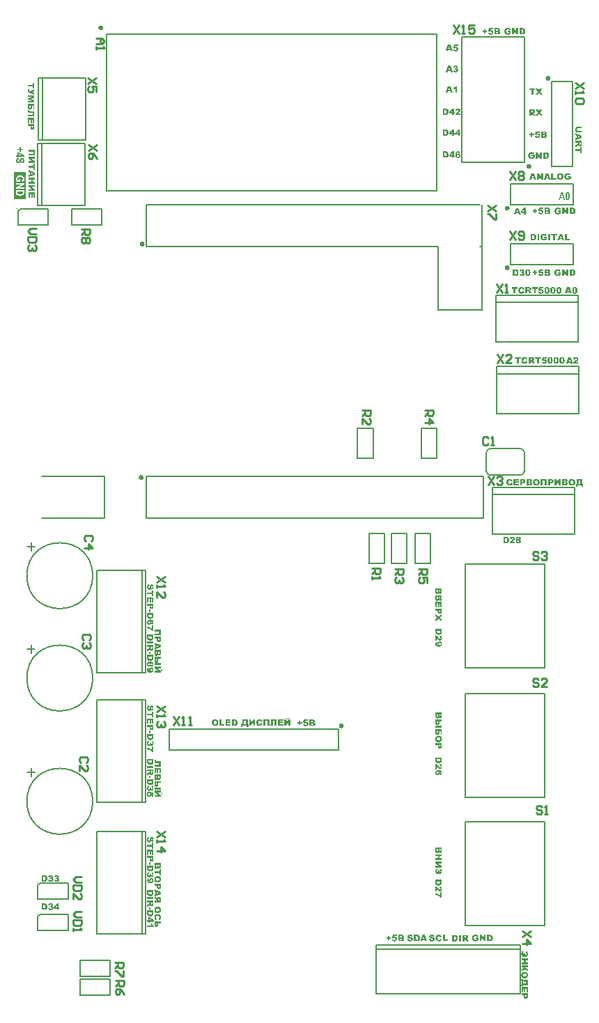
<source format=gto>
G04*
G04 #@! TF.GenerationSoftware,Altium Limited,Altium Designer,24.2.2 (26)*
G04*
G04 Layer_Color=65535*
%FSLAX43Y43*%
%MOMM*%
G71*
G04*
G04 #@! TF.SameCoordinates,FB4AC1D3-029A-4C58-91C8-636A0C7E52CF*
G04*
G04*
G04 #@! TF.FilePolarity,Positive*
G04*
G01*
G75*
%ADD10C,0.600*%
%ADD11C,0.200*%
%ADD12C,0.150*%
%ADD13C,0.254*%
G36*
X1933Y97750D02*
X500D01*
Y101000D01*
X1933D01*
Y97750D01*
D02*
G37*
G36*
X1299Y103835D02*
X1559D01*
Y103692D01*
X1299D01*
Y103476D01*
X1120D01*
Y103692D01*
X860D01*
Y103835D01*
X1120D01*
Y104050D01*
X1299D01*
Y103835D01*
D02*
G37*
G36*
X1719Y103054D02*
Y102921D01*
X1086D01*
Y102819D01*
X918D01*
Y102921D01*
X717D01*
Y103073D01*
X918D01*
Y103407D01*
X1086D01*
X1719Y103054D01*
D02*
G37*
G36*
X1062Y102588D02*
X1061D01*
X1060D01*
X1057Y102587D01*
X1054Y102586D01*
X1044Y102585D01*
X1032Y102582D01*
X1017Y102578D01*
X1001Y102571D01*
X984Y102564D01*
X966Y102556D01*
X948Y102546D01*
X930Y102533D01*
X915Y102518D01*
X900Y102502D01*
X888Y102483D01*
X878Y102461D01*
X875Y102449D01*
X872Y102437D01*
X871Y102424D01*
X870Y102410D01*
Y102403D01*
X871Y102398D01*
Y102391D01*
X872Y102384D01*
X876Y102367D01*
X880Y102348D01*
X887Y102328D01*
X897Y102309D01*
X902Y102300D01*
X909Y102292D01*
X910Y102291D01*
X911Y102290D01*
X916Y102285D01*
X924Y102278D01*
X936Y102270D01*
X950Y102262D01*
X967Y102256D01*
X985Y102250D01*
X995Y102250D01*
X1006Y102249D01*
X1008D01*
X1012D01*
X1018Y102250D01*
X1026Y102250D01*
X1035Y102252D01*
X1045Y102255D01*
X1055Y102258D01*
X1063Y102264D01*
X1064Y102265D01*
X1068Y102266D01*
X1071Y102270D01*
X1078Y102275D01*
X1084Y102282D01*
X1090Y102289D01*
X1096Y102299D01*
X1102Y102310D01*
X1103Y102312D01*
X1104Y102313D01*
X1105Y102317D01*
X1107Y102321D01*
X1110Y102326D01*
X1112Y102332D01*
X1115Y102340D01*
X1118Y102349D01*
X1122Y102360D01*
X1126Y102372D01*
X1132Y102386D01*
X1136Y102401D01*
X1142Y102419D01*
X1149Y102438D01*
X1155Y102459D01*
Y102460D01*
X1157Y102463D01*
X1158Y102469D01*
X1160Y102476D01*
X1164Y102485D01*
X1167Y102495D01*
X1171Y102506D01*
X1175Y102517D01*
X1186Y102543D01*
X1197Y102569D01*
X1211Y102593D01*
X1217Y102604D01*
X1224Y102614D01*
X1225Y102615D01*
X1226Y102616D01*
X1227Y102618D01*
X1231Y102622D01*
X1239Y102631D01*
X1250Y102642D01*
X1265Y102655D01*
X1282Y102667D01*
X1300Y102680D01*
X1322Y102692D01*
X1323D01*
X1325Y102693D01*
X1329Y102695D01*
X1333Y102696D01*
X1338Y102698D01*
X1345Y102701D01*
X1353Y102703D01*
X1361Y102706D01*
X1381Y102711D01*
X1404Y102716D01*
X1428Y102719D01*
X1453Y102720D01*
X1454D01*
X1457D01*
X1461D01*
X1468Y102719D01*
X1475D01*
X1483Y102719D01*
X1492Y102718D01*
X1502Y102716D01*
X1525Y102711D01*
X1549Y102705D01*
X1575Y102696D01*
X1600Y102684D01*
X1601Y102683D01*
X1602Y102682D01*
X1606Y102680D01*
X1610Y102677D01*
X1616Y102673D01*
X1622Y102669D01*
X1637Y102657D01*
X1653Y102642D01*
X1670Y102625D01*
X1685Y102604D01*
X1699Y102581D01*
Y102580D01*
X1701Y102578D01*
X1703Y102574D01*
X1704Y102570D01*
X1707Y102563D01*
X1710Y102555D01*
X1712Y102547D01*
X1716Y102536D01*
X1719Y102525D01*
X1722Y102513D01*
X1725Y102500D01*
X1727Y102485D01*
X1730Y102469D01*
X1731Y102453D01*
X1733Y102419D01*
Y102413D01*
X1732Y102405D01*
Y102395D01*
X1730Y102383D01*
X1728Y102369D01*
X1727Y102353D01*
X1723Y102336D01*
X1719Y102319D01*
X1713Y102300D01*
X1707Y102282D01*
X1699Y102263D01*
X1690Y102244D01*
X1680Y102227D01*
X1668Y102210D01*
X1654Y102194D01*
X1653Y102193D01*
X1650Y102190D01*
X1646Y102186D01*
X1640Y102180D01*
X1632Y102174D01*
X1622Y102168D01*
X1610Y102160D01*
X1597Y102152D01*
X1582Y102144D01*
X1565Y102137D01*
X1547Y102129D01*
X1527Y102123D01*
X1505Y102117D01*
X1482Y102112D01*
X1457Y102109D01*
X1430Y102107D01*
X1422Y102273D01*
X1422D01*
X1425Y102274D01*
X1430D01*
X1435Y102275D01*
X1441Y102276D01*
X1448Y102278D01*
X1466Y102283D01*
X1484Y102289D01*
X1502Y102297D01*
X1519Y102308D01*
X1527Y102314D01*
X1533Y102321D01*
X1535Y102322D01*
X1539Y102328D01*
X1544Y102336D01*
X1550Y102347D01*
X1555Y102361D01*
X1561Y102379D01*
X1564Y102399D01*
X1566Y102423D01*
Y102434D01*
X1565Y102440D01*
X1564Y102446D01*
X1563Y102461D01*
X1559Y102478D01*
X1555Y102495D01*
X1547Y102512D01*
X1538Y102527D01*
X1537Y102529D01*
X1532Y102532D01*
X1527Y102539D01*
X1519Y102545D01*
X1508Y102551D01*
X1497Y102557D01*
X1484Y102561D01*
X1469Y102563D01*
X1467D01*
X1461Y102562D01*
X1454Y102561D01*
X1445Y102558D01*
X1434Y102555D01*
X1422Y102548D01*
X1411Y102540D01*
X1400Y102530D01*
X1399Y102528D01*
X1398Y102526D01*
X1396Y102523D01*
X1393Y102518D01*
X1390Y102513D01*
X1386Y102507D01*
X1383Y102499D01*
X1378Y102489D01*
X1374Y102478D01*
X1368Y102466D01*
X1363Y102453D01*
X1358Y102437D01*
X1352Y102419D01*
X1345Y102400D01*
X1339Y102379D01*
Y102377D01*
X1337Y102374D01*
X1336Y102368D01*
X1333Y102359D01*
X1329Y102348D01*
X1326Y102336D01*
X1321Y102323D01*
X1316Y102310D01*
X1305Y102280D01*
X1291Y102250D01*
X1285Y102236D01*
X1278Y102222D01*
X1270Y102210D01*
X1263Y102199D01*
Y102198D01*
X1261Y102196D01*
X1258Y102194D01*
X1256Y102190D01*
X1247Y102180D01*
X1235Y102167D01*
X1220Y102154D01*
X1203Y102140D01*
X1182Y102126D01*
X1160Y102114D01*
X1159D01*
X1157Y102113D01*
X1154Y102111D01*
X1149Y102110D01*
X1142Y102107D01*
X1135Y102104D01*
X1127Y102102D01*
X1118Y102099D01*
X1107Y102096D01*
X1095Y102094D01*
X1082Y102091D01*
X1069Y102088D01*
X1040Y102085D01*
X1007Y102084D01*
X1005D01*
X1001D01*
X994Y102085D01*
X985D01*
X974Y102086D01*
X961Y102088D01*
X946Y102091D01*
X930Y102094D01*
X914Y102098D01*
X896Y102103D01*
X878Y102110D01*
X860Y102118D01*
X841Y102127D01*
X822Y102138D01*
X805Y102150D01*
X788Y102164D01*
X787Y102165D01*
X784Y102168D01*
X780Y102173D01*
X774Y102180D01*
X767Y102188D01*
X760Y102199D01*
X752Y102211D01*
X744Y102226D01*
X735Y102243D01*
X727Y102260D01*
X720Y102281D01*
X714Y102304D01*
X708Y102328D01*
X704Y102355D01*
X701Y102383D01*
X700Y102414D01*
Y102422D01*
X701Y102428D01*
X702Y102434D01*
X703Y102443D01*
X704Y102452D01*
X705Y102462D01*
X708Y102473D01*
X711Y102485D01*
X718Y102512D01*
X728Y102539D01*
X735Y102555D01*
X743Y102570D01*
X751Y102585D01*
X761Y102599D01*
X772Y102614D01*
X783Y102629D01*
X797Y102643D01*
X811Y102656D01*
X827Y102671D01*
X844Y102683D01*
X863Y102695D01*
X883Y102706D01*
X906Y102716D01*
X930Y102726D01*
X954Y102734D01*
X982Y102740D01*
X1011Y102746D01*
X1042Y102750D01*
X1062Y102588D01*
D02*
G37*
G36*
X56595Y8289D02*
X56623Y8288D01*
X56654Y8285D01*
X56687Y8281D01*
X56716Y8275D01*
X56730Y8271D01*
X56743Y8267D01*
X56744D01*
X56746Y8266D01*
X56754Y8263D01*
X56766Y8257D01*
X56780Y8250D01*
X56797Y8240D01*
X56815Y8227D01*
X56832Y8212D01*
X56849Y8195D01*
X56850Y8192D01*
X56856Y8187D01*
X56863Y8175D01*
X56873Y8161D01*
X56883Y8144D01*
X56894Y8123D01*
X56904Y8099D01*
X56912Y8072D01*
X56682Y8032D01*
Y8033D01*
X56680Y8039D01*
X56675Y8047D01*
X56671Y8057D01*
X56664Y8067D01*
X56656Y8078D01*
X56644Y8088D01*
X56633Y8098D01*
X56632Y8099D01*
X56627Y8102D01*
X56619Y8105D01*
X56609Y8110D01*
X56596Y8115D01*
X56582Y8118D01*
X56565Y8120D01*
X56546Y8122D01*
X56539D01*
X56533Y8120D01*
X56519Y8119D01*
X56501Y8115D01*
X56481Y8109D01*
X56460Y8099D01*
X56438Y8085D01*
X56420Y8067D01*
X56419Y8064D01*
X56413Y8057D01*
X56406Y8043D01*
X56398Y8024D01*
X56388Y8000D01*
X56385Y7986D01*
X56381Y7971D01*
X56378Y7954D01*
X56375Y7936D01*
X56374Y7916D01*
Y7895D01*
Y7893D01*
Y7889D01*
Y7883D01*
X56375Y7875D01*
Y7864D01*
X56376Y7852D01*
X56379Y7826D01*
X56385Y7796D01*
X56393Y7766D01*
X56405Y7738D01*
X56412Y7727D01*
X56420Y7716D01*
X56423Y7713D01*
X56429Y7707D01*
X56440Y7699D01*
X56455Y7689D01*
X56474Y7679D01*
X56496Y7671D01*
X56523Y7665D01*
X56553Y7662D01*
X56567D01*
X56577Y7664D01*
X56589Y7665D01*
X56602Y7666D01*
X56629Y7673D01*
X56630D01*
X56636Y7676D01*
X56643Y7679D01*
X56653Y7683D01*
X56665Y7688D01*
X56680Y7695D01*
X56696Y7703D01*
X56713Y7713D01*
Y7786D01*
X56553D01*
Y7947D01*
X56922D01*
Y7617D01*
X56921Y7616D01*
X56918Y7614D01*
X56912Y7610D01*
X56904Y7606D01*
X56895Y7600D01*
X56884Y7593D01*
X56859Y7578D01*
X56829Y7562D01*
X56797Y7545D01*
X56764Y7530D01*
X56733Y7518D01*
X56732D01*
X56729Y7517D01*
X56725Y7516D01*
X56719Y7514D01*
X56711Y7513D01*
X56702Y7510D01*
X56691Y7509D01*
X56680Y7506D01*
X56651Y7501D01*
X56618Y7497D01*
X56581Y7494D01*
X56540Y7493D01*
X56527D01*
X56517Y7494D01*
X56505D01*
X56492Y7496D01*
X56477Y7497D01*
X56460Y7499D01*
X56424Y7504D01*
X56386Y7513D01*
X56350Y7524D01*
X56314Y7540D01*
X56313D01*
X56310Y7542D01*
X56306Y7545D01*
X56300Y7548D01*
X56285Y7559D01*
X56265Y7575D01*
X56244Y7593D01*
X56221Y7617D01*
X56200Y7645D01*
X56181Y7678D01*
Y7679D01*
X56179Y7682D01*
X56176Y7688D01*
X56173Y7695D01*
X56169Y7703D01*
X56166Y7713D01*
X56162Y7726D01*
X56158Y7740D01*
X56152Y7754D01*
X56148Y7771D01*
X56141Y7807D01*
X56135Y7848D01*
X56134Y7892D01*
Y7893D01*
Y7898D01*
Y7905D01*
X56135Y7913D01*
Y7924D01*
X56137Y7937D01*
X56138Y7951D01*
X56141Y7967D01*
X56147Y8000D01*
X56157Y8037D01*
X56169Y8074D01*
X56186Y8110D01*
Y8112D01*
X56189Y8115D01*
X56192Y8119D01*
X56196Y8126D01*
X56207Y8143D01*
X56224Y8164D01*
X56247Y8187D01*
X56272Y8211D01*
X56303Y8233D01*
X56338Y8253D01*
X56340D01*
X56343Y8254D01*
X56347Y8257D01*
X56353Y8258D01*
X56361Y8261D01*
X56371Y8266D01*
X56382Y8268D01*
X56395Y8273D01*
X56409Y8275D01*
X56426Y8278D01*
X56443Y8282D01*
X56461Y8285D01*
X56482Y8288D01*
X56503Y8289D01*
X56551Y8291D01*
X56584D01*
X56595Y8289D01*
D02*
G37*
G36*
X57804Y7506D02*
X57579D01*
X57289Y7931D01*
Y7506D01*
X57064D01*
Y8278D01*
X57286D01*
X57579Y7850D01*
Y8278D01*
X57804D01*
Y7506D01*
D02*
G37*
G36*
X58346Y8277D02*
X58356D01*
X58380Y8274D01*
X58408Y8271D01*
X58436Y8266D01*
X58464Y8258D01*
X58490Y8249D01*
X58491D01*
X58492Y8247D01*
X58501Y8243D01*
X58512Y8237D01*
X58528Y8227D01*
X58545Y8216D01*
X58563Y8202D01*
X58580Y8185D01*
X58597Y8167D01*
X58598Y8164D01*
X58604Y8157D01*
X58611Y8147D01*
X58621Y8132D01*
X58631Y8113D01*
X58640Y8092D01*
X58649Y8068D01*
X58657Y8043D01*
Y8041D01*
X58659Y8040D01*
Y8036D01*
X58660Y8030D01*
X58663Y8016D01*
X58667Y7998D01*
X58671Y7975D01*
X58674Y7950D01*
X58676Y7923D01*
X58677Y7893D01*
Y7892D01*
Y7888D01*
Y7882D01*
Y7874D01*
X58676Y7862D01*
Y7851D01*
X58673Y7823D01*
X58670Y7793D01*
X58664Y7761D01*
X58657Y7730D01*
X58647Y7702D01*
Y7700D01*
X58646Y7699D01*
X58642Y7690D01*
X58636Y7678D01*
X58628Y7662D01*
X58616Y7644D01*
X58602Y7626D01*
X58587Y7606D01*
X58569Y7587D01*
X58566Y7586D01*
X58560Y7580D01*
X58550Y7572D01*
X58538Y7562D01*
X58521Y7552D01*
X58504Y7542D01*
X58484Y7532D01*
X58463Y7525D01*
X58461D01*
X58460Y7524D01*
X58456D01*
X58450Y7523D01*
X58435Y7520D01*
X58415Y7516D01*
X58394Y7511D01*
X58368Y7509D01*
X58344Y7507D01*
X58319Y7506D01*
X57965D01*
Y8278D01*
X58336D01*
X58346Y8277D01*
D02*
G37*
G36*
X55417Y8264D02*
X55442Y8263D01*
X55469Y8261D01*
X55497Y8257D01*
X55524Y8253D01*
X55548Y8246D01*
X55551Y8244D01*
X55558Y8242D01*
X55569Y8237D01*
X55582Y8230D01*
X55597Y8220D01*
X55613Y8208D01*
X55628Y8194D01*
X55642Y8175D01*
X55644Y8172D01*
X55648Y8167D01*
X55654Y8156D01*
X55661Y8140D01*
X55668Y8122D01*
X55673Y8101D01*
X55678Y8077D01*
X55679Y8050D01*
Y8047D01*
Y8039D01*
X55678Y8027D01*
X55676Y8012D01*
X55672Y7995D01*
X55668Y7977D01*
X55661Y7957D01*
X55651Y7938D01*
X55649Y7937D01*
X55647Y7931D01*
X55640Y7923D01*
X55631Y7912D01*
X55620Y7900D01*
X55607Y7888D01*
X55592Y7875D01*
X55575Y7864D01*
X55573Y7862D01*
X55569Y7861D01*
X55562Y7857D01*
X55554Y7852D01*
X55541Y7848D01*
X55527Y7843D01*
X55510Y7838D01*
X55492Y7833D01*
X55493D01*
X55499Y7830D01*
X55506Y7827D01*
X55516Y7824D01*
X55535Y7814D01*
X55545Y7810D01*
X55554Y7805D01*
X55556Y7803D01*
X55559Y7800D01*
X55563Y7796D01*
X55569Y7790D01*
X55575Y7783D01*
X55583Y7775D01*
X55592Y7764D01*
X55593Y7762D01*
X55596Y7758D01*
X55600Y7752D01*
X55606Y7747D01*
X55617Y7730D01*
X55621Y7723D01*
X55625Y7716D01*
X55743Y7493D01*
X55472D01*
X55344Y7728D01*
X55342Y7730D01*
X55339Y7735D01*
X55335Y7744D01*
X55329Y7752D01*
X55315Y7772D01*
X55307Y7781D01*
X55300Y7788D01*
X55298Y7789D01*
X55296Y7790D01*
X55290Y7793D01*
X55283Y7798D01*
X55274Y7800D01*
X55265Y7803D01*
X55253Y7805D01*
X55241Y7806D01*
X55221D01*
Y7493D01*
X54981D01*
Y8266D01*
X55407D01*
X55417Y8264D01*
D02*
G37*
G36*
X54808Y7493D02*
X54568D01*
Y8266D01*
X54808D01*
Y7493D01*
D02*
G37*
G36*
X54102Y8264D02*
X54111D01*
X54135Y8261D01*
X54164Y8258D01*
X54192Y8253D01*
X54220Y8246D01*
X54245Y8236D01*
X54247D01*
X54248Y8234D01*
X54257Y8230D01*
X54268Y8225D01*
X54283Y8215D01*
X54300Y8203D01*
X54319Y8189D01*
X54336Y8172D01*
X54353Y8154D01*
X54354Y8151D01*
X54360Y8144D01*
X54367Y8134D01*
X54377Y8119D01*
X54386Y8101D01*
X54396Y8079D01*
X54405Y8055D01*
X54413Y8030D01*
Y8029D01*
X54415Y8027D01*
Y8023D01*
X54416Y8017D01*
X54419Y8003D01*
X54423Y7985D01*
X54427Y7962D01*
X54430Y7937D01*
X54431Y7910D01*
X54433Y7881D01*
Y7879D01*
Y7875D01*
Y7869D01*
Y7861D01*
X54431Y7850D01*
Y7838D01*
X54429Y7810D01*
X54426Y7781D01*
X54420Y7748D01*
X54413Y7717D01*
X54403Y7689D01*
Y7688D01*
X54402Y7686D01*
X54398Y7678D01*
X54392Y7665D01*
X54384Y7649D01*
X54372Y7631D01*
X54358Y7613D01*
X54343Y7593D01*
X54324Y7575D01*
X54322Y7573D01*
X54316Y7568D01*
X54306Y7559D01*
X54293Y7549D01*
X54276Y7540D01*
X54260Y7530D01*
X54240Y7520D01*
X54219Y7513D01*
X54217D01*
X54216Y7511D01*
X54212D01*
X54206Y7510D01*
X54190Y7507D01*
X54171Y7503D01*
X54150Y7499D01*
X54124Y7496D01*
X54100Y7494D01*
X54075Y7493D01*
X53721D01*
Y8266D01*
X54092D01*
X54102Y8264D01*
D02*
G37*
G36*
X51309Y8289D02*
X51322D01*
X51336Y8288D01*
X51351Y8287D01*
X51368Y8284D01*
X51405Y8277D01*
X51443Y8267D01*
X51478Y8253D01*
X51495Y8244D01*
X51511Y8234D01*
X51512D01*
X51513Y8232D01*
X51523Y8225D01*
X51536Y8211D01*
X51551Y8192D01*
X51560Y8181D01*
X51567Y8168D01*
X51575Y8153D01*
X51583Y8137D01*
X51590Y8120D01*
X51595Y8102D01*
X51599Y8081D01*
X51604Y8060D01*
X51378Y8047D01*
Y8050D01*
X51377Y8055D01*
X51374Y8065D01*
X51370Y8077D01*
X51364Y8088D01*
X51358Y8101D01*
X51350Y8113D01*
X51340Y8123D01*
X51339Y8125D01*
X51334Y8127D01*
X51329Y8130D01*
X51320Y8136D01*
X51309Y8140D01*
X51295Y8143D01*
X51279Y8146D01*
X51261Y8147D01*
X51254D01*
X51247Y8146D01*
X51237Y8144D01*
X51216Y8140D01*
X51206Y8134D01*
X51198Y8129D01*
X51196Y8127D01*
X51195Y8126D01*
X51188Y8118D01*
X51181Y8103D01*
X51179Y8095D01*
X51178Y8086D01*
Y8085D01*
Y8084D01*
X51181Y8075D01*
X51185Y8064D01*
X51189Y8058D01*
X51195Y8053D01*
X51196D01*
X51199Y8050D01*
X51203Y8047D01*
X51212Y8043D01*
X51222Y8039D01*
X51236Y8034D01*
X51253Y8029D01*
X51274Y8024D01*
X51275D01*
X51281Y8023D01*
X51289Y8022D01*
X51299Y8019D01*
X51312Y8016D01*
X51327Y8012D01*
X51344Y8008D01*
X51361Y8003D01*
X51398Y7993D01*
X51436Y7981D01*
X51470Y7968D01*
X51485Y7962D01*
X51499Y7955D01*
X51501D01*
X51502Y7954D01*
X51511Y7950D01*
X51522Y7943D01*
X51537Y7933D01*
X51553Y7920D01*
X51570Y7906D01*
X51585Y7889D01*
X51598Y7871D01*
X51599Y7868D01*
X51602Y7862D01*
X51608Y7851D01*
X51614Y7837D01*
X51619Y7820D01*
X51625Y7802D01*
X51628Y7779D01*
X51629Y7757D01*
Y7755D01*
Y7754D01*
Y7750D01*
Y7744D01*
X51626Y7730D01*
X51623Y7712D01*
X51619Y7690D01*
X51611Y7666D01*
X51601Y7642D01*
X51587Y7618D01*
X51585Y7616D01*
X51580Y7609D01*
X51570Y7597D01*
X51557Y7583D01*
X51540Y7568D01*
X51520Y7552D01*
X51498Y7538D01*
X51471Y7524D01*
X51470D01*
X51468Y7523D01*
X51464Y7521D01*
X51458Y7520D01*
X51451Y7517D01*
X51442Y7514D01*
X51432Y7511D01*
X51420Y7509D01*
X51394Y7503D01*
X51361Y7497D01*
X51326Y7494D01*
X51285Y7493D01*
X51267D01*
X51253Y7494D01*
X51237Y7496D01*
X51219Y7497D01*
X51199Y7499D01*
X51177Y7503D01*
X51131Y7511D01*
X51086Y7524D01*
X51065Y7532D01*
X51045Y7544D01*
X51027Y7555D01*
X51012Y7568D01*
X51010Y7569D01*
X51009Y7572D01*
X51005Y7576D01*
X51000Y7582D01*
X50995Y7589D01*
X50988Y7597D01*
X50981Y7609D01*
X50974Y7620D01*
X50958Y7648D01*
X50944Y7682D01*
X50934Y7719D01*
X50930Y7740D01*
X50927Y7761D01*
X51154Y7776D01*
Y7774D01*
X51155Y7766D01*
X51157Y7757D01*
X51161Y7745D01*
X51169Y7717D01*
X51177Y7703D01*
X51184Y7692D01*
X51185Y7690D01*
X51191Y7685D01*
X51199Y7678D01*
X51210Y7669D01*
X51226Y7659D01*
X51244Y7652D01*
X51265Y7647D01*
X51289Y7645D01*
X51298D01*
X51306Y7647D01*
X51319Y7648D01*
X51332Y7651D01*
X51344Y7655D01*
X51357Y7661D01*
X51368Y7668D01*
X51370Y7669D01*
X51372Y7672D01*
X51377Y7678D01*
X51382Y7683D01*
X51388Y7692D01*
X51392Y7702D01*
X51395Y7713D01*
X51396Y7724D01*
Y7726D01*
Y7730D01*
X51395Y7735D01*
X51394Y7743D01*
X51389Y7751D01*
X51385Y7759D01*
X51378Y7769D01*
X51370Y7778D01*
X51368Y7779D01*
X51364Y7782D01*
X51356Y7786D01*
X51344Y7792D01*
X51327Y7799D01*
X51306Y7807D01*
X51294Y7812D01*
X51279Y7814D01*
X51264Y7819D01*
X51247Y7823D01*
X51246D01*
X51240Y7824D01*
X51231Y7827D01*
X51222Y7829D01*
X51209Y7833D01*
X51193Y7837D01*
X51178Y7841D01*
X51161Y7847D01*
X51123Y7861D01*
X51086Y7876D01*
X51052Y7895D01*
X51037Y7905D01*
X51023Y7916D01*
Y7917D01*
X51020Y7919D01*
X51013Y7926D01*
X51002Y7938D01*
X50990Y7957D01*
X50978Y7978D01*
X50966Y8003D01*
X50959Y8032D01*
X50958Y8047D01*
X50957Y8064D01*
Y8065D01*
Y8067D01*
Y8074D01*
X50958Y8086D01*
X50961Y8101D01*
X50965Y8118D01*
X50971Y8137D01*
X50979Y8157D01*
X50990Y8177D01*
X50992Y8180D01*
X50997Y8185D01*
X51006Y8195D01*
X51017Y8208D01*
X51031Y8220D01*
X51050Y8234D01*
X51071Y8247D01*
X51095Y8260D01*
X51096D01*
X51098Y8261D01*
X51102Y8263D01*
X51107Y8264D01*
X51114Y8267D01*
X51123Y8270D01*
X51133Y8273D01*
X51144Y8275D01*
X51157Y8278D01*
X51172Y8281D01*
X51205Y8287D01*
X51243Y8289D01*
X51285Y8291D01*
X51299D01*
X51309Y8289D01*
D02*
G37*
G36*
X52135D02*
X52148D01*
X52162Y8288D01*
X52177Y8287D01*
X52194Y8284D01*
X52232Y8277D01*
X52270Y8266D01*
X52307Y8251D01*
X52324Y8242D01*
X52341Y8232D01*
X52342D01*
X52345Y8229D01*
X52349Y8226D01*
X52355Y8220D01*
X52362Y8215D01*
X52371Y8206D01*
X52379Y8198D01*
X52389Y8187D01*
X52399Y8175D01*
X52409Y8161D01*
X52420Y8147D01*
X52430Y8130D01*
X52440Y8112D01*
X52449Y8094D01*
X52458Y8072D01*
X52466Y8050D01*
X52255Y8003D01*
Y8005D01*
X52254Y8009D01*
X52251Y8016D01*
X52248Y8023D01*
X52239Y8040D01*
X52235Y8047D01*
X52231Y8054D01*
X52230Y8055D01*
X52228Y8058D01*
X52223Y8064D01*
X52217Y8070D01*
X52201Y8084D01*
X52182Y8096D01*
X52180Y8098D01*
X52177Y8099D01*
X52170Y8102D01*
X52163Y8105D01*
X52153Y8108D01*
X52142Y8109D01*
X52129Y8112D01*
X52108D01*
X52104Y8110D01*
X52089Y8109D01*
X52070Y8103D01*
X52051Y8096D01*
X52029Y8084D01*
X52010Y8068D01*
X52001Y8057D01*
X51993Y8046D01*
X51991Y8043D01*
X51987Y8037D01*
X51983Y8024D01*
X51977Y8009D01*
X51970Y7988D01*
X51966Y7962D01*
X51962Y7931D01*
X51960Y7895D01*
Y7893D01*
Y7889D01*
Y7882D01*
Y7874D01*
X51962Y7864D01*
Y7851D01*
X51965Y7824D01*
X51970Y7796D01*
X51976Y7766D01*
X51986Y7740D01*
X51991Y7728D01*
X51998Y7719D01*
X52000Y7717D01*
X52005Y7712D01*
X52015Y7704D01*
X52027Y7696D01*
X52042Y7686D01*
X52062Y7679D01*
X52083Y7673D01*
X52108Y7672D01*
X52120D01*
X52132Y7673D01*
X52148Y7676D01*
X52165Y7682D01*
X52182Y7688D01*
X52199Y7697D01*
X52213Y7710D01*
X52214Y7712D01*
X52218Y7717D01*
X52225Y7726D01*
X52232Y7738D01*
X52241Y7754D01*
X52249Y7774D01*
X52258Y7796D01*
X52265Y7823D01*
X52473Y7758D01*
Y7757D01*
X52472Y7754D01*
X52471Y7750D01*
X52469Y7744D01*
X52465Y7727D01*
X52457Y7707D01*
X52448Y7683D01*
X52435Y7659D01*
X52423Y7635D01*
X52406Y7611D01*
X52404Y7609D01*
X52397Y7602D01*
X52387Y7592D01*
X52375Y7578D01*
X52358Y7563D01*
X52340Y7549D01*
X52317Y7535D01*
X52293Y7523D01*
X52292D01*
X52290Y7521D01*
X52286Y7520D01*
X52282Y7518D01*
X52266Y7513D01*
X52246Y7509D01*
X52223Y7503D01*
X52193Y7497D01*
X52159Y7494D01*
X52122Y7493D01*
X52101D01*
X52090Y7494D01*
X52079D01*
X52065Y7496D01*
X52049Y7497D01*
X52017Y7501D01*
X51981Y7509D01*
X51948Y7517D01*
X51915Y7528D01*
X51914D01*
X51912Y7530D01*
X51908Y7532D01*
X51903Y7535D01*
X51887Y7545D01*
X51869Y7558D01*
X51848Y7576D01*
X51824Y7597D01*
X51801Y7624D01*
X51778Y7657D01*
Y7658D01*
X51776Y7661D01*
X51773Y7666D01*
X51770Y7673D01*
X51766Y7682D01*
X51760Y7693D01*
X51754Y7706D01*
X51750Y7721D01*
X51745Y7737D01*
X51739Y7755D01*
X51735Y7775D01*
X51729Y7796D01*
X51726Y7819D01*
X51723Y7843D01*
X51721Y7893D01*
Y7896D01*
Y7902D01*
X51722Y7912D01*
Y7924D01*
X51723Y7941D01*
X51726Y7960D01*
X51729Y7979D01*
X51733Y8002D01*
X51739Y8026D01*
X51746Y8050D01*
X51753Y8074D01*
X51763Y8099D01*
X51776Y8123D01*
X51788Y8146D01*
X51804Y8168D01*
X51822Y8188D01*
X51824Y8189D01*
X51826Y8192D01*
X51833Y8198D01*
X51840Y8203D01*
X51852Y8212D01*
X51864Y8220D01*
X51879Y8230D01*
X51897Y8240D01*
X51915Y8249D01*
X51938Y8258D01*
X51962Y8267D01*
X51987Y8275D01*
X52015Y8281D01*
X52045Y8287D01*
X52077Y8289D01*
X52111Y8291D01*
X52125D01*
X52135Y8289D01*
D02*
G37*
G36*
X52827Y7696D02*
X53201D01*
Y7506D01*
X52589D01*
Y8278D01*
X52827D01*
Y7696D01*
D02*
G37*
G36*
X48642Y8289D02*
X48655D01*
X48669Y8288D01*
X48684Y8287D01*
X48701Y8284D01*
X48738Y8277D01*
X48776Y8267D01*
X48811Y8253D01*
X48828Y8244D01*
X48844Y8234D01*
X48845D01*
X48846Y8232D01*
X48856Y8225D01*
X48869Y8211D01*
X48884Y8192D01*
X48893Y8181D01*
X48900Y8168D01*
X48908Y8153D01*
X48916Y8137D01*
X48923Y8120D01*
X48928Y8102D01*
X48932Y8081D01*
X48937Y8060D01*
X48711Y8047D01*
Y8050D01*
X48710Y8055D01*
X48707Y8065D01*
X48703Y8077D01*
X48697Y8088D01*
X48691Y8101D01*
X48683Y8113D01*
X48673Y8123D01*
X48672Y8125D01*
X48667Y8127D01*
X48662Y8130D01*
X48653Y8136D01*
X48642Y8140D01*
X48628Y8143D01*
X48612Y8146D01*
X48594Y8147D01*
X48587D01*
X48580Y8146D01*
X48570Y8144D01*
X48549Y8140D01*
X48539Y8134D01*
X48531Y8129D01*
X48529Y8127D01*
X48528Y8126D01*
X48521Y8118D01*
X48514Y8103D01*
X48512Y8095D01*
X48511Y8086D01*
Y8085D01*
Y8084D01*
X48514Y8075D01*
X48518Y8064D01*
X48522Y8058D01*
X48528Y8053D01*
X48529D01*
X48532Y8050D01*
X48536Y8047D01*
X48545Y8043D01*
X48555Y8039D01*
X48569Y8034D01*
X48586Y8029D01*
X48607Y8024D01*
X48608D01*
X48614Y8023D01*
X48622Y8022D01*
X48632Y8019D01*
X48645Y8016D01*
X48660Y8012D01*
X48677Y8008D01*
X48694Y8003D01*
X48731Y7993D01*
X48769Y7981D01*
X48803Y7968D01*
X48818Y7962D01*
X48832Y7955D01*
X48834D01*
X48835Y7954D01*
X48844Y7950D01*
X48855Y7943D01*
X48870Y7933D01*
X48886Y7920D01*
X48903Y7906D01*
X48918Y7889D01*
X48931Y7871D01*
X48932Y7868D01*
X48935Y7862D01*
X48941Y7851D01*
X48947Y7837D01*
X48952Y7820D01*
X48958Y7802D01*
X48961Y7779D01*
X48962Y7757D01*
Y7755D01*
Y7754D01*
Y7750D01*
Y7744D01*
X48959Y7730D01*
X48956Y7712D01*
X48952Y7690D01*
X48944Y7666D01*
X48934Y7642D01*
X48920Y7618D01*
X48918Y7616D01*
X48913Y7609D01*
X48903Y7597D01*
X48890Y7583D01*
X48873Y7568D01*
X48853Y7552D01*
X48831Y7538D01*
X48804Y7524D01*
X48803D01*
X48801Y7523D01*
X48797Y7521D01*
X48791Y7520D01*
X48784Y7517D01*
X48775Y7514D01*
X48765Y7511D01*
X48753Y7509D01*
X48727Y7503D01*
X48694Y7497D01*
X48659Y7494D01*
X48618Y7493D01*
X48600D01*
X48586Y7494D01*
X48570Y7496D01*
X48552Y7497D01*
X48532Y7499D01*
X48510Y7503D01*
X48464Y7511D01*
X48419Y7524D01*
X48398Y7532D01*
X48378Y7544D01*
X48360Y7555D01*
X48345Y7568D01*
X48343Y7569D01*
X48342Y7572D01*
X48338Y7576D01*
X48333Y7582D01*
X48328Y7589D01*
X48321Y7597D01*
X48314Y7609D01*
X48307Y7620D01*
X48291Y7648D01*
X48277Y7682D01*
X48267Y7719D01*
X48263Y7740D01*
X48260Y7761D01*
X48487Y7776D01*
Y7774D01*
X48488Y7766D01*
X48490Y7757D01*
X48494Y7745D01*
X48502Y7717D01*
X48510Y7703D01*
X48517Y7692D01*
X48518Y7690D01*
X48524Y7685D01*
X48532Y7678D01*
X48543Y7669D01*
X48559Y7659D01*
X48577Y7652D01*
X48598Y7647D01*
X48622Y7645D01*
X48631D01*
X48639Y7647D01*
X48652Y7648D01*
X48665Y7651D01*
X48677Y7655D01*
X48690Y7661D01*
X48701Y7668D01*
X48703Y7669D01*
X48705Y7672D01*
X48710Y7678D01*
X48715Y7683D01*
X48721Y7692D01*
X48725Y7702D01*
X48728Y7713D01*
X48729Y7724D01*
Y7726D01*
Y7730D01*
X48728Y7735D01*
X48727Y7743D01*
X48722Y7751D01*
X48718Y7759D01*
X48711Y7769D01*
X48703Y7778D01*
X48701Y7779D01*
X48697Y7782D01*
X48689Y7786D01*
X48677Y7792D01*
X48660Y7799D01*
X48639Y7807D01*
X48627Y7812D01*
X48612Y7814D01*
X48597Y7819D01*
X48580Y7823D01*
X48579D01*
X48573Y7824D01*
X48564Y7827D01*
X48555Y7829D01*
X48542Y7833D01*
X48526Y7837D01*
X48511Y7841D01*
X48494Y7847D01*
X48456Y7861D01*
X48419Y7876D01*
X48385Y7895D01*
X48370Y7905D01*
X48356Y7916D01*
Y7917D01*
X48353Y7919D01*
X48346Y7926D01*
X48335Y7938D01*
X48323Y7957D01*
X48311Y7978D01*
X48299Y8003D01*
X48292Y8032D01*
X48291Y8047D01*
X48290Y8064D01*
Y8065D01*
Y8067D01*
Y8074D01*
X48291Y8086D01*
X48294Y8101D01*
X48298Y8118D01*
X48304Y8137D01*
X48312Y8157D01*
X48323Y8177D01*
X48325Y8180D01*
X48330Y8185D01*
X48339Y8195D01*
X48350Y8208D01*
X48364Y8220D01*
X48383Y8234D01*
X48404Y8247D01*
X48428Y8260D01*
X48429D01*
X48431Y8261D01*
X48435Y8263D01*
X48440Y8264D01*
X48447Y8267D01*
X48456Y8270D01*
X48466Y8273D01*
X48477Y8275D01*
X48490Y8278D01*
X48505Y8281D01*
X48538Y8287D01*
X48576Y8289D01*
X48618Y8291D01*
X48632D01*
X48642Y8289D01*
D02*
G37*
G36*
X50686Y7506D02*
X50435D01*
X50397Y7633D01*
X50126D01*
X50088Y7506D01*
X49845D01*
X50133Y8278D01*
X50396D01*
X50686Y7506D01*
D02*
G37*
G36*
X49465Y8277D02*
X49475D01*
X49499Y8274D01*
X49527Y8271D01*
X49556Y8266D01*
X49584Y8258D01*
X49609Y8249D01*
X49610D01*
X49612Y8247D01*
X49620Y8243D01*
X49632Y8237D01*
X49647Y8227D01*
X49664Y8216D01*
X49682Y8202D01*
X49699Y8185D01*
X49716Y8167D01*
X49718Y8164D01*
X49723Y8157D01*
X49730Y8147D01*
X49740Y8132D01*
X49750Y8113D01*
X49760Y8092D01*
X49768Y8068D01*
X49777Y8043D01*
Y8041D01*
X49778Y8040D01*
Y8036D01*
X49780Y8030D01*
X49782Y8016D01*
X49787Y7998D01*
X49791Y7975D01*
X49794Y7950D01*
X49795Y7923D01*
X49797Y7893D01*
Y7892D01*
Y7888D01*
Y7882D01*
Y7874D01*
X49795Y7862D01*
Y7851D01*
X49792Y7823D01*
X49790Y7793D01*
X49784Y7761D01*
X49777Y7730D01*
X49767Y7702D01*
Y7700D01*
X49766Y7699D01*
X49761Y7690D01*
X49756Y7678D01*
X49747Y7662D01*
X49736Y7644D01*
X49722Y7626D01*
X49706Y7606D01*
X49688Y7587D01*
X49685Y7586D01*
X49680Y7580D01*
X49670Y7572D01*
X49657Y7562D01*
X49640Y7552D01*
X49623Y7542D01*
X49603Y7532D01*
X49582Y7525D01*
X49581D01*
X49579Y7524D01*
X49575D01*
X49570Y7523D01*
X49554Y7520D01*
X49534Y7516D01*
X49513Y7511D01*
X49488Y7509D01*
X49464Y7507D01*
X49439Y7506D01*
X49085D01*
Y8278D01*
X49455D01*
X49465Y8277D01*
D02*
G37*
G36*
X47007Y8106D02*
X46660D01*
X46642Y7991D01*
X46643Y7992D01*
X46648Y7993D01*
X46656Y7996D01*
X46665Y8000D01*
X46676Y8005D01*
X46688Y8009D01*
X46714Y8016D01*
X46715D01*
X46719Y8017D01*
X46727Y8019D01*
X46736Y8020D01*
X46746Y8022D01*
X46758Y8023D01*
X46783Y8024D01*
X46794D01*
X46803Y8023D01*
X46813D01*
X46824Y8020D01*
X46849Y8016D01*
X46880Y8008D01*
X46911Y7995D01*
X46927Y7986D01*
X46942Y7978D01*
X46956Y7967D01*
X46970Y7954D01*
X46972Y7953D01*
X46973Y7951D01*
X46977Y7947D01*
X46982Y7941D01*
X46987Y7934D01*
X46993Y7926D01*
X47007Y7906D01*
X47021Y7881D01*
X47032Y7850D01*
X47041Y7816D01*
X47042Y7798D01*
X47044Y7778D01*
Y7776D01*
Y7775D01*
Y7771D01*
Y7765D01*
X47042Y7751D01*
X47039Y7731D01*
X47034Y7710D01*
X47028Y7686D01*
X47018Y7659D01*
X47006Y7634D01*
Y7633D01*
X47004Y7631D01*
X46999Y7623D01*
X46990Y7610D01*
X46979Y7595D01*
X46963Y7578D01*
X46945Y7561D01*
X46924Y7544D01*
X46900Y7528D01*
X46899D01*
X46897Y7527D01*
X46893Y7525D01*
X46887Y7523D01*
X46882Y7520D01*
X46873Y7517D01*
X46853Y7511D01*
X46828Y7504D01*
X46797Y7499D01*
X46763Y7494D01*
X46725Y7493D01*
X46712D01*
X46698Y7494D01*
X46680D01*
X46660Y7496D01*
X46638Y7499D01*
X46615Y7503D01*
X46594Y7507D01*
X46591Y7509D01*
X46586Y7510D01*
X46576Y7513D01*
X46563Y7518D01*
X46547Y7524D01*
X46532Y7531D01*
X46501Y7549D01*
X46500Y7551D01*
X46495Y7555D01*
X46488Y7561D01*
X46478Y7569D01*
X46469Y7578D01*
X46459Y7589D01*
X46439Y7614D01*
X46438Y7616D01*
X46435Y7621D01*
X46430Y7628D01*
X46426Y7640D01*
X46419Y7652D01*
X46414Y7668D01*
X46407Y7686D01*
X46401Y7706D01*
X46618Y7730D01*
Y7727D01*
X46619Y7721D01*
X46622Y7712D01*
X46625Y7700D01*
X46629Y7688D01*
X46636Y7675D01*
X46643Y7662D01*
X46653Y7651D01*
X46655Y7649D01*
X46659Y7647D01*
X46665Y7642D01*
X46673Y7638D01*
X46683Y7633D01*
X46696Y7628D01*
X46710Y7626D01*
X46724Y7624D01*
X46731D01*
X46739Y7626D01*
X46750Y7628D01*
X46762Y7633D01*
X46774Y7638D01*
X46787Y7647D01*
X46798Y7658D01*
X46800Y7659D01*
X46803Y7665D01*
X46808Y7672D01*
X46814Y7683D01*
X46818Y7697D01*
X46824Y7714D01*
X46827Y7734D01*
X46828Y7758D01*
Y7759D01*
Y7761D01*
Y7769D01*
X46827Y7782D01*
X46824Y7796D01*
X46821Y7813D01*
X46815Y7830D01*
X46808Y7845D01*
X46798Y7860D01*
X46797Y7861D01*
X46793Y7865D01*
X46787Y7869D01*
X46777Y7876D01*
X46766Y7882D01*
X46753Y7886D01*
X46736Y7891D01*
X46719Y7892D01*
X46714D01*
X46708Y7891D01*
X46700D01*
X46681Y7885D01*
X46670Y7882D01*
X46659Y7876D01*
X46657D01*
X46655Y7874D01*
X46650Y7871D01*
X46645Y7867D01*
X46638Y7861D01*
X46629Y7854D01*
X46621Y7845D01*
X46611Y7836D01*
X46429Y7862D01*
X46497Y8278D01*
X47007D01*
Y8106D01*
D02*
G37*
G36*
X46092Y7977D02*
X46295D01*
Y7806D01*
X46092D01*
Y7604D01*
X45922D01*
Y7806D01*
X45720D01*
Y7977D01*
X45922D01*
Y8180D01*
X46092D01*
Y7977D01*
D02*
G37*
G36*
X47630Y8277D02*
X47640D01*
X47650Y8275D01*
X47675Y8271D01*
X47703Y8264D01*
X47732Y8254D01*
X47758Y8240D01*
X47784Y8222D01*
X47785D01*
X47787Y8219D01*
X47794Y8212D01*
X47804Y8201D01*
X47815Y8184D01*
X47825Y8164D01*
X47835Y8141D01*
X47842Y8115D01*
X47844Y8101D01*
Y8085D01*
Y8084D01*
Y8082D01*
Y8074D01*
X47842Y8061D01*
X47839Y8046D01*
X47833Y8027D01*
X47826Y8008D01*
X47815Y7988D01*
X47801Y7968D01*
X47799Y7967D01*
X47795Y7962D01*
X47789Y7957D01*
X47780Y7950D01*
X47768Y7941D01*
X47754Y7933D01*
X47737Y7924D01*
X47718Y7916D01*
X47719D01*
X47722Y7915D01*
X47726D01*
X47732Y7912D01*
X47746Y7907D01*
X47764Y7900D01*
X47784Y7891D01*
X47805Y7878D01*
X47823Y7864D01*
X47840Y7847D01*
X47842Y7844D01*
X47846Y7838D01*
X47853Y7827D01*
X47860Y7813D01*
X47867Y7796D01*
X47874Y7775D01*
X47878Y7751D01*
X47880Y7724D01*
Y7721D01*
Y7714D01*
X47878Y7703D01*
X47877Y7689D01*
X47873Y7672D01*
X47868Y7654D01*
X47861Y7635D01*
X47851Y7617D01*
X47850Y7616D01*
X47846Y7609D01*
X47840Y7600D01*
X47832Y7590D01*
X47820Y7578D01*
X47806Y7565D01*
X47791Y7552D01*
X47774Y7541D01*
X47773D01*
X47768Y7538D01*
X47761Y7535D01*
X47751Y7531D01*
X47739Y7527D01*
X47723Y7523D01*
X47705Y7520D01*
X47684Y7516D01*
X47681D01*
X47677Y7514D01*
X47671D01*
X47657Y7513D01*
X47640Y7511D01*
X47622Y7509D01*
X47605Y7507D01*
X47589Y7506D01*
X47165D01*
Y8278D01*
X47623D01*
X47630Y8277D01*
D02*
G37*
G36*
X64433Y110787D02*
X64697Y110390D01*
X64429D01*
X64276Y110638D01*
X64123Y110390D01*
X63857D01*
X64123Y110792D01*
X63881Y111162D01*
X64144D01*
X64280Y110924D01*
X64414Y111162D01*
X64674D01*
X64433Y110787D01*
D02*
G37*
G36*
X63826Y110972D02*
X63582D01*
Y110390D01*
X63344D01*
Y110972D01*
X63100D01*
Y111162D01*
X63826D01*
Y110972D01*
D02*
G37*
G36*
X64436Y108247D02*
X64700Y107850D01*
X64432D01*
X64278Y108098D01*
X64126Y107850D01*
X63860D01*
D01*
X63590D01*
X63462Y108085D01*
X63461Y108087D01*
X63458Y108092D01*
X63454Y108101D01*
X63448Y108109D01*
X63434Y108129D01*
X63425Y108137D01*
X63418Y108144D01*
X63417Y108146D01*
X63414Y108147D01*
X63409Y108150D01*
X63402Y108154D01*
X63393Y108157D01*
X63383Y108160D01*
X63372Y108161D01*
X63359Y108163D01*
X63340D01*
Y107850D01*
X63100D01*
Y108622D01*
X63526D01*
X63535Y108621D01*
X63561Y108620D01*
X63588Y108618D01*
X63616Y108614D01*
X63643Y108610D01*
X63667Y108603D01*
X63669Y108601D01*
X63676Y108598D01*
X63688Y108594D01*
X63700Y108587D01*
X63716Y108577D01*
X63731Y108565D01*
X63747Y108550D01*
X63761Y108532D01*
X63762Y108529D01*
X63767Y108524D01*
X63772Y108512D01*
X63779Y108497D01*
X63786Y108479D01*
X63792Y108457D01*
X63796Y108433D01*
X63798Y108407D01*
Y108404D01*
Y108395D01*
X63796Y108384D01*
X63795Y108369D01*
X63791Y108352D01*
X63786Y108333D01*
X63779Y108314D01*
X63769Y108295D01*
X63768Y108294D01*
X63765Y108288D01*
X63758Y108280D01*
X63750Y108269D01*
X63738Y108257D01*
X63726Y108245D01*
X63710Y108232D01*
X63693Y108221D01*
X63692Y108219D01*
X63688Y108218D01*
X63681Y108214D01*
X63672Y108209D01*
X63660Y108205D01*
X63645Y108199D01*
X63628Y108195D01*
X63610Y108190D01*
X63612D01*
X63617Y108187D01*
X63624Y108184D01*
X63634Y108181D01*
X63654Y108171D01*
X63664Y108167D01*
X63672Y108161D01*
X63675Y108160D01*
X63678Y108157D01*
X63682Y108153D01*
X63688Y108147D01*
X63693Y108140D01*
X63702Y108132D01*
X63710Y108120D01*
X63712Y108119D01*
X63714Y108115D01*
X63719Y108109D01*
X63724Y108104D01*
X63736Y108087D01*
X63740Y108080D01*
X63744Y108073D01*
X63860Y107851D01*
X64126Y108252D01*
X63884Y108622D01*
X64147D01*
X64283Y108384D01*
X64417Y108622D01*
X64677D01*
X64436Y108247D01*
D02*
G37*
G36*
X68786Y78508D02*
X68797D01*
X68823Y78506D01*
X68851Y78502D01*
X68881Y78498D01*
X68909Y78491D01*
X68934Y78482D01*
X68936D01*
X68937Y78481D01*
X68944Y78478D01*
X68957Y78471D01*
X68971Y78463D01*
X68986Y78451D01*
X69003Y78439D01*
X69020Y78422D01*
X69034Y78403D01*
X69036Y78401D01*
X69040Y78394D01*
X69046Y78384D01*
X69053Y78368D01*
X69060Y78351D01*
X69065Y78330D01*
X69070Y78308D01*
X69071Y78284D01*
Y78282D01*
Y78281D01*
Y78277D01*
Y78272D01*
X69068Y78258D01*
X69065Y78240D01*
X69061Y78220D01*
X69053Y78196D01*
X69043Y78172D01*
X69029Y78148D01*
X69027Y78146D01*
X69020Y78137D01*
X69010Y78124D01*
X68995Y78107D01*
X68974Y78086D01*
X68961Y78075D01*
X68948Y78062D01*
X68933Y78050D01*
X68916Y78036D01*
X68898Y78021D01*
X68878Y78007D01*
X68875Y78006D01*
X68868Y78000D01*
X68857Y77992D01*
X68843Y77982D01*
X68828Y77972D01*
X68813Y77962D01*
X68800Y77952D01*
X68790Y77944D01*
X68789Y77942D01*
X68786Y77941D01*
X68782Y77937D01*
X68776Y77933D01*
X68761Y77917D01*
X68740Y77899D01*
X69077D01*
Y77724D01*
X68431D01*
Y77725D01*
Y77728D01*
X68432Y77734D01*
X68434Y77740D01*
X68435Y77748D01*
X68437Y77758D01*
X68444Y77782D01*
X68452Y77809D01*
X68463Y77838D01*
X68479Y77871D01*
X68497Y77902D01*
X68499Y77903D01*
X68500Y77906D01*
X68503Y77910D01*
X68508Y77917D01*
X68516Y77924D01*
X68523Y77934D01*
X68534Y77945D01*
X68545Y77958D01*
X68558Y77972D01*
X68573Y77988D01*
X68590Y78003D01*
X68610Y78021D01*
X68631Y78040D01*
X68655Y78060D01*
X68680Y78079D01*
X68709Y78100D01*
X68710Y78102D01*
X68713Y78103D01*
X68717Y78107D01*
X68724Y78112D01*
X68740Y78124D01*
X68759Y78140D01*
X68779Y78158D01*
X68800Y78175D01*
X68817Y78192D01*
X68824Y78200D01*
X68830Y78208D01*
X68831Y78209D01*
X68834Y78213D01*
X68838Y78220D01*
X68844Y78230D01*
X68848Y78240D01*
X68852Y78253D01*
X68855Y78264D01*
X68857Y78277D01*
Y78278D01*
Y78282D01*
X68855Y78289D01*
X68854Y78298D01*
X68850Y78308D01*
X68845Y78317D01*
X68838Y78327D01*
X68830Y78337D01*
X68828Y78339D01*
X68826Y78341D01*
X68820Y78346D01*
X68812Y78350D01*
X68802Y78354D01*
X68790Y78358D01*
X68778Y78361D01*
X68764Y78363D01*
X68757D01*
X68750Y78361D01*
X68740Y78360D01*
X68730Y78356D01*
X68719Y78351D01*
X68707Y78344D01*
X68696Y78336D01*
X68695Y78334D01*
X68692Y78332D01*
X68688Y78325D01*
X68682Y78315D01*
X68676Y78302D01*
X68671Y78286D01*
X68666Y78268D01*
X68662Y78246D01*
X68446Y78263D01*
Y78264D01*
Y78267D01*
X68448Y78271D01*
X68449Y78278D01*
X68452Y78294D01*
X68456Y78315D01*
X68463Y78337D01*
X68470Y78360D01*
X68480Y78382D01*
X68492Y78403D01*
X68493Y78406D01*
X68497Y78412D01*
X68506Y78420D01*
X68517Y78432D01*
X68530Y78444D01*
X68547Y78457D01*
X68565Y78470D01*
X68587Y78481D01*
X68589D01*
X68590Y78482D01*
X68599Y78485D01*
X68613Y78489D01*
X68633Y78495D01*
X68657Y78501D01*
X68686Y78505D01*
X68720Y78508D01*
X68758Y78509D01*
X68776D01*
X68786Y78508D01*
D02*
G37*
G36*
X68406Y77724D02*
X68155D01*
X68117Y77851D01*
X67846D01*
X67808Y77724D01*
X67564D01*
X67853Y78497D01*
X68115D01*
X68406Y77724D01*
D02*
G37*
G36*
X54439Y116310D02*
X54092D01*
X54074Y116195D01*
X54075Y116196D01*
X54080Y116197D01*
X54088Y116200D01*
X54097Y116204D01*
X54108Y116209D01*
X54121Y116213D01*
X54146Y116220D01*
X54147D01*
X54152Y116221D01*
X54159Y116223D01*
X54169Y116224D01*
X54178Y116226D01*
X54190Y116227D01*
X54215Y116228D01*
X54226D01*
X54235Y116227D01*
X54245D01*
X54256Y116224D01*
X54281Y116220D01*
X54312Y116212D01*
X54343Y116199D01*
X54359Y116190D01*
X54374Y116182D01*
X54388Y116171D01*
X54403Y116158D01*
X54404Y116157D01*
X54405Y116155D01*
X54410Y116151D01*
X54414Y116145D01*
X54419Y116138D01*
X54425Y116130D01*
X54439Y116110D01*
X54453Y116085D01*
X54465Y116054D01*
X54473Y116020D01*
X54474Y116002D01*
X54476Y115982D01*
Y115980D01*
Y115979D01*
Y115975D01*
Y115969D01*
X54474Y115955D01*
X54472Y115935D01*
X54466Y115914D01*
X54460Y115890D01*
X54450Y115863D01*
X54438Y115838D01*
Y115837D01*
X54436Y115835D01*
X54431Y115827D01*
X54422Y115814D01*
X54411Y115799D01*
X54395Y115782D01*
X54377Y115765D01*
X54356Y115748D01*
X54332Y115732D01*
X54331D01*
X54329Y115731D01*
X54325Y115729D01*
X54319Y115727D01*
X54314Y115724D01*
X54305Y115721D01*
X54286Y115715D01*
X54260Y115708D01*
X54229Y115703D01*
X54195Y115698D01*
X54157Y115697D01*
X54145D01*
X54130Y115698D01*
X54112D01*
X54092Y115700D01*
X54070Y115703D01*
X54047Y115707D01*
X54026Y115711D01*
X54023Y115713D01*
X54018Y115714D01*
X54008Y115717D01*
X53995Y115722D01*
X53980Y115728D01*
X53964Y115735D01*
X53933Y115753D01*
X53932Y115755D01*
X53927Y115759D01*
X53920Y115765D01*
X53911Y115773D01*
X53901Y115782D01*
X53891Y115793D01*
X53871Y115818D01*
X53870Y115820D01*
X53867Y115825D01*
X53863Y115832D01*
X53858Y115844D01*
X53851Y115856D01*
X53846Y115872D01*
X53839Y115890D01*
X53833Y115910D01*
X54050Y115934D01*
Y115931D01*
X54052Y115925D01*
X54054Y115915D01*
X54057Y115904D01*
X54061Y115892D01*
X54068Y115879D01*
X54075Y115866D01*
X54085Y115855D01*
X54087Y115853D01*
X54091Y115851D01*
X54097Y115846D01*
X54105Y115842D01*
X54115Y115837D01*
X54128Y115832D01*
X54142Y115830D01*
X54156Y115828D01*
X54163D01*
X54171Y115830D01*
X54183Y115832D01*
X54194Y115837D01*
X54207Y115842D01*
X54219Y115851D01*
X54231Y115862D01*
X54232Y115863D01*
X54235Y115869D01*
X54240Y115876D01*
X54246Y115887D01*
X54250Y115901D01*
X54256Y115918D01*
X54259Y115938D01*
X54260Y115962D01*
Y115963D01*
Y115965D01*
Y115973D01*
X54259Y115986D01*
X54256Y116000D01*
X54253Y116017D01*
X54247Y116034D01*
X54240Y116049D01*
X54231Y116064D01*
X54229Y116065D01*
X54225Y116069D01*
X54219Y116073D01*
X54209Y116080D01*
X54198Y116086D01*
X54185Y116090D01*
X54169Y116095D01*
X54152Y116096D01*
X54146D01*
X54140Y116095D01*
X54132D01*
X54114Y116089D01*
X54102Y116086D01*
X54091Y116080D01*
X54090D01*
X54087Y116078D01*
X54083Y116075D01*
X54077Y116071D01*
X54070Y116065D01*
X54061Y116058D01*
X54053Y116049D01*
X54043Y116040D01*
X53861Y116066D01*
X53929Y116482D01*
X54439D01*
Y116310D01*
D02*
G37*
G36*
X53801Y115710D02*
X53550D01*
X53512Y115837D01*
X53241D01*
X53203Y115710D01*
X52959D01*
X53248Y116482D01*
X53510D01*
X53801Y115710D01*
D02*
G37*
G36*
X54171Y113947D02*
X54183D01*
X54198Y113946D01*
X54213Y113944D01*
X54230Y113941D01*
X54267Y113934D01*
X54302Y113925D01*
X54337Y113910D01*
X54351Y113902D01*
X54365Y113892D01*
X54367D01*
X54368Y113889D01*
X54377Y113882D01*
X54386Y113870D01*
X54399Y113853D01*
X54412Y113833D01*
X54423Y113809D01*
X54430Y113781D01*
X54432Y113765D01*
X54433Y113750D01*
Y113747D01*
Y113741D01*
X54432Y113731D01*
X54430Y113720D01*
X54426Y113706D01*
X54422Y113691D01*
X54415Y113675D01*
X54405Y113660D01*
X54403Y113658D01*
X54399Y113652D01*
X54394Y113645D01*
X54385Y113636D01*
X54374Y113626D01*
X54360Y113613D01*
X54343Y113600D01*
X54323Y113589D01*
X54324D01*
X54330Y113588D01*
X54339Y113585D01*
X54348Y113582D01*
X54370Y113574D01*
X54381Y113569D01*
X54391Y113564D01*
X54392Y113562D01*
X54396Y113559D01*
X54403Y113554D01*
X54412Y113547D01*
X54422Y113538D01*
X54432Y113527D01*
X54441Y113514D01*
X54450Y113500D01*
X54451Y113499D01*
X54454Y113493D01*
X54457Y113485D01*
X54461Y113475D01*
X54465Y113461D01*
X54470Y113445D01*
X54471Y113428D01*
X54472Y113409D01*
Y113407D01*
Y113406D01*
Y113397D01*
X54471Y113385D01*
X54468Y113368D01*
X54464Y113347D01*
X54457Y113325D01*
X54449Y113303D01*
X54436Y113279D01*
X54434Y113276D01*
X54429Y113269D01*
X54422Y113258D01*
X54410Y113244D01*
X54395Y113228D01*
X54378Y113213D01*
X54358Y113197D01*
X54334Y113183D01*
X54333D01*
X54332Y113182D01*
X54327Y113180D01*
X54322Y113177D01*
X54316Y113176D01*
X54308Y113173D01*
X54288Y113168D01*
X54262Y113161D01*
X54233Y113156D01*
X54198Y113152D01*
X54160Y113151D01*
X54143D01*
X54134Y113152D01*
X54123D01*
X54100Y113153D01*
X54074Y113156D01*
X54045Y113161D01*
X54019Y113166D01*
X53993Y113175D01*
X53990Y113176D01*
X53983Y113179D01*
X53972Y113184D01*
X53958Y113193D01*
X53942Y113203D01*
X53925Y113215D01*
X53909Y113230D01*
X53893Y113247D01*
X53892Y113249D01*
X53886Y113255D01*
X53879Y113265D01*
X53871Y113279D01*
X53861Y113297D01*
X53852Y113317D01*
X53842Y113341D01*
X53834Y113366D01*
X54048Y113396D01*
Y113393D01*
X54051Y113386D01*
X54054Y113375D01*
X54058Y113361D01*
X54069Y113331D01*
X54078Y113317D01*
X54086Y113306D01*
X54088Y113304D01*
X54090Y113301D01*
X54097Y113299D01*
X54105Y113294D01*
X54114Y113289D01*
X54127Y113286D01*
X54140Y113283D01*
X54155Y113282D01*
X54162D01*
X54171Y113283D01*
X54181Y113286D01*
X54192Y113289D01*
X54205Y113294D01*
X54216Y113303D01*
X54227Y113313D01*
X54229Y113314D01*
X54231Y113318D01*
X54237Y113325D01*
X54243Y113335D01*
X54247Y113347D01*
X54253Y113362D01*
X54255Y113379D01*
X54257Y113397D01*
Y113400D01*
Y113406D01*
X54255Y113416D01*
X54254Y113428D01*
X54250Y113441D01*
X54245Y113455D01*
X54238Y113468D01*
X54229Y113481D01*
X54227Y113482D01*
X54223Y113485D01*
X54217Y113490D01*
X54209Y113496D01*
X54198Y113500D01*
X54185Y113506D01*
X54169Y113509D01*
X54152Y113510D01*
X54143D01*
X54134Y113509D01*
X54124Y113507D01*
X54113Y113504D01*
X54099Y113502D01*
X54083Y113497D01*
X54093Y113650D01*
X54103D01*
X54113Y113648D01*
X54129D01*
X54137Y113650D01*
X54147Y113651D01*
X54157Y113654D01*
X54169Y113660D01*
X54181Y113665D01*
X54192Y113674D01*
X54193Y113675D01*
X54196Y113678D01*
X54202Y113684D01*
X54207Y113692D01*
X54212Y113700D01*
X54217Y113712D01*
X54220Y113724D01*
X54222Y113737D01*
Y113738D01*
Y113743D01*
X54220Y113750D01*
X54219Y113757D01*
X54216Y113767D01*
X54213Y113775D01*
X54207Y113785D01*
X54200Y113793D01*
X54199Y113795D01*
X54196Y113796D01*
X54192Y113801D01*
X54185Y113805D01*
X54176Y113808D01*
X54167Y113812D01*
X54155Y113813D01*
X54141Y113815D01*
X54136D01*
X54129Y113813D01*
X54119Y113812D01*
X54109Y113809D01*
X54099Y113805D01*
X54089Y113799D01*
X54079Y113791D01*
X54078Y113789D01*
X54075Y113786D01*
X54072Y113781D01*
X54066Y113772D01*
X54062Y113761D01*
X54057Y113748D01*
X54052Y113731D01*
X54048Y113712D01*
X53845Y113747D01*
Y113748D01*
X53847Y113751D01*
X53848Y113757D01*
X53849Y113762D01*
X53854Y113771D01*
X53856Y113781D01*
X53866Y113802D01*
X53879Y113826D01*
X53896Y113851D01*
X53916Y113875D01*
X53941Y113896D01*
X53942D01*
X53944Y113899D01*
X53948Y113901D01*
X53955Y113905D01*
X53962Y113909D01*
X53971Y113913D01*
X53982Y113918D01*
X53995Y113923D01*
X54007Y113927D01*
X54023Y113932D01*
X54040Y113936D01*
X54058Y113940D01*
X54078Y113944D01*
X54099Y113946D01*
X54145Y113949D01*
X54160D01*
X54171Y113947D01*
D02*
G37*
G36*
X53799Y113163D02*
X53548D01*
X53510Y113290D01*
X53239D01*
X53201Y113163D01*
X52957D01*
X53246Y113936D01*
X53508D01*
X53799Y113163D01*
D02*
G37*
G36*
X54327Y110681D02*
X54110D01*
Y111195D01*
X54107Y111193D01*
X54102Y111187D01*
X54090Y111180D01*
X54078Y111171D01*
X54062Y111161D01*
X54044Y111149D01*
X54026Y111138D01*
X54007Y111128D01*
X54004Y111127D01*
X53999Y111124D01*
X53988Y111120D01*
X53973Y111114D01*
X53955Y111107D01*
X53935Y111099D01*
X53911Y111092D01*
X53885Y111083D01*
Y111258D01*
X53886D01*
X53889Y111259D01*
X53894Y111262D01*
X53903Y111264D01*
X53911Y111268D01*
X53923Y111272D01*
X53947Y111282D01*
X53973Y111295D01*
X54002Y111309D01*
X54030Y111324D01*
X54054Y111343D01*
X54055D01*
X54057Y111345D01*
X54064Y111351D01*
X54075Y111362D01*
X54089Y111378D01*
X54105Y111395D01*
X54120Y111416D01*
X54136Y111440D01*
X54150Y111467D01*
X54327D01*
Y110681D01*
D02*
G37*
G36*
X53799D02*
X53548D01*
X53510Y110808D01*
X53239D01*
X53201Y110681D01*
X52957D01*
X53246Y111454D01*
X53508D01*
X53799Y110681D01*
D02*
G37*
G36*
X54440Y108734D02*
X54451D01*
X54477Y108732D01*
X54505Y108728D01*
X54535Y108724D01*
X54563Y108717D01*
X54588Y108708D01*
X54590D01*
X54591Y108707D01*
X54598Y108704D01*
X54611Y108697D01*
X54625Y108689D01*
X54640Y108677D01*
X54657Y108665D01*
X54674Y108648D01*
X54688Y108629D01*
X54690Y108627D01*
X54694Y108620D01*
X54700Y108610D01*
X54707Y108594D01*
X54714Y108577D01*
X54719Y108556D01*
X54724Y108534D01*
X54725Y108510D01*
Y108508D01*
Y108507D01*
Y108503D01*
Y108498D01*
X54722Y108484D01*
X54719Y108466D01*
X54715Y108446D01*
X54707Y108422D01*
X54697Y108398D01*
X54683Y108374D01*
X54681Y108371D01*
X54674Y108363D01*
X54664Y108350D01*
X54649Y108333D01*
X54628Y108312D01*
X54615Y108301D01*
X54602Y108288D01*
X54587Y108276D01*
X54570Y108262D01*
X54552Y108247D01*
X54532Y108233D01*
X54529Y108232D01*
X54522Y108226D01*
X54511Y108218D01*
X54497Y108208D01*
X54482Y108198D01*
X54467Y108188D01*
X54454Y108178D01*
X54444Y108170D01*
X54443Y108169D01*
X54440Y108167D01*
X54436Y108163D01*
X54430Y108159D01*
X54415Y108143D01*
X54394Y108125D01*
X54731D01*
Y107950D01*
X54085D01*
Y107951D01*
Y107954D01*
X54086Y107960D01*
X54088Y107966D01*
X54089Y107974D01*
X54091Y107984D01*
X54098Y108008D01*
X54106Y108035D01*
X54117Y108064D01*
X54133Y108097D01*
X54151Y108128D01*
X54153Y108129D01*
X54154Y108132D01*
X54157Y108136D01*
X54162Y108143D01*
X54170Y108150D01*
X54177Y108160D01*
X54188Y108171D01*
X54199Y108184D01*
X54212Y108198D01*
X54227Y108214D01*
X54244Y108229D01*
X54264Y108247D01*
X54285Y108266D01*
X54309Y108286D01*
X54334Y108305D01*
X54363Y108326D01*
X54364Y108328D01*
X54367Y108329D01*
X54371Y108333D01*
X54378Y108338D01*
X54394Y108350D01*
X54413Y108366D01*
X54433Y108384D01*
X54454Y108401D01*
X54471Y108418D01*
X54478Y108426D01*
X54484Y108434D01*
X54485Y108435D01*
X54488Y108439D01*
X54492Y108446D01*
X54498Y108456D01*
X54502Y108466D01*
X54506Y108479D01*
X54509Y108490D01*
X54511Y108503D01*
Y108504D01*
Y108508D01*
X54509Y108515D01*
X54508Y108524D01*
X54504Y108534D01*
X54499Y108543D01*
X54492Y108553D01*
X54484Y108563D01*
X54482Y108565D01*
X54480Y108567D01*
X54474Y108572D01*
X54466Y108576D01*
X54456Y108580D01*
X54444Y108584D01*
X54432Y108587D01*
X54418Y108589D01*
X54411D01*
X54404Y108587D01*
X54394Y108586D01*
X54384Y108582D01*
X54373Y108577D01*
X54361Y108570D01*
X54350Y108562D01*
X54349Y108560D01*
X54346Y108558D01*
X54342Y108551D01*
X54336Y108541D01*
X54330Y108528D01*
X54325Y108512D01*
X54320Y108494D01*
X54316Y108472D01*
X54100Y108489D01*
Y108490D01*
Y108493D01*
X54102Y108497D01*
X54103Y108504D01*
X54106Y108520D01*
X54110Y108541D01*
X54117Y108563D01*
X54124Y108586D01*
X54134Y108608D01*
X54146Y108629D01*
X54147Y108632D01*
X54151Y108638D01*
X54160Y108646D01*
X54171Y108658D01*
X54184Y108670D01*
X54201Y108683D01*
X54219Y108696D01*
X54241Y108707D01*
X54243D01*
X54244Y108708D01*
X54253Y108711D01*
X54267Y108715D01*
X54287Y108721D01*
X54311Y108727D01*
X54340Y108731D01*
X54374Y108734D01*
X54412Y108735D01*
X54430D01*
X54440Y108734D01*
D02*
G37*
G36*
X53938Y108260D02*
X54036D01*
Y108094D01*
X53938D01*
Y107950D01*
X53751D01*
Y108094D01*
X53359D01*
Y108270D01*
X53751Y108735D01*
X53938D01*
Y108260D01*
D02*
G37*
G36*
X52959Y108721D02*
X52968D01*
X52992Y108718D01*
X53021Y108715D01*
X53049Y108710D01*
X53077Y108703D01*
X53102Y108693D01*
X53104D01*
X53105Y108691D01*
X53114Y108687D01*
X53125Y108682D01*
X53140Y108672D01*
X53157Y108660D01*
X53176Y108646D01*
X53193Y108629D01*
X53210Y108611D01*
X53211Y108608D01*
X53217Y108601D01*
X53224Y108591D01*
X53234Y108576D01*
X53243Y108558D01*
X53253Y108536D01*
X53262Y108512D01*
X53270Y108487D01*
Y108486D01*
X53272Y108484D01*
Y108480D01*
X53273Y108474D01*
X53276Y108460D01*
X53280Y108442D01*
X53284Y108419D01*
X53287Y108394D01*
X53288Y108367D01*
X53290Y108338D01*
Y108336D01*
Y108332D01*
Y108326D01*
Y108318D01*
X53288Y108307D01*
Y108295D01*
X53286Y108267D01*
X53283Y108238D01*
X53277Y108205D01*
X53270Y108174D01*
X53260Y108146D01*
Y108145D01*
X53259Y108143D01*
X53255Y108135D01*
X53249Y108122D01*
X53241Y108106D01*
X53229Y108088D01*
X53215Y108070D01*
X53200Y108050D01*
X53181Y108032D01*
X53179Y108030D01*
X53173Y108025D01*
X53163Y108016D01*
X53150Y108006D01*
X53133Y107997D01*
X53117Y107987D01*
X53097Y107977D01*
X53076Y107970D01*
X53074D01*
X53073Y107968D01*
X53069D01*
X53063Y107967D01*
X53047Y107964D01*
X53028Y107960D01*
X53007Y107956D01*
X52981Y107953D01*
X52957Y107951D01*
X52932Y107950D01*
X52578D01*
Y108723D01*
X52949D01*
X52959Y108721D01*
D02*
G37*
G36*
X54659Y105720D02*
X54756D01*
Y105554D01*
X54659D01*
Y105410D01*
X54471D01*
Y105554D01*
X54079D01*
Y105730D01*
X54471Y106195D01*
X54659D01*
Y105720D01*
D02*
G37*
G36*
X53938D02*
X54036D01*
Y105554D01*
X53938D01*
Y105410D01*
X53751D01*
Y105554D01*
X53359D01*
Y105730D01*
X53751Y106195D01*
X53938D01*
Y105720D01*
D02*
G37*
G36*
X52959Y106181D02*
X52968D01*
X52992Y106178D01*
X53021Y106175D01*
X53049Y106170D01*
X53077Y106163D01*
X53102Y106153D01*
X53104D01*
X53105Y106151D01*
X53114Y106147D01*
X53125Y106142D01*
X53140Y106132D01*
X53157Y106120D01*
X53176Y106106D01*
X53193Y106089D01*
X53210Y106071D01*
X53211Y106068D01*
X53217Y106061D01*
X53224Y106051D01*
X53234Y106036D01*
X53243Y106018D01*
X53253Y105996D01*
X53262Y105972D01*
X53270Y105947D01*
Y105946D01*
X53272Y105944D01*
Y105940D01*
X53273Y105934D01*
X53276Y105920D01*
X53280Y105902D01*
X53284Y105879D01*
X53287Y105854D01*
X53288Y105827D01*
X53290Y105798D01*
Y105796D01*
Y105792D01*
Y105786D01*
Y105778D01*
X53288Y105767D01*
Y105755D01*
X53286Y105727D01*
X53283Y105698D01*
X53277Y105665D01*
X53270Y105634D01*
X53260Y105606D01*
Y105605D01*
X53259Y105603D01*
X53255Y105595D01*
X53249Y105582D01*
X53241Y105566D01*
X53229Y105548D01*
X53215Y105530D01*
X53200Y105510D01*
X53181Y105492D01*
X53179Y105490D01*
X53173Y105485D01*
X53163Y105476D01*
X53150Y105466D01*
X53133Y105457D01*
X53117Y105447D01*
X53097Y105437D01*
X53076Y105430D01*
X53074D01*
X53073Y105428D01*
X53069D01*
X53063Y105427D01*
X53047Y105424D01*
X53028Y105420D01*
X53007Y105416D01*
X52981Y105413D01*
X52957Y105411D01*
X52932Y105410D01*
X52578D01*
Y106183D01*
X52949D01*
X52959Y106181D01*
D02*
G37*
G36*
X54466Y103539D02*
X54485Y103538D01*
X54509Y103535D01*
X54533Y103531D01*
X54557Y103525D01*
X54578Y103518D01*
X54581Y103517D01*
X54587Y103514D01*
X54597Y103510D01*
X54609Y103503D01*
X54623Y103494D01*
X54639Y103483D01*
X54653Y103470D01*
X54667Y103456D01*
X54669Y103455D01*
X54673Y103449D01*
X54680Y103439D01*
X54687Y103428D01*
X54697Y103413D01*
X54705Y103396D01*
X54714Y103375D01*
X54722Y103352D01*
X54509Y103327D01*
Y103328D01*
X54508Y103334D01*
X54505Y103342D01*
X54502Y103351D01*
X54492Y103372D01*
X54487Y103380D01*
X54480Y103389D01*
X54478Y103390D01*
X54477Y103391D01*
X54473Y103394D01*
X54467Y103399D01*
X54451Y103406D01*
X54442Y103407D01*
X54432Y103408D01*
X54429D01*
X54423Y103407D01*
X54413Y103406D01*
X54402Y103401D01*
X54388Y103396D01*
X54375Y103386D01*
X54361Y103373D01*
X54350Y103355D01*
X54349Y103353D01*
X54347Y103346D01*
X54343Y103336D01*
X54340Y103329D01*
X54339Y103321D01*
X54336Y103310D01*
X54333Y103298D01*
X54330Y103286D01*
X54327Y103270D01*
X54326Y103253D01*
X54323Y103235D01*
X54320Y103215D01*
X54319Y103193D01*
X54320Y103194D01*
X54326Y103200D01*
X54333Y103207D01*
X54343Y103215D01*
X54356Y103224D01*
X54368Y103234D01*
X54382Y103243D01*
X54398Y103250D01*
X54399Y103252D01*
X54405Y103253D01*
X54413Y103256D01*
X54425Y103260D01*
X54439Y103265D01*
X54454Y103267D01*
X54473Y103269D01*
X54491Y103270D01*
X54501D01*
X54508Y103269D01*
X54518Y103267D01*
X54528Y103266D01*
X54552Y103260D01*
X54580Y103252D01*
X54609Y103239D01*
X54625Y103231D01*
X54639Y103221D01*
X54653Y103208D01*
X54667Y103196D01*
X54669Y103194D01*
X54670Y103193D01*
X54674Y103188D01*
X54678Y103183D01*
X54684Y103176D01*
X54690Y103166D01*
X54697Y103156D01*
X54704Y103145D01*
X54717Y103118D01*
X54728Y103086D01*
X54736Y103050D01*
X54738Y103031D01*
X54739Y103009D01*
Y103008D01*
Y103007D01*
Y103002D01*
Y102997D01*
X54738Y102983D01*
X54735Y102963D01*
X54731Y102942D01*
X54724Y102918D01*
X54715Y102894D01*
X54702Y102870D01*
X54701Y102867D01*
X54695Y102860D01*
X54687Y102849D01*
X54676Y102835D01*
X54662Y102819D01*
X54645Y102802D01*
X54623Y102788D01*
X54601Y102774D01*
X54598Y102773D01*
X54590Y102770D01*
X54576Y102764D01*
X54557Y102759D01*
X54535Y102753D01*
X54506Y102747D01*
X54475Y102744D01*
X54442Y102743D01*
X54422D01*
X54412Y102744D01*
X54401Y102746D01*
X54375Y102749D01*
X54346Y102753D01*
X54315Y102760D01*
X54284Y102770D01*
X54256Y102782D01*
X54254D01*
X54253Y102784D01*
X54244Y102790D01*
X54232Y102799D01*
X54215Y102813D01*
X54198Y102830D01*
X54178Y102852D01*
X54160Y102878D01*
X54143Y102908D01*
Y102909D01*
X54141Y102912D01*
X54139Y102916D01*
X54137Y102923D01*
X54133Y102932D01*
X54130Y102943D01*
X54126Y102954D01*
X54123Y102969D01*
X54119Y102984D01*
X54115Y103002D01*
X54112Y103021D01*
X54109Y103042D01*
X54106Y103063D01*
X54103Y103087D01*
X54102Y103111D01*
Y103138D01*
Y103141D01*
Y103148D01*
Y103157D01*
X54103Y103172D01*
X54105Y103188D01*
X54106Y103208D01*
X54109Y103231D01*
X54113Y103255D01*
X54123Y103304D01*
X54130Y103329D01*
X54139Y103355D01*
X54148Y103379D01*
X54161Y103403D01*
X54174Y103424D01*
X54189Y103444D01*
X54191Y103445D01*
X54194Y103448D01*
X54198Y103452D01*
X54205Y103459D01*
X54215Y103466D01*
X54226Y103475D01*
X54239Y103483D01*
X54253Y103493D01*
X54270Y103501D01*
X54288Y103510D01*
X54308Y103518D01*
X54329Y103525D01*
X54353Y103532D01*
X54378Y103537D01*
X54405Y103539D01*
X54433Y103541D01*
X54449D01*
X54466Y103539D01*
D02*
G37*
G36*
X53938Y103066D02*
X54036D01*
Y102899D01*
X53938D01*
Y102756D01*
X53751D01*
Y102899D01*
X53359D01*
Y103076D01*
X53751Y103541D01*
X53938D01*
Y103066D01*
D02*
G37*
G36*
X52959Y103527D02*
X52968D01*
X52992Y103524D01*
X53021Y103521D01*
X53049Y103516D01*
X53077Y103508D01*
X53102Y103499D01*
X53104D01*
X53105Y103497D01*
X53114Y103493D01*
X53125Y103487D01*
X53140Y103477D01*
X53157Y103466D01*
X53176Y103452D01*
X53193Y103435D01*
X53210Y103417D01*
X53211Y103414D01*
X53217Y103407D01*
X53224Y103397D01*
X53234Y103382D01*
X53243Y103363D01*
X53253Y103342D01*
X53262Y103318D01*
X53270Y103293D01*
Y103291D01*
X53272Y103290D01*
Y103286D01*
X53273Y103280D01*
X53276Y103266D01*
X53280Y103248D01*
X53284Y103225D01*
X53287Y103200D01*
X53288Y103173D01*
X53290Y103143D01*
Y103142D01*
Y103138D01*
Y103132D01*
Y103124D01*
X53288Y103112D01*
Y103101D01*
X53286Y103073D01*
X53283Y103043D01*
X53277Y103011D01*
X53270Y102980D01*
X53260Y102952D01*
Y102950D01*
X53259Y102949D01*
X53255Y102940D01*
X53249Y102928D01*
X53241Y102912D01*
X53229Y102894D01*
X53215Y102876D01*
X53200Y102856D01*
X53181Y102837D01*
X53179Y102836D01*
X53173Y102830D01*
X53163Y102822D01*
X53150Y102812D01*
X53133Y102802D01*
X53117Y102792D01*
X53097Y102782D01*
X53076Y102775D01*
X53074D01*
X53073Y102774D01*
X53069D01*
X53063Y102773D01*
X53047Y102770D01*
X53028Y102766D01*
X53007Y102761D01*
X52981Y102759D01*
X52957Y102757D01*
X52932Y102756D01*
X52578D01*
Y103528D01*
X52949D01*
X52959Y103527D01*
D02*
G37*
G36*
X4943Y12099D02*
X4956D01*
X4970Y12098D01*
X4986Y12097D01*
X5003Y12094D01*
X5039Y12087D01*
X5075Y12077D01*
X5110Y12063D01*
X5124Y12054D01*
X5138Y12045D01*
X5139D01*
X5141Y12042D01*
X5149Y12035D01*
X5159Y12022D01*
X5172Y12005D01*
X5184Y11985D01*
X5196Y11961D01*
X5203Y11933D01*
X5204Y11918D01*
X5206Y11902D01*
Y11899D01*
Y11894D01*
X5204Y11884D01*
X5203Y11873D01*
X5199Y11858D01*
X5194Y11843D01*
X5187Y11827D01*
X5177Y11812D01*
X5176Y11810D01*
X5172Y11805D01*
X5166Y11798D01*
X5158Y11788D01*
X5146Y11778D01*
X5132Y11765D01*
X5115Y11753D01*
X5096Y11741D01*
X5097D01*
X5103Y11740D01*
X5111Y11737D01*
X5121Y11734D01*
X5142Y11726D01*
X5153Y11722D01*
X5163Y11716D01*
X5165Y11715D01*
X5169Y11712D01*
X5176Y11706D01*
X5184Y11699D01*
X5194Y11691D01*
X5204Y11679D01*
X5214Y11667D01*
X5223Y11653D01*
X5224Y11651D01*
X5227Y11646D01*
X5230Y11637D01*
X5234Y11627D01*
X5238Y11613D01*
X5242Y11598D01*
X5244Y11581D01*
X5245Y11561D01*
Y11560D01*
Y11558D01*
Y11550D01*
X5244Y11537D01*
X5241Y11520D01*
X5237Y11499D01*
X5230Y11478D01*
X5221Y11455D01*
X5208Y11431D01*
X5207Y11428D01*
X5201Y11421D01*
X5194Y11410D01*
X5183Y11396D01*
X5168Y11381D01*
X5151Y11365D01*
X5131Y11350D01*
X5107Y11335D01*
X5106D01*
X5104Y11334D01*
X5100Y11333D01*
X5094Y11330D01*
X5089Y11328D01*
X5080Y11326D01*
X5060Y11320D01*
X5035Y11313D01*
X5005Y11309D01*
X4970Y11304D01*
X4932Y11303D01*
X4915D01*
X4907Y11304D01*
X4895D01*
X4873Y11306D01*
X4846Y11309D01*
X4818Y11313D01*
X4791Y11319D01*
X4766Y11327D01*
X4763Y11328D01*
X4756Y11331D01*
X4745Y11337D01*
X4731Y11345D01*
X4715Y11355D01*
X4698Y11368D01*
X4681Y11382D01*
X4666Y11399D01*
X4664Y11402D01*
X4659Y11407D01*
X4652Y11417D01*
X4643Y11431D01*
X4633Y11450D01*
X4625Y11469D01*
X4615Y11493D01*
X4606Y11519D01*
X4821Y11548D01*
Y11545D01*
X4824Y11538D01*
X4826Y11527D01*
X4831Y11513D01*
X4842Y11483D01*
X4850Y11469D01*
X4859Y11458D01*
X4860Y11457D01*
X4863Y11454D01*
X4870Y11451D01*
X4877Y11447D01*
X4887Y11441D01*
X4900Y11438D01*
X4912Y11436D01*
X4928Y11434D01*
X4935D01*
X4943Y11436D01*
X4953Y11438D01*
X4965Y11441D01*
X4977Y11447D01*
X4989Y11455D01*
X5000Y11465D01*
X5001Y11467D01*
X5004Y11471D01*
X5010Y11478D01*
X5015Y11488D01*
X5020Y11499D01*
X5025Y11514D01*
X5028Y11531D01*
X5029Y11550D01*
Y11553D01*
Y11558D01*
X5028Y11568D01*
X5027Y11581D01*
X5022Y11593D01*
X5018Y11608D01*
X5011Y11620D01*
X5001Y11633D01*
X5000Y11634D01*
X4996Y11637D01*
X4990Y11643D01*
X4981Y11648D01*
X4970Y11653D01*
X4957Y11658D01*
X4942Y11661D01*
X4925Y11662D01*
X4915D01*
X4907Y11661D01*
X4897Y11660D01*
X4886Y11657D01*
X4872Y11654D01*
X4856Y11650D01*
X4866Y11802D01*
X4876D01*
X4886Y11801D01*
X4901D01*
X4910Y11802D01*
X4919Y11803D01*
X4929Y11806D01*
X4942Y11812D01*
X4953Y11818D01*
X4965Y11826D01*
X4966Y11827D01*
X4969Y11830D01*
X4974Y11836D01*
X4980Y11844D01*
X4984Y11853D01*
X4990Y11864D01*
X4993Y11877D01*
X4994Y11889D01*
Y11891D01*
Y11895D01*
X4993Y11902D01*
X4991Y11909D01*
X4989Y11919D01*
X4986Y11927D01*
X4980Y11937D01*
X4973Y11946D01*
X4972Y11947D01*
X4969Y11949D01*
X4965Y11953D01*
X4957Y11957D01*
X4949Y11960D01*
X4939Y11964D01*
X4928Y11966D01*
X4914Y11967D01*
X4908D01*
X4901Y11966D01*
X4891Y11964D01*
X4881Y11961D01*
X4872Y11957D01*
X4862Y11951D01*
X4852Y11943D01*
X4850Y11942D01*
X4848Y11939D01*
X4845Y11933D01*
X4839Y11925D01*
X4835Y11913D01*
X4829Y11901D01*
X4825Y11884D01*
X4821Y11864D01*
X4618Y11899D01*
Y11901D01*
X4619Y11904D01*
X4621Y11909D01*
X4622Y11915D01*
X4626Y11923D01*
X4629Y11933D01*
X4639Y11954D01*
X4652Y11978D01*
X4669Y12004D01*
X4688Y12028D01*
X4714Y12049D01*
X4715D01*
X4716Y12052D01*
X4721Y12053D01*
X4728Y12057D01*
X4735Y12061D01*
X4743Y12066D01*
X4754Y12070D01*
X4767Y12076D01*
X4780Y12080D01*
X4795Y12084D01*
X4812Y12088D01*
X4831Y12092D01*
X4850Y12097D01*
X4872Y12098D01*
X4918Y12101D01*
X4932D01*
X4943Y12099D01*
D02*
G37*
G36*
X5891Y11626D02*
X5988D01*
Y11459D01*
X5891D01*
Y11316D01*
X5703D01*
Y11459D01*
X5311D01*
Y11636D01*
X5703Y12101D01*
X5891D01*
Y11626D01*
D02*
G37*
G36*
X4191Y12087D02*
X4200D01*
X4224Y12084D01*
X4253Y12081D01*
X4281Y12076D01*
X4309Y12068D01*
X4334Y12059D01*
X4336D01*
X4337Y12057D01*
X4346Y12053D01*
X4357Y12047D01*
X4372Y12037D01*
X4389Y12026D01*
X4408Y12012D01*
X4425Y11995D01*
X4442Y11977D01*
X4443Y11974D01*
X4449Y11967D01*
X4456Y11957D01*
X4466Y11942D01*
X4475Y11923D01*
X4485Y11902D01*
X4494Y11878D01*
X4502Y11853D01*
Y11851D01*
X4504Y11850D01*
Y11846D01*
X4505Y11840D01*
X4508Y11826D01*
X4512Y11808D01*
X4516Y11785D01*
X4519Y11760D01*
X4520Y11733D01*
X4522Y11703D01*
Y11702D01*
Y11698D01*
Y11692D01*
Y11684D01*
X4520Y11672D01*
Y11661D01*
X4518Y11633D01*
X4515Y11603D01*
X4509Y11571D01*
X4502Y11540D01*
X4492Y11512D01*
Y11510D01*
X4491Y11509D01*
X4487Y11500D01*
X4481Y11488D01*
X4473Y11472D01*
X4461Y11454D01*
X4447Y11436D01*
X4432Y11416D01*
X4413Y11397D01*
X4411Y11396D01*
X4405Y11390D01*
X4395Y11382D01*
X4382Y11372D01*
X4365Y11362D01*
X4349Y11352D01*
X4329Y11342D01*
X4308Y11335D01*
X4306D01*
X4305Y11334D01*
X4301D01*
X4295Y11333D01*
X4279Y11330D01*
X4260Y11326D01*
X4239Y11321D01*
X4213Y11319D01*
X4189Y11317D01*
X4164Y11316D01*
X3810D01*
Y12088D01*
X4181D01*
X4191Y12087D01*
D02*
G37*
G36*
X5664Y15528D02*
X5676D01*
X5691Y15527D01*
X5706Y15526D01*
X5723Y15523D01*
X5760Y15516D01*
X5795Y15506D01*
X5830Y15492D01*
X5844Y15483D01*
X5858Y15474D01*
X5860D01*
X5861Y15471D01*
X5870Y15464D01*
X5879Y15451D01*
X5892Y15434D01*
X5905Y15414D01*
X5916Y15390D01*
X5923Y15362D01*
X5925Y15347D01*
X5926Y15331D01*
Y15328D01*
Y15323D01*
X5925Y15313D01*
X5923Y15302D01*
X5919Y15287D01*
X5915Y15272D01*
X5908Y15256D01*
X5898Y15241D01*
X5896Y15239D01*
X5892Y15234D01*
X5886Y15227D01*
X5878Y15217D01*
X5867Y15207D01*
X5853Y15194D01*
X5836Y15182D01*
X5816Y15170D01*
X5817D01*
X5823Y15169D01*
X5832Y15166D01*
X5841Y15163D01*
X5863Y15155D01*
X5874Y15151D01*
X5884Y15145D01*
X5885Y15144D01*
X5889Y15141D01*
X5896Y15135D01*
X5905Y15128D01*
X5915Y15120D01*
X5925Y15108D01*
X5934Y15096D01*
X5943Y15082D01*
X5944Y15080D01*
X5947Y15075D01*
X5950Y15066D01*
X5954Y15056D01*
X5958Y15042D01*
X5963Y15027D01*
X5964Y15010D01*
X5965Y14990D01*
Y14989D01*
Y14987D01*
Y14979D01*
X5964Y14966D01*
X5961Y14949D01*
X5957Y14928D01*
X5950Y14907D01*
X5941Y14884D01*
X5929Y14860D01*
X5927Y14857D01*
X5922Y14850D01*
X5915Y14839D01*
X5903Y14825D01*
X5888Y14810D01*
X5871Y14794D01*
X5851Y14779D01*
X5827Y14764D01*
X5826D01*
X5824Y14763D01*
X5820Y14762D01*
X5815Y14759D01*
X5809Y14757D01*
X5800Y14755D01*
X5781Y14749D01*
X5755Y14742D01*
X5726Y14738D01*
X5691Y14733D01*
X5652Y14732D01*
X5636D01*
X5627Y14733D01*
X5616D01*
X5593Y14735D01*
X5566Y14738D01*
X5538Y14742D01*
X5512Y14748D01*
X5486Y14756D01*
X5483Y14757D01*
X5476Y14760D01*
X5465Y14766D01*
X5451Y14774D01*
X5435Y14784D01*
X5418Y14797D01*
X5402Y14811D01*
X5386Y14828D01*
X5385Y14831D01*
X5379Y14836D01*
X5372Y14846D01*
X5363Y14860D01*
X5354Y14879D01*
X5345Y14898D01*
X5335Y14922D01*
X5327Y14948D01*
X5541Y14977D01*
Y14974D01*
X5544Y14967D01*
X5547Y14956D01*
X5551Y14942D01*
X5562Y14912D01*
X5571Y14898D01*
X5579Y14887D01*
X5581Y14886D01*
X5583Y14883D01*
X5590Y14880D01*
X5597Y14876D01*
X5607Y14870D01*
X5620Y14867D01*
X5633Y14865D01*
X5648Y14863D01*
X5655D01*
X5664Y14865D01*
X5674Y14867D01*
X5685Y14870D01*
X5698Y14876D01*
X5709Y14884D01*
X5720Y14894D01*
X5722Y14896D01*
X5724Y14900D01*
X5730Y14907D01*
X5736Y14917D01*
X5740Y14928D01*
X5746Y14943D01*
X5748Y14960D01*
X5750Y14979D01*
Y14982D01*
Y14987D01*
X5748Y14997D01*
X5747Y15010D01*
X5743Y15022D01*
X5738Y15036D01*
X5731Y15049D01*
X5722Y15062D01*
X5720Y15063D01*
X5716Y15066D01*
X5710Y15072D01*
X5702Y15077D01*
X5691Y15082D01*
X5678Y15087D01*
X5662Y15090D01*
X5645Y15091D01*
X5636D01*
X5627Y15090D01*
X5617Y15089D01*
X5606Y15086D01*
X5592Y15083D01*
X5576Y15079D01*
X5586Y15231D01*
X5596D01*
X5606Y15230D01*
X5621D01*
X5630Y15231D01*
X5640Y15232D01*
X5650Y15235D01*
X5662Y15241D01*
X5674Y15247D01*
X5685Y15255D01*
X5686Y15256D01*
X5689Y15259D01*
X5695Y15265D01*
X5700Y15273D01*
X5705Y15282D01*
X5710Y15293D01*
X5713Y15306D01*
X5714Y15318D01*
Y15320D01*
Y15324D01*
X5713Y15331D01*
X5712Y15338D01*
X5709Y15348D01*
X5706Y15356D01*
X5700Y15366D01*
X5693Y15375D01*
X5692Y15376D01*
X5689Y15378D01*
X5685Y15382D01*
X5678Y15386D01*
X5669Y15389D01*
X5660Y15393D01*
X5648Y15395D01*
X5634Y15396D01*
X5629D01*
X5621Y15395D01*
X5612Y15393D01*
X5602Y15390D01*
X5592Y15386D01*
X5582Y15380D01*
X5572Y15372D01*
X5571Y15371D01*
X5568Y15368D01*
X5565Y15362D01*
X5559Y15354D01*
X5555Y15342D01*
X5550Y15330D01*
X5545Y15313D01*
X5541Y15293D01*
X5338Y15328D01*
Y15330D01*
X5340Y15333D01*
X5341Y15338D01*
X5342Y15344D01*
X5347Y15352D01*
X5349Y15362D01*
X5359Y15383D01*
X5372Y15407D01*
X5389Y15433D01*
X5409Y15457D01*
X5434Y15478D01*
X5435D01*
X5437Y15481D01*
X5441Y15482D01*
X5448Y15486D01*
X5455Y15490D01*
X5464Y15495D01*
X5475Y15499D01*
X5488Y15505D01*
X5500Y15509D01*
X5516Y15513D01*
X5533Y15517D01*
X5551Y15521D01*
X5571Y15526D01*
X5592Y15527D01*
X5638Y15530D01*
X5652D01*
X5664Y15528D01*
D02*
G37*
G36*
X4943D02*
X4956D01*
X4970Y15527D01*
X4986Y15526D01*
X5003Y15523D01*
X5039Y15516D01*
X5075Y15506D01*
X5110Y15492D01*
X5124Y15483D01*
X5138Y15474D01*
X5139D01*
X5141Y15471D01*
X5149Y15464D01*
X5159Y15451D01*
X5172Y15434D01*
X5184Y15414D01*
X5196Y15390D01*
X5203Y15362D01*
X5204Y15347D01*
X5206Y15331D01*
Y15328D01*
Y15323D01*
X5204Y15313D01*
X5203Y15302D01*
X5199Y15287D01*
X5194Y15272D01*
X5187Y15256D01*
X5177Y15241D01*
X5176Y15239D01*
X5172Y15234D01*
X5166Y15227D01*
X5158Y15217D01*
X5146Y15207D01*
X5132Y15194D01*
X5115Y15182D01*
X5096Y15170D01*
X5097D01*
X5103Y15169D01*
X5111Y15166D01*
X5121Y15163D01*
X5142Y15155D01*
X5153Y15151D01*
X5163Y15145D01*
X5165Y15144D01*
X5169Y15141D01*
X5176Y15135D01*
X5184Y15128D01*
X5194Y15120D01*
X5204Y15108D01*
X5214Y15096D01*
X5223Y15082D01*
X5224Y15080D01*
X5227Y15075D01*
X5230Y15066D01*
X5234Y15056D01*
X5238Y15042D01*
X5242Y15027D01*
X5244Y15010D01*
X5245Y14990D01*
Y14989D01*
Y14987D01*
Y14979D01*
X5244Y14966D01*
X5241Y14949D01*
X5237Y14928D01*
X5230Y14907D01*
X5221Y14884D01*
X5208Y14860D01*
X5207Y14857D01*
X5201Y14850D01*
X5194Y14839D01*
X5183Y14825D01*
X5168Y14810D01*
X5151Y14794D01*
X5131Y14779D01*
X5107Y14764D01*
X5106D01*
X5104Y14763D01*
X5100Y14762D01*
X5094Y14759D01*
X5089Y14757D01*
X5080Y14755D01*
X5060Y14749D01*
X5035Y14742D01*
X5005Y14738D01*
X4970Y14733D01*
X4932Y14732D01*
X4915D01*
X4907Y14733D01*
X4895D01*
X4873Y14735D01*
X4846Y14738D01*
X4818Y14742D01*
X4791Y14748D01*
X4766Y14756D01*
X4763Y14757D01*
X4756Y14760D01*
X4745Y14766D01*
X4731Y14774D01*
X4715Y14784D01*
X4698Y14797D01*
X4681Y14811D01*
X4666Y14828D01*
X4664Y14831D01*
X4659Y14836D01*
X4652Y14846D01*
X4643Y14860D01*
X4633Y14879D01*
X4625Y14898D01*
X4615Y14922D01*
X4606Y14948D01*
X4821Y14977D01*
Y14974D01*
X4824Y14967D01*
X4826Y14956D01*
X4831Y14942D01*
X4842Y14912D01*
X4850Y14898D01*
X4859Y14887D01*
X4860Y14886D01*
X4863Y14883D01*
X4870Y14880D01*
X4877Y14876D01*
X4887Y14870D01*
X4900Y14867D01*
X4912Y14865D01*
X4928Y14863D01*
X4935D01*
X4943Y14865D01*
X4953Y14867D01*
X4965Y14870D01*
X4977Y14876D01*
X4989Y14884D01*
X5000Y14894D01*
X5001Y14896D01*
X5004Y14900D01*
X5010Y14907D01*
X5015Y14917D01*
X5020Y14928D01*
X5025Y14943D01*
X5028Y14960D01*
X5029Y14979D01*
Y14982D01*
Y14987D01*
X5028Y14997D01*
X5027Y15010D01*
X5022Y15022D01*
X5018Y15036D01*
X5011Y15049D01*
X5001Y15062D01*
X5000Y15063D01*
X4996Y15066D01*
X4990Y15072D01*
X4981Y15077D01*
X4970Y15082D01*
X4957Y15087D01*
X4942Y15090D01*
X4925Y15091D01*
X4915D01*
X4907Y15090D01*
X4897Y15089D01*
X4886Y15086D01*
X4872Y15083D01*
X4856Y15079D01*
X4866Y15231D01*
X4876D01*
X4886Y15230D01*
X4901D01*
X4910Y15231D01*
X4919Y15232D01*
X4929Y15235D01*
X4942Y15241D01*
X4953Y15247D01*
X4965Y15255D01*
X4966Y15256D01*
X4969Y15259D01*
X4974Y15265D01*
X4980Y15273D01*
X4984Y15282D01*
X4990Y15293D01*
X4993Y15306D01*
X4994Y15318D01*
Y15320D01*
Y15324D01*
X4993Y15331D01*
X4991Y15338D01*
X4989Y15348D01*
X4986Y15356D01*
X4980Y15366D01*
X4973Y15375D01*
X4972Y15376D01*
X4969Y15378D01*
X4965Y15382D01*
X4957Y15386D01*
X4949Y15389D01*
X4939Y15393D01*
X4928Y15395D01*
X4914Y15396D01*
X4908D01*
X4901Y15395D01*
X4891Y15393D01*
X4881Y15390D01*
X4872Y15386D01*
X4862Y15380D01*
X4852Y15372D01*
X4850Y15371D01*
X4848Y15368D01*
X4845Y15362D01*
X4839Y15354D01*
X4835Y15342D01*
X4829Y15330D01*
X4825Y15313D01*
X4821Y15293D01*
X4618Y15328D01*
Y15330D01*
X4619Y15333D01*
X4621Y15338D01*
X4622Y15344D01*
X4626Y15352D01*
X4629Y15362D01*
X4639Y15383D01*
X4652Y15407D01*
X4669Y15433D01*
X4688Y15457D01*
X4714Y15478D01*
X4715D01*
X4716Y15481D01*
X4721Y15482D01*
X4728Y15486D01*
X4735Y15490D01*
X4743Y15495D01*
X4754Y15499D01*
X4767Y15505D01*
X4780Y15509D01*
X4795Y15513D01*
X4812Y15517D01*
X4831Y15521D01*
X4850Y15526D01*
X4872Y15527D01*
X4918Y15530D01*
X4932D01*
X4943Y15528D01*
D02*
G37*
G36*
X4191Y15516D02*
X4200D01*
X4224Y15513D01*
X4253Y15510D01*
X4281Y15505D01*
X4309Y15497D01*
X4334Y15488D01*
X4336D01*
X4337Y15486D01*
X4346Y15482D01*
X4357Y15476D01*
X4372Y15466D01*
X4389Y15455D01*
X4408Y15441D01*
X4425Y15424D01*
X4442Y15406D01*
X4443Y15403D01*
X4449Y15396D01*
X4456Y15386D01*
X4466Y15371D01*
X4475Y15352D01*
X4485Y15331D01*
X4494Y15307D01*
X4502Y15282D01*
Y15280D01*
X4504Y15279D01*
Y15275D01*
X4505Y15269D01*
X4508Y15255D01*
X4512Y15237D01*
X4516Y15214D01*
X4519Y15189D01*
X4520Y15162D01*
X4522Y15132D01*
Y15131D01*
Y15127D01*
Y15121D01*
Y15113D01*
X4520Y15101D01*
Y15090D01*
X4518Y15062D01*
X4515Y15032D01*
X4509Y15000D01*
X4502Y14969D01*
X4492Y14941D01*
Y14939D01*
X4491Y14938D01*
X4487Y14929D01*
X4481Y14917D01*
X4473Y14901D01*
X4461Y14883D01*
X4447Y14865D01*
X4432Y14845D01*
X4413Y14826D01*
X4411Y14825D01*
X4405Y14819D01*
X4395Y14811D01*
X4382Y14801D01*
X4365Y14791D01*
X4349Y14781D01*
X4329Y14771D01*
X4308Y14764D01*
X4306D01*
X4305Y14763D01*
X4301D01*
X4295Y14762D01*
X4279Y14759D01*
X4260Y14755D01*
X4239Y14750D01*
X4213Y14748D01*
X4189Y14746D01*
X4164Y14745D01*
X3810D01*
Y15517D01*
X4181D01*
X4191Y15516D01*
D02*
G37*
G36*
X16920Y19991D02*
X16918D01*
X16910Y19990D01*
X16901Y19988D01*
X16889Y19984D01*
X16861Y19976D01*
X16847Y19969D01*
X16836Y19961D01*
X16834Y19960D01*
X16829Y19954D01*
X16822Y19946D01*
X16813Y19935D01*
X16803Y19919D01*
X16796Y19901D01*
X16791Y19880D01*
X16789Y19856D01*
Y19847D01*
X16791Y19839D01*
X16792Y19826D01*
X16795Y19813D01*
X16799Y19801D01*
X16805Y19788D01*
X16812Y19777D01*
X16813Y19775D01*
X16816Y19773D01*
X16822Y19768D01*
X16827Y19763D01*
X16836Y19757D01*
X16846Y19753D01*
X16857Y19750D01*
X16868Y19749D01*
X16870D01*
X16874D01*
X16879Y19750D01*
X16887Y19751D01*
X16895Y19756D01*
X16903Y19760D01*
X16913Y19767D01*
X16922Y19775D01*
X16923Y19777D01*
X16926Y19781D01*
X16930Y19789D01*
X16936Y19801D01*
X16943Y19818D01*
X16951Y19839D01*
X16956Y19851D01*
X16958Y19866D01*
X16963Y19881D01*
X16967Y19898D01*
Y19899D01*
X16968Y19905D01*
X16971Y19914D01*
X16973Y19923D01*
X16977Y19936D01*
X16981Y19952D01*
X16985Y19967D01*
X16991Y19984D01*
X17005Y20022D01*
X17020Y20059D01*
X17039Y20093D01*
X17049Y20108D01*
X17060Y20122D01*
X17061D01*
X17063Y20125D01*
X17070Y20132D01*
X17082Y20143D01*
X17101Y20155D01*
X17122Y20167D01*
X17147Y20179D01*
X17176Y20186D01*
X17191Y20187D01*
X17208Y20188D01*
X17209D01*
X17211D01*
X17218D01*
X17230Y20187D01*
X17245Y20184D01*
X17261Y20180D01*
X17281Y20174D01*
X17301Y20166D01*
X17321Y20155D01*
X17324Y20153D01*
X17329Y20148D01*
X17339Y20139D01*
X17352Y20128D01*
X17364Y20114D01*
X17378Y20095D01*
X17391Y20074D01*
X17404Y20050D01*
Y20049D01*
X17405Y20047D01*
X17407Y20043D01*
X17408Y20038D01*
X17411Y20031D01*
X17414Y20022D01*
X17417Y20012D01*
X17419Y20001D01*
X17422Y19988D01*
X17425Y19973D01*
X17431Y19940D01*
X17433Y19902D01*
X17435Y19860D01*
Y19846D01*
X17433Y19836D01*
Y19823D01*
X17432Y19809D01*
X17431Y19794D01*
X17428Y19777D01*
X17421Y19740D01*
X17411Y19702D01*
X17397Y19667D01*
X17388Y19650D01*
X17378Y19634D01*
Y19633D01*
X17376Y19632D01*
X17369Y19622D01*
X17355Y19609D01*
X17336Y19594D01*
X17325Y19585D01*
X17312Y19578D01*
X17297Y19570D01*
X17281Y19562D01*
X17264Y19555D01*
X17246Y19550D01*
X17225Y19546D01*
X17204Y19541D01*
X17191Y19767D01*
X17194D01*
X17199Y19768D01*
X17209Y19771D01*
X17221Y19775D01*
X17232Y19781D01*
X17245Y19787D01*
X17257Y19795D01*
X17267Y19805D01*
X17269Y19806D01*
X17271Y19811D01*
X17274Y19816D01*
X17280Y19825D01*
X17284Y19836D01*
X17287Y19850D01*
X17290Y19866D01*
X17291Y19884D01*
Y19891D01*
X17290Y19898D01*
X17288Y19908D01*
X17284Y19929D01*
X17278Y19939D01*
X17273Y19947D01*
X17271Y19949D01*
X17270Y19950D01*
X17261Y19957D01*
X17247Y19964D01*
X17239Y19966D01*
X17230Y19967D01*
X17229D01*
X17228D01*
X17219Y19964D01*
X17208Y19960D01*
X17202Y19956D01*
X17197Y19950D01*
Y19949D01*
X17194Y19946D01*
X17191Y19942D01*
X17187Y19933D01*
X17183Y19923D01*
X17178Y19909D01*
X17173Y19892D01*
X17168Y19871D01*
Y19870D01*
X17167Y19864D01*
X17166Y19856D01*
X17163Y19846D01*
X17160Y19833D01*
X17156Y19818D01*
X17152Y19801D01*
X17147Y19784D01*
X17137Y19747D01*
X17125Y19709D01*
X17112Y19675D01*
X17106Y19660D01*
X17099Y19646D01*
Y19644D01*
X17098Y19643D01*
X17094Y19634D01*
X17087Y19623D01*
X17077Y19608D01*
X17064Y19592D01*
X17050Y19575D01*
X17033Y19560D01*
X17015Y19547D01*
X17012Y19546D01*
X17006Y19543D01*
X16995Y19537D01*
X16981Y19531D01*
X16964Y19526D01*
X16946Y19520D01*
X16923Y19517D01*
X16901Y19516D01*
X16899D01*
X16898D01*
X16894D01*
X16888D01*
X16874Y19519D01*
X16855Y19522D01*
X16834Y19526D01*
X16810Y19534D01*
X16786Y19544D01*
X16762Y19558D01*
X16760Y19560D01*
X16753Y19565D01*
X16741Y19575D01*
X16727Y19588D01*
X16712Y19605D01*
X16696Y19625D01*
X16682Y19647D01*
X16668Y19674D01*
Y19675D01*
X16667Y19677D01*
X16665Y19681D01*
X16664Y19687D01*
X16661Y19694D01*
X16658Y19703D01*
X16655Y19713D01*
X16653Y19725D01*
X16647Y19751D01*
X16641Y19784D01*
X16638Y19819D01*
X16637Y19860D01*
Y19878D01*
X16638Y19892D01*
X16640Y19908D01*
X16641Y19926D01*
X16643Y19946D01*
X16647Y19969D01*
X16655Y20014D01*
X16668Y20059D01*
X16676Y20080D01*
X16688Y20100D01*
X16699Y20118D01*
X16712Y20133D01*
X16713Y20135D01*
X16716Y20136D01*
X16720Y20140D01*
X16726Y20145D01*
X16733Y20150D01*
X16741Y20157D01*
X16753Y20164D01*
X16764Y20171D01*
X16792Y20187D01*
X16826Y20201D01*
X16863Y20211D01*
X16884Y20215D01*
X16905Y20218D01*
X16920Y19991D01*
D02*
G37*
G36*
X17422Y18725D02*
X17232D01*
Y18969D01*
X16650D01*
Y19207D01*
X17232D01*
Y19451D01*
X17422D01*
Y18725D01*
D02*
G37*
G36*
Y17977D02*
X17257D01*
Y18377D01*
X17135D01*
Y18006D01*
X16977D01*
Y18377D01*
X16824D01*
Y17965D01*
X16650D01*
Y18617D01*
X17422D01*
Y17977D01*
D02*
G37*
G36*
Y17430D02*
X17421Y17421D01*
Y17410D01*
X17419Y17397D01*
X17415Y17369D01*
X17407Y17338D01*
X17395Y17306D01*
X17381Y17275D01*
X17371Y17260D01*
X17360Y17248D01*
Y17246D01*
X17357Y17245D01*
X17353Y17242D01*
X17349Y17238D01*
X17335Y17227D01*
X17315Y17215D01*
X17290Y17204D01*
X17260Y17193D01*
X17225Y17186D01*
X17207Y17183D01*
X17185D01*
X17184D01*
X17180D01*
X17174D01*
X17166Y17184D01*
X17156D01*
X17144Y17187D01*
X17119Y17191D01*
X17090Y17200D01*
X17059Y17213D01*
X17043Y17221D01*
X17029Y17229D01*
X17015Y17241D01*
X17002Y17253D01*
Y17255D01*
X16999Y17256D01*
X16996Y17260D01*
X16992Y17266D01*
X16987Y17275D01*
X16981Y17283D01*
X16975Y17294D01*
X16970Y17307D01*
X16964Y17321D01*
X16958Y17337D01*
X16953Y17355D01*
X16947Y17375D01*
X16943Y17396D01*
X16940Y17418D01*
X16939Y17442D01*
X16937Y17469D01*
Y17599D01*
X16650D01*
Y17838D01*
X17422D01*
Y17430D01*
D02*
G37*
G36*
X17015Y16801D02*
X16848D01*
Y17112D01*
X17015D01*
Y16801D01*
D02*
G37*
G36*
X17422Y16324D02*
X17421Y16315D01*
Y16305D01*
X17418Y16281D01*
X17415Y16253D01*
X17410Y16224D01*
X17402Y16196D01*
X17393Y16171D01*
Y16169D01*
X17391Y16168D01*
X17387Y16159D01*
X17381Y16148D01*
X17371Y16133D01*
X17360Y16116D01*
X17346Y16097D01*
X17329Y16081D01*
X17311Y16064D01*
X17308Y16062D01*
X17301Y16057D01*
X17291Y16050D01*
X17276Y16040D01*
X17257Y16030D01*
X17236Y16020D01*
X17212Y16011D01*
X17187Y16003D01*
X17185D01*
X17184Y16002D01*
X17180D01*
X17174Y16000D01*
X17160Y15997D01*
X17142Y15993D01*
X17119Y15989D01*
X17094Y15986D01*
X17067Y15985D01*
X17037Y15983D01*
X17036D01*
X17032D01*
X17026D01*
X17018D01*
X17006Y15985D01*
X16995D01*
X16967Y15988D01*
X16937Y15990D01*
X16905Y15996D01*
X16874Y16003D01*
X16846Y16013D01*
X16844D01*
X16843Y16014D01*
X16834Y16019D01*
X16822Y16024D01*
X16806Y16033D01*
X16788Y16044D01*
X16770Y16058D01*
X16750Y16073D01*
X16731Y16092D01*
X16730Y16095D01*
X16724Y16100D01*
X16716Y16110D01*
X16706Y16123D01*
X16696Y16140D01*
X16686Y16157D01*
X16676Y16176D01*
X16669Y16198D01*
Y16199D01*
X16668Y16200D01*
Y16205D01*
X16667Y16210D01*
X16664Y16226D01*
X16660Y16245D01*
X16655Y16267D01*
X16653Y16292D01*
X16651Y16316D01*
X16650Y16341D01*
Y16695D01*
X17422D01*
Y16324D01*
D02*
G37*
G36*
X16882Y15684D02*
X16879D01*
X16872Y15682D01*
X16861Y15679D01*
X16847Y15675D01*
X16817Y15663D01*
X16803Y15655D01*
X16792Y15646D01*
X16791Y15645D01*
X16788Y15642D01*
X16785Y15635D01*
X16781Y15628D01*
X16775Y15618D01*
X16772Y15605D01*
X16770Y15593D01*
X16768Y15577D01*
Y15570D01*
X16770Y15562D01*
X16772Y15552D01*
X16775Y15541D01*
X16781Y15528D01*
X16789Y15517D01*
X16799Y15505D01*
X16801Y15504D01*
X16805Y15501D01*
X16812Y15496D01*
X16822Y15490D01*
X16833Y15486D01*
X16848Y15480D01*
X16865Y15477D01*
X16884Y15476D01*
X16887D01*
X16892D01*
X16902Y15477D01*
X16915Y15479D01*
X16927Y15483D01*
X16941Y15487D01*
X16954Y15494D01*
X16967Y15504D01*
X16968Y15505D01*
X16971Y15510D01*
X16977Y15515D01*
X16982Y15524D01*
X16987Y15535D01*
X16992Y15548D01*
X16995Y15563D01*
X16996Y15580D01*
Y15590D01*
X16995Y15598D01*
X16994Y15608D01*
X16991Y15620D01*
X16988Y15634D01*
X16984Y15649D01*
X17136Y15639D01*
Y15629D01*
X17135Y15620D01*
Y15604D01*
X17136Y15596D01*
X17137Y15586D01*
X17140Y15576D01*
X17146Y15563D01*
X17152Y15552D01*
X17160Y15541D01*
X17161Y15539D01*
X17164Y15536D01*
X17170Y15531D01*
X17178Y15525D01*
X17187Y15521D01*
X17198Y15515D01*
X17211Y15512D01*
X17223Y15511D01*
X17225D01*
X17229D01*
X17236Y15512D01*
X17243Y15514D01*
X17253Y15517D01*
X17261Y15519D01*
X17271Y15525D01*
X17280Y15532D01*
X17281Y15534D01*
X17283Y15536D01*
X17287Y15541D01*
X17291Y15548D01*
X17294Y15556D01*
X17298Y15566D01*
X17300Y15577D01*
X17301Y15591D01*
Y15597D01*
X17300Y15604D01*
X17298Y15614D01*
X17295Y15624D01*
X17291Y15634D01*
X17285Y15644D01*
X17277Y15653D01*
X17276Y15655D01*
X17273Y15658D01*
X17267Y15660D01*
X17259Y15666D01*
X17247Y15670D01*
X17235Y15676D01*
X17218Y15680D01*
X17198Y15684D01*
X17233Y15887D01*
X17235D01*
X17238Y15886D01*
X17243Y15885D01*
X17249Y15883D01*
X17257Y15879D01*
X17267Y15876D01*
X17288Y15866D01*
X17312Y15854D01*
X17338Y15837D01*
X17362Y15817D01*
X17383Y15792D01*
Y15790D01*
X17386Y15789D01*
X17387Y15785D01*
X17391Y15777D01*
X17395Y15770D01*
X17400Y15762D01*
X17404Y15751D01*
X17410Y15738D01*
X17414Y15725D01*
X17418Y15710D01*
X17422Y15693D01*
X17426Y15675D01*
X17431Y15655D01*
X17432Y15634D01*
X17435Y15587D01*
Y15573D01*
X17433Y15562D01*
Y15549D01*
X17432Y15535D01*
X17431Y15519D01*
X17428Y15503D01*
X17421Y15466D01*
X17411Y15431D01*
X17397Y15395D01*
X17388Y15381D01*
X17378Y15367D01*
Y15366D01*
X17376Y15364D01*
X17369Y15356D01*
X17356Y15346D01*
X17339Y15333D01*
X17319Y15321D01*
X17295Y15309D01*
X17267Y15302D01*
X17252Y15301D01*
X17236Y15300D01*
X17233D01*
X17228D01*
X17218Y15301D01*
X17207Y15302D01*
X17192Y15307D01*
X17177Y15311D01*
X17161Y15318D01*
X17146Y15328D01*
X17144Y15329D01*
X17139Y15333D01*
X17132Y15339D01*
X17122Y15347D01*
X17112Y15359D01*
X17099Y15373D01*
X17087Y15390D01*
X17075Y15410D01*
Y15408D01*
X17074Y15402D01*
X17071Y15394D01*
X17068Y15384D01*
X17060Y15363D01*
X17056Y15352D01*
X17050Y15342D01*
X17049Y15340D01*
X17046Y15336D01*
X17040Y15329D01*
X17033Y15321D01*
X17025Y15311D01*
X17013Y15301D01*
X17001Y15291D01*
X16987Y15283D01*
X16985Y15281D01*
X16980Y15278D01*
X16971Y15276D01*
X16961Y15271D01*
X16947Y15267D01*
X16932Y15263D01*
X16915Y15262D01*
X16895Y15260D01*
X16894D01*
X16892D01*
X16884D01*
X16871Y15262D01*
X16854Y15264D01*
X16833Y15269D01*
X16812Y15276D01*
X16789Y15284D01*
X16765Y15297D01*
X16762Y15298D01*
X16755Y15304D01*
X16744Y15311D01*
X16730Y15322D01*
X16715Y15338D01*
X16699Y15355D01*
X16684Y15374D01*
X16669Y15398D01*
Y15400D01*
X16668Y15401D01*
X16667Y15405D01*
X16664Y15411D01*
X16662Y15417D01*
X16660Y15425D01*
X16654Y15445D01*
X16647Y15470D01*
X16643Y15500D01*
X16638Y15535D01*
X16637Y15573D01*
Y15590D01*
X16638Y15598D01*
Y15610D01*
X16640Y15632D01*
X16643Y15659D01*
X16647Y15687D01*
X16653Y15714D01*
X16661Y15739D01*
X16662Y15742D01*
X16665Y15749D01*
X16671Y15761D01*
X16679Y15775D01*
X16689Y15790D01*
X16702Y15807D01*
X16716Y15824D01*
X16733Y15839D01*
X16736Y15841D01*
X16741Y15847D01*
X16751Y15854D01*
X16765Y15862D01*
X16784Y15872D01*
X16803Y15880D01*
X16827Y15890D01*
X16853Y15899D01*
X16882Y15684D01*
D02*
G37*
G36*
X17194Y15177D02*
X17214Y15174D01*
X17235Y15170D01*
X17259Y15163D01*
X17283Y15154D01*
X17307Y15143D01*
X17308D01*
X17309Y15142D01*
X17316Y15136D01*
X17328Y15128D01*
X17342Y15116D01*
X17357Y15102D01*
X17374Y15085D01*
X17390Y15066D01*
X17402Y15043D01*
Y15042D01*
X17404Y15040D01*
X17408Y15032D01*
X17412Y15018D01*
X17419Y14999D01*
X17425Y14975D01*
X17429Y14949D01*
X17433Y14918D01*
X17435Y14882D01*
Y14863D01*
X17433Y14853D01*
Y14841D01*
X17429Y14816D01*
X17425Y14786D01*
X17418Y14755D01*
X17408Y14726D01*
X17394Y14698D01*
Y14696D01*
X17393Y14695D01*
X17387Y14686D01*
X17377Y14674D01*
X17363Y14657D01*
X17346Y14638D01*
X17324Y14620D01*
X17298Y14602D01*
X17267Y14585D01*
X17266D01*
X17263Y14583D01*
X17259Y14581D01*
X17252Y14578D01*
X17243Y14575D01*
X17232Y14571D01*
X17221Y14568D01*
X17207Y14564D01*
X17191Y14559D01*
X17174Y14555D01*
X17154Y14552D01*
X17135Y14550D01*
X17112Y14547D01*
X17090Y14544D01*
X17039Y14543D01*
X17036D01*
X17030D01*
X17019D01*
X17005Y14544D01*
X16988Y14545D01*
X16968Y14547D01*
X16946Y14550D01*
X16922Y14554D01*
X16872Y14564D01*
X16847Y14571D01*
X16822Y14581D01*
X16798Y14590D01*
X16774Y14602D01*
X16753Y14616D01*
X16733Y14631D01*
X16731Y14633D01*
X16729Y14636D01*
X16724Y14640D01*
X16717Y14647D01*
X16710Y14657D01*
X16703Y14667D01*
X16693Y14679D01*
X16685Y14695D01*
X16676Y14710D01*
X16668Y14729D01*
X16660Y14748D01*
X16653Y14771D01*
X16645Y14793D01*
X16641Y14819D01*
X16638Y14846D01*
X16637Y14874D01*
Y14889D01*
X16638Y14906D01*
X16640Y14927D01*
X16643Y14950D01*
X16645Y14975D01*
X16651Y14999D01*
X16658Y15020D01*
X16660Y15023D01*
X16662Y15029D01*
X16667Y15039D01*
X16674Y15051D01*
X16682Y15064D01*
X16693Y15080D01*
X16706Y15094D01*
X16720Y15108D01*
X16722Y15109D01*
X16727Y15113D01*
X16737Y15121D01*
X16748Y15128D01*
X16764Y15136D01*
X16781Y15146D01*
X16801Y15154D01*
X16823Y15161D01*
X16851Y14949D01*
X16850D01*
X16844Y14947D01*
X16836Y14946D01*
X16826Y14943D01*
X16806Y14934D01*
X16796Y14929D01*
X16788Y14922D01*
X16786Y14920D01*
X16785Y14918D01*
X16782Y14913D01*
X16779Y14908D01*
X16772Y14892D01*
X16771Y14882D01*
X16770Y14872D01*
Y14870D01*
X16771Y14864D01*
X16772Y14854D01*
X16777Y14843D01*
X16782Y14830D01*
X16791Y14816D01*
X16803Y14803D01*
X16820Y14792D01*
X16822Y14791D01*
X16829Y14788D01*
X16840Y14785D01*
X16847Y14782D01*
X16855Y14779D01*
X16865Y14778D01*
X16878Y14775D01*
X16891Y14772D01*
X16906Y14770D01*
X16923Y14767D01*
X16941Y14764D01*
X16961Y14762D01*
X16984Y14760D01*
X16982Y14761D01*
X16977Y14767D01*
X16970Y14774D01*
X16961Y14785D01*
X16953Y14796D01*
X16943Y14810D01*
X16934Y14825D01*
X16926Y14840D01*
X16925Y14841D01*
X16923Y14847D01*
X16920Y14856D01*
X16918Y14867D01*
X16913Y14879D01*
X16910Y14896D01*
X16909Y14913D01*
X16908Y14933D01*
Y14943D01*
X16909Y14950D01*
X16910Y14958D01*
X16912Y14970D01*
X16918Y14994D01*
X16926Y15020D01*
X16939Y15050D01*
X16947Y15066D01*
X16957Y15080D01*
X16968Y15094D01*
X16981Y15108D01*
X16982Y15109D01*
X16984Y15111D01*
X16988Y15115D01*
X16994Y15119D01*
X17002Y15125D01*
X17011Y15130D01*
X17020Y15136D01*
X17032Y15143D01*
X17059Y15156D01*
X17091Y15167D01*
X17126Y15176D01*
X17146Y15177D01*
X17167Y15178D01*
X17168D01*
X17170D01*
X17174D01*
X17180D01*
X17194Y15177D01*
D02*
G37*
G36*
X17422Y13325D02*
X17421Y13315D01*
Y13305D01*
X17418Y13281D01*
X17415Y13253D01*
X17410Y13224D01*
X17402Y13196D01*
X17393Y13171D01*
Y13170D01*
X17391Y13168D01*
X17387Y13160D01*
X17381Y13148D01*
X17371Y13133D01*
X17360Y13116D01*
X17346Y13098D01*
X17329Y13081D01*
X17311Y13064D01*
X17308Y13062D01*
X17301Y13057D01*
X17291Y13050D01*
X17276Y13040D01*
X17257Y13030D01*
X17236Y13020D01*
X17212Y13012D01*
X17187Y13003D01*
X17185D01*
X17184Y13002D01*
X17180D01*
X17174Y13000D01*
X17160Y12998D01*
X17142Y12993D01*
X17119Y12989D01*
X17094Y12986D01*
X17067Y12985D01*
X17037Y12983D01*
X17036D01*
X17032D01*
X17026D01*
X17018D01*
X17006Y12985D01*
X16995D01*
X16967Y12988D01*
X16937Y12990D01*
X16905Y12996D01*
X16874Y13003D01*
X16846Y13013D01*
X16844D01*
X16843Y13014D01*
X16834Y13019D01*
X16822Y13024D01*
X16806Y13033D01*
X16788Y13044D01*
X16770Y13058D01*
X16750Y13074D01*
X16731Y13092D01*
X16730Y13095D01*
X16724Y13100D01*
X16716Y13110D01*
X16706Y13123D01*
X16696Y13140D01*
X16686Y13157D01*
X16676Y13177D01*
X16669Y13198D01*
Y13199D01*
X16668Y13201D01*
Y13205D01*
X16667Y13210D01*
X16664Y13226D01*
X16660Y13246D01*
X16655Y13267D01*
X16653Y13292D01*
X16651Y13316D01*
X16650Y13342D01*
Y13695D01*
X17422D01*
Y13325D01*
D02*
G37*
G36*
Y12608D02*
X16650D01*
Y12848D01*
X17422D01*
Y12608D01*
D02*
G37*
G36*
Y12009D02*
X17421Y11999D01*
X17419Y11974D01*
X17418Y11947D01*
X17414Y11919D01*
X17410Y11892D01*
X17402Y11868D01*
X17401Y11866D01*
X17398Y11858D01*
X17394Y11847D01*
X17387Y11835D01*
X17377Y11819D01*
X17364Y11804D01*
X17350Y11788D01*
X17332Y11774D01*
X17329Y11773D01*
X17324Y11768D01*
X17312Y11763D01*
X17297Y11756D01*
X17278Y11749D01*
X17257Y11743D01*
X17233Y11739D01*
X17207Y11737D01*
X17204D01*
X17195D01*
X17184Y11739D01*
X17168Y11740D01*
X17152Y11744D01*
X17133Y11749D01*
X17113Y11756D01*
X17095Y11765D01*
X17094Y11767D01*
X17088Y11770D01*
X17080Y11777D01*
X17068Y11785D01*
X17057Y11796D01*
X17044Y11809D01*
X17032Y11825D01*
X17020Y11842D01*
X17019Y11843D01*
X17018Y11847D01*
X17013Y11854D01*
X17009Y11863D01*
X17005Y11875D01*
X16999Y11890D01*
X16995Y11906D01*
X16989Y11925D01*
Y11923D01*
X16987Y11918D01*
X16984Y11911D01*
X16981Y11901D01*
X16971Y11881D01*
X16967Y11871D01*
X16961Y11863D01*
X16960Y11860D01*
X16957Y11857D01*
X16953Y11853D01*
X16947Y11847D01*
X16940Y11842D01*
X16932Y11833D01*
X16920Y11825D01*
X16919Y11823D01*
X16915Y11820D01*
X16909Y11816D01*
X16903Y11811D01*
X16887Y11799D01*
X16879Y11795D01*
X16872Y11791D01*
X16650Y11674D01*
Y11944D01*
X16885Y12073D01*
X16887Y12074D01*
X16892Y12077D01*
X16901Y12081D01*
X16909Y12087D01*
X16929Y12101D01*
X16937Y12109D01*
X16944Y12116D01*
X16946Y12118D01*
X16947Y12121D01*
X16950Y12126D01*
X16954Y12133D01*
X16957Y12142D01*
X16960Y12152D01*
X16961Y12163D01*
X16963Y12176D01*
Y12195D01*
X16650D01*
Y12435D01*
X17422D01*
Y12009D01*
D02*
G37*
G36*
X17015Y11341D02*
X16848D01*
Y11653D01*
X17015D01*
Y11341D01*
D02*
G37*
G36*
X17422Y10865D02*
X17421Y10855D01*
Y10845D01*
X17418Y10821D01*
X17415Y10793D01*
X17410Y10765D01*
X17402Y10736D01*
X17393Y10711D01*
Y10710D01*
X17391Y10708D01*
X17387Y10700D01*
X17381Y10688D01*
X17371Y10673D01*
X17360Y10656D01*
X17346Y10638D01*
X17329Y10621D01*
X17311Y10604D01*
X17308Y10602D01*
X17301Y10597D01*
X17291Y10590D01*
X17276Y10580D01*
X17257Y10570D01*
X17236Y10560D01*
X17212Y10552D01*
X17187Y10543D01*
X17185D01*
X17184Y10542D01*
X17180D01*
X17174Y10540D01*
X17160Y10538D01*
X17142Y10533D01*
X17119Y10529D01*
X17094Y10526D01*
X17067Y10525D01*
X17037Y10524D01*
X17036D01*
X17032D01*
X17026D01*
X17018D01*
X17006Y10525D01*
X16995D01*
X16967Y10528D01*
X16937Y10531D01*
X16905Y10536D01*
X16874Y10543D01*
X16846Y10553D01*
X16844D01*
X16843Y10555D01*
X16834Y10559D01*
X16822Y10564D01*
X16806Y10573D01*
X16788Y10584D01*
X16770Y10598D01*
X16750Y10614D01*
X16731Y10632D01*
X16730Y10635D01*
X16724Y10641D01*
X16716Y10650D01*
X16706Y10663D01*
X16696Y10680D01*
X16686Y10697D01*
X16676Y10717D01*
X16669Y10738D01*
Y10739D01*
X16668Y10741D01*
Y10745D01*
X16667Y10750D01*
X16664Y10766D01*
X16660Y10786D01*
X16655Y10807D01*
X16653Y10832D01*
X16651Y10856D01*
X16650Y10882D01*
Y11235D01*
X17422D01*
Y10865D01*
D02*
G37*
G36*
X17435Y10063D02*
Y9875D01*
X16960D01*
Y9778D01*
X16793D01*
Y9875D01*
X16650D01*
Y10063D01*
X16793D01*
Y10454D01*
X16970D01*
X17435Y10063D01*
D02*
G37*
G36*
X17226Y9666D02*
X17228Y9664D01*
X17230Y9658D01*
X17232Y9649D01*
X17236Y9641D01*
X17240Y9630D01*
X17250Y9606D01*
X17263Y9579D01*
X17277Y9551D01*
X17293Y9523D01*
X17311Y9499D01*
Y9497D01*
X17314Y9496D01*
X17319Y9489D01*
X17331Y9478D01*
X17346Y9463D01*
X17363Y9448D01*
X17384Y9432D01*
X17408Y9417D01*
X17435Y9403D01*
Y9225D01*
X16650D01*
Y9442D01*
X17163D01*
X17161Y9445D01*
X17156Y9451D01*
X17149Y9462D01*
X17139Y9475D01*
X17129Y9490D01*
X17118Y9509D01*
X17106Y9527D01*
X17097Y9545D01*
X17095Y9548D01*
X17092Y9554D01*
X17088Y9565D01*
X17082Y9579D01*
X17075Y9597D01*
X17067Y9617D01*
X17060Y9641D01*
X17051Y9668D01*
X17226D01*
Y9666D01*
D02*
G37*
G36*
X16920Y35968D02*
X16918D01*
X16910Y35967D01*
X16901Y35965D01*
X16889Y35961D01*
X16861Y35953D01*
X16847Y35945D01*
X16836Y35938D01*
X16834Y35937D01*
X16829Y35931D01*
X16822Y35923D01*
X16813Y35912D01*
X16803Y35896D01*
X16796Y35878D01*
X16791Y35857D01*
X16789Y35833D01*
Y35824D01*
X16791Y35816D01*
X16792Y35803D01*
X16795Y35790D01*
X16799Y35778D01*
X16805Y35765D01*
X16812Y35754D01*
X16813Y35752D01*
X16816Y35750D01*
X16822Y35745D01*
X16827Y35740D01*
X16836Y35734D01*
X16846Y35730D01*
X16857Y35727D01*
X16868Y35726D01*
X16870D01*
X16874D01*
X16879Y35727D01*
X16887Y35728D01*
X16895Y35733D01*
X16903Y35737D01*
X16913Y35744D01*
X16922Y35752D01*
X16923Y35754D01*
X16926Y35758D01*
X16930Y35766D01*
X16936Y35778D01*
X16943Y35795D01*
X16951Y35816D01*
X16956Y35828D01*
X16958Y35843D01*
X16963Y35858D01*
X16967Y35875D01*
Y35876D01*
X16968Y35882D01*
X16971Y35890D01*
X16973Y35900D01*
X16977Y35913D01*
X16981Y35929D01*
X16985Y35944D01*
X16991Y35961D01*
X17005Y35999D01*
X17020Y36036D01*
X17039Y36070D01*
X17049Y36085D01*
X17060Y36099D01*
X17061D01*
X17063Y36102D01*
X17070Y36109D01*
X17082Y36120D01*
X17101Y36132D01*
X17122Y36144D01*
X17147Y36156D01*
X17176Y36163D01*
X17191Y36164D01*
X17208Y36165D01*
X17209D01*
X17211D01*
X17218D01*
X17230Y36164D01*
X17245Y36161D01*
X17261Y36157D01*
X17281Y36151D01*
X17301Y36143D01*
X17321Y36132D01*
X17324Y36130D01*
X17329Y36125D01*
X17339Y36116D01*
X17352Y36105D01*
X17364Y36091D01*
X17378Y36072D01*
X17391Y36051D01*
X17404Y36027D01*
Y36026D01*
X17405Y36024D01*
X17407Y36020D01*
X17408Y36015D01*
X17411Y36007D01*
X17414Y35999D01*
X17417Y35989D01*
X17419Y35978D01*
X17422Y35965D01*
X17425Y35950D01*
X17431Y35917D01*
X17433Y35879D01*
X17435Y35837D01*
Y35823D01*
X17433Y35813D01*
Y35800D01*
X17432Y35786D01*
X17431Y35771D01*
X17428Y35754D01*
X17421Y35717D01*
X17411Y35679D01*
X17397Y35644D01*
X17388Y35627D01*
X17378Y35611D01*
Y35610D01*
X17376Y35609D01*
X17369Y35599D01*
X17355Y35586D01*
X17336Y35570D01*
X17325Y35562D01*
X17312Y35555D01*
X17297Y35547D01*
X17281Y35539D01*
X17264Y35532D01*
X17246Y35527D01*
X17225Y35523D01*
X17204Y35518D01*
X17191Y35744D01*
X17194D01*
X17199Y35745D01*
X17209Y35748D01*
X17221Y35752D01*
X17232Y35758D01*
X17245Y35764D01*
X17257Y35772D01*
X17267Y35782D01*
X17269Y35783D01*
X17271Y35788D01*
X17274Y35793D01*
X17280Y35802D01*
X17284Y35813D01*
X17287Y35827D01*
X17290Y35843D01*
X17291Y35861D01*
Y35868D01*
X17290Y35875D01*
X17288Y35885D01*
X17284Y35906D01*
X17278Y35916D01*
X17273Y35924D01*
X17271Y35926D01*
X17270Y35927D01*
X17261Y35934D01*
X17247Y35941D01*
X17239Y35943D01*
X17230Y35944D01*
X17229D01*
X17228D01*
X17219Y35941D01*
X17208Y35937D01*
X17202Y35933D01*
X17197Y35927D01*
Y35926D01*
X17194Y35923D01*
X17191Y35919D01*
X17187Y35910D01*
X17183Y35900D01*
X17178Y35886D01*
X17173Y35869D01*
X17168Y35848D01*
Y35847D01*
X17167Y35841D01*
X17166Y35833D01*
X17163Y35823D01*
X17160Y35810D01*
X17156Y35795D01*
X17152Y35778D01*
X17147Y35761D01*
X17137Y35724D01*
X17125Y35686D01*
X17112Y35652D01*
X17106Y35637D01*
X17099Y35623D01*
Y35621D01*
X17098Y35620D01*
X17094Y35611D01*
X17087Y35600D01*
X17077Y35585D01*
X17064Y35569D01*
X17050Y35552D01*
X17033Y35537D01*
X17015Y35524D01*
X17012Y35523D01*
X17006Y35520D01*
X16995Y35514D01*
X16981Y35508D01*
X16964Y35503D01*
X16946Y35497D01*
X16923Y35494D01*
X16901Y35493D01*
X16899D01*
X16898D01*
X16894D01*
X16888D01*
X16874Y35496D01*
X16855Y35499D01*
X16834Y35503D01*
X16810Y35511D01*
X16786Y35521D01*
X16762Y35535D01*
X16760Y35537D01*
X16753Y35542D01*
X16741Y35552D01*
X16727Y35565D01*
X16712Y35582D01*
X16696Y35602D01*
X16682Y35624D01*
X16668Y35651D01*
Y35652D01*
X16667Y35654D01*
X16665Y35658D01*
X16664Y35664D01*
X16661Y35671D01*
X16658Y35680D01*
X16655Y35690D01*
X16653Y35702D01*
X16647Y35728D01*
X16641Y35761D01*
X16638Y35796D01*
X16637Y35837D01*
Y35855D01*
X16638Y35869D01*
X16640Y35885D01*
X16641Y35903D01*
X16643Y35923D01*
X16647Y35945D01*
X16655Y35991D01*
X16668Y36036D01*
X16676Y36057D01*
X16688Y36077D01*
X16699Y36095D01*
X16712Y36110D01*
X16713Y36112D01*
X16716Y36113D01*
X16720Y36117D01*
X16726Y36122D01*
X16733Y36127D01*
X16741Y36134D01*
X16753Y36141D01*
X16764Y36148D01*
X16792Y36164D01*
X16826Y36178D01*
X16863Y36188D01*
X16884Y36192D01*
X16905Y36195D01*
X16920Y35968D01*
D02*
G37*
G36*
X17422Y34702D02*
X17232D01*
Y34946D01*
X16650D01*
Y35184D01*
X17232D01*
Y35428D01*
X17422D01*
Y34702D01*
D02*
G37*
G36*
Y33954D02*
X17257D01*
Y34354D01*
X17135D01*
Y33983D01*
X16977D01*
Y34354D01*
X16824D01*
Y33942D01*
X16650D01*
Y34594D01*
X17422D01*
Y33954D01*
D02*
G37*
G36*
Y33407D02*
X17421Y33398D01*
Y33387D01*
X17419Y33374D01*
X17415Y33346D01*
X17407Y33315D01*
X17395Y33283D01*
X17381Y33252D01*
X17371Y33237D01*
X17360Y33225D01*
Y33223D01*
X17357Y33222D01*
X17353Y33219D01*
X17349Y33215D01*
X17335Y33204D01*
X17315Y33192D01*
X17290Y33181D01*
X17260Y33170D01*
X17225Y33163D01*
X17207Y33160D01*
X17185D01*
X17184D01*
X17180D01*
X17174D01*
X17166Y33161D01*
X17156D01*
X17144Y33164D01*
X17119Y33168D01*
X17090Y33177D01*
X17059Y33190D01*
X17043Y33198D01*
X17029Y33206D01*
X17015Y33218D01*
X17002Y33230D01*
Y33232D01*
X16999Y33233D01*
X16996Y33237D01*
X16992Y33243D01*
X16987Y33252D01*
X16981Y33260D01*
X16975Y33271D01*
X16970Y33284D01*
X16964Y33298D01*
X16958Y33314D01*
X16953Y33332D01*
X16947Y33352D01*
X16943Y33373D01*
X16940Y33395D01*
X16939Y33419D01*
X16937Y33446D01*
Y33576D01*
X16650D01*
Y33815D01*
X17422D01*
Y33407D01*
D02*
G37*
G36*
X17015Y32778D02*
X16848D01*
Y33089D01*
X17015D01*
Y32778D01*
D02*
G37*
G36*
X17422Y32301D02*
X17421Y32292D01*
Y32282D01*
X17418Y32258D01*
X17415Y32230D01*
X17410Y32201D01*
X17402Y32173D01*
X17393Y32148D01*
Y32146D01*
X17391Y32145D01*
X17387Y32136D01*
X17381Y32125D01*
X17371Y32110D01*
X17360Y32093D01*
X17346Y32074D01*
X17329Y32058D01*
X17311Y32041D01*
X17308Y32039D01*
X17301Y32034D01*
X17291Y32027D01*
X17276Y32017D01*
X17257Y32007D01*
X17236Y31997D01*
X17212Y31988D01*
X17187Y31980D01*
X17185D01*
X17184Y31979D01*
X17180D01*
X17174Y31977D01*
X17160Y31974D01*
X17142Y31970D01*
X17119Y31966D01*
X17094Y31963D01*
X17067Y31962D01*
X17037Y31960D01*
X17036D01*
X17032D01*
X17026D01*
X17018D01*
X17006Y31962D01*
X16995D01*
X16967Y31964D01*
X16937Y31967D01*
X16905Y31973D01*
X16874Y31980D01*
X16846Y31990D01*
X16844D01*
X16843Y31991D01*
X16834Y31996D01*
X16822Y32001D01*
X16806Y32010D01*
X16788Y32021D01*
X16770Y32035D01*
X16750Y32050D01*
X16731Y32069D01*
X16730Y32072D01*
X16724Y32077D01*
X16716Y32087D01*
X16706Y32100D01*
X16696Y32117D01*
X16686Y32134D01*
X16676Y32153D01*
X16669Y32175D01*
Y32176D01*
X16668Y32177D01*
Y32182D01*
X16667Y32187D01*
X16664Y32203D01*
X16660Y32222D01*
X16655Y32244D01*
X16653Y32269D01*
X16651Y32293D01*
X16650Y32318D01*
Y32672D01*
X17422D01*
Y32301D01*
D02*
G37*
G36*
X16882Y31661D02*
X16879D01*
X16872Y31659D01*
X16861Y31656D01*
X16847Y31652D01*
X16817Y31640D01*
X16803Y31632D01*
X16792Y31623D01*
X16791Y31622D01*
X16788Y31619D01*
X16785Y31612D01*
X16781Y31605D01*
X16775Y31595D01*
X16772Y31582D01*
X16770Y31570D01*
X16768Y31554D01*
Y31547D01*
X16770Y31539D01*
X16772Y31529D01*
X16775Y31518D01*
X16781Y31505D01*
X16789Y31494D01*
X16799Y31482D01*
X16801Y31481D01*
X16805Y31478D01*
X16812Y31472D01*
X16822Y31467D01*
X16833Y31463D01*
X16848Y31457D01*
X16865Y31454D01*
X16884Y31453D01*
X16887D01*
X16892D01*
X16902Y31454D01*
X16915Y31456D01*
X16927Y31460D01*
X16941Y31464D01*
X16954Y31471D01*
X16967Y31481D01*
X16968Y31482D01*
X16971Y31487D01*
X16977Y31492D01*
X16982Y31501D01*
X16987Y31512D01*
X16992Y31525D01*
X16995Y31540D01*
X16996Y31557D01*
Y31567D01*
X16995Y31575D01*
X16994Y31585D01*
X16991Y31597D01*
X16988Y31611D01*
X16984Y31626D01*
X17136Y31616D01*
Y31606D01*
X17135Y31597D01*
Y31581D01*
X17136Y31573D01*
X17137Y31563D01*
X17140Y31553D01*
X17146Y31540D01*
X17152Y31529D01*
X17160Y31518D01*
X17161Y31516D01*
X17164Y31513D01*
X17170Y31508D01*
X17178Y31502D01*
X17187Y31498D01*
X17198Y31492D01*
X17211Y31489D01*
X17223Y31488D01*
X17225D01*
X17229D01*
X17236Y31489D01*
X17243Y31491D01*
X17253Y31494D01*
X17261Y31496D01*
X17271Y31502D01*
X17280Y31509D01*
X17281Y31511D01*
X17283Y31513D01*
X17287Y31518D01*
X17291Y31525D01*
X17294Y31533D01*
X17298Y31543D01*
X17300Y31554D01*
X17301Y31568D01*
Y31574D01*
X17300Y31581D01*
X17298Y31591D01*
X17295Y31601D01*
X17291Y31611D01*
X17285Y31621D01*
X17277Y31630D01*
X17276Y31632D01*
X17273Y31635D01*
X17267Y31637D01*
X17259Y31643D01*
X17247Y31647D01*
X17235Y31653D01*
X17218Y31657D01*
X17198Y31661D01*
X17233Y31864D01*
X17235D01*
X17238Y31863D01*
X17243Y31862D01*
X17249Y31860D01*
X17257Y31856D01*
X17267Y31853D01*
X17288Y31843D01*
X17312Y31831D01*
X17338Y31814D01*
X17362Y31794D01*
X17383Y31769D01*
Y31767D01*
X17386Y31766D01*
X17387Y31761D01*
X17391Y31754D01*
X17395Y31747D01*
X17400Y31739D01*
X17404Y31728D01*
X17410Y31715D01*
X17414Y31702D01*
X17418Y31687D01*
X17422Y31670D01*
X17426Y31652D01*
X17431Y31632D01*
X17432Y31611D01*
X17435Y31564D01*
Y31550D01*
X17433Y31539D01*
Y31526D01*
X17432Y31512D01*
X17431Y31496D01*
X17428Y31480D01*
X17421Y31443D01*
X17411Y31408D01*
X17397Y31372D01*
X17388Y31358D01*
X17378Y31344D01*
Y31343D01*
X17376Y31341D01*
X17369Y31333D01*
X17356Y31323D01*
X17339Y31310D01*
X17319Y31298D01*
X17295Y31286D01*
X17267Y31279D01*
X17252Y31278D01*
X17236Y31277D01*
X17233D01*
X17228D01*
X17218Y31278D01*
X17207Y31279D01*
X17192Y31284D01*
X17177Y31288D01*
X17161Y31295D01*
X17146Y31305D01*
X17144Y31306D01*
X17139Y31310D01*
X17132Y31316D01*
X17122Y31324D01*
X17112Y31336D01*
X17099Y31350D01*
X17087Y31367D01*
X17075Y31387D01*
Y31385D01*
X17074Y31379D01*
X17071Y31371D01*
X17068Y31361D01*
X17060Y31340D01*
X17056Y31329D01*
X17050Y31319D01*
X17049Y31317D01*
X17046Y31313D01*
X17040Y31306D01*
X17033Y31298D01*
X17025Y31288D01*
X17013Y31278D01*
X17001Y31268D01*
X16987Y31260D01*
X16985Y31258D01*
X16980Y31255D01*
X16971Y31253D01*
X16961Y31248D01*
X16947Y31244D01*
X16932Y31240D01*
X16915Y31238D01*
X16895Y31237D01*
X16894D01*
X16892D01*
X16884D01*
X16871Y31238D01*
X16854Y31241D01*
X16833Y31246D01*
X16812Y31253D01*
X16789Y31261D01*
X16765Y31274D01*
X16762Y31275D01*
X16755Y31281D01*
X16744Y31288D01*
X16730Y31299D01*
X16715Y31315D01*
X16699Y31332D01*
X16684Y31351D01*
X16669Y31375D01*
Y31377D01*
X16668Y31378D01*
X16667Y31382D01*
X16664Y31388D01*
X16662Y31394D01*
X16660Y31402D01*
X16654Y31422D01*
X16647Y31447D01*
X16643Y31477D01*
X16638Y31512D01*
X16637Y31550D01*
Y31567D01*
X16638Y31575D01*
Y31587D01*
X16640Y31609D01*
X16643Y31636D01*
X16647Y31664D01*
X16653Y31691D01*
X16661Y31716D01*
X16662Y31719D01*
X16665Y31726D01*
X16671Y31738D01*
X16679Y31752D01*
X16689Y31767D01*
X16702Y31784D01*
X16716Y31801D01*
X16733Y31816D01*
X16736Y31818D01*
X16741Y31824D01*
X16751Y31831D01*
X16765Y31839D01*
X16784Y31849D01*
X16803Y31857D01*
X16827Y31867D01*
X16853Y31876D01*
X16882Y31661D01*
D02*
G37*
G36*
X17422Y30518D02*
X17276D01*
X17274Y30520D01*
X17273Y30522D01*
X17269Y30527D01*
X17263Y30532D01*
X17247Y30548D01*
X17228Y30566D01*
X17205Y30589D01*
X17177Y30611D01*
X17147Y30635D01*
X17116Y30656D01*
X17115Y30658D01*
X17112Y30659D01*
X17106Y30662D01*
X17098Y30668D01*
X17088Y30673D01*
X17077Y30679D01*
X17063Y30686D01*
X17049Y30694D01*
X17032Y30703D01*
X17013Y30711D01*
X16974Y30728D01*
X16930Y30745D01*
X16884Y30761D01*
X16882D01*
X16879Y30762D01*
X16874Y30763D01*
X16867Y30766D01*
X16857Y30768D01*
X16846Y30770D01*
X16833Y30775D01*
X16817Y30778D01*
X16801Y30780D01*
X16784Y30785D01*
X16743Y30790D01*
X16699Y30797D01*
X16650Y30801D01*
Y31016D01*
X16653D01*
X16658Y31014D01*
X16668Y31013D01*
X16681Y31012D01*
X16698Y31009D01*
X16716Y31006D01*
X16737Y31002D01*
X16760Y30997D01*
X16785Y30992D01*
X16810Y30986D01*
X16863Y30972D01*
X16916Y30957D01*
X16941Y30947D01*
X16965Y30937D01*
X16967D01*
X16971Y30934D01*
X16978Y30931D01*
X16988Y30927D01*
X16999Y30920D01*
X17013Y30913D01*
X17030Y30904D01*
X17049Y30895D01*
X17068Y30883D01*
X17090Y30871D01*
X17112Y30856D01*
X17136Y30841D01*
X17160Y30824D01*
X17187Y30806D01*
X17214Y30786D01*
X17240Y30765D01*
Y31145D01*
X17422D01*
Y30518D01*
D02*
G37*
G36*
Y29302D02*
X17421Y29292D01*
Y29282D01*
X17418Y29258D01*
X17415Y29230D01*
X17410Y29201D01*
X17402Y29173D01*
X17393Y29148D01*
Y29146D01*
X17391Y29145D01*
X17387Y29137D01*
X17381Y29125D01*
X17371Y29110D01*
X17360Y29093D01*
X17346Y29075D01*
X17329Y29058D01*
X17311Y29041D01*
X17308Y29039D01*
X17301Y29034D01*
X17291Y29027D01*
X17276Y29017D01*
X17257Y29007D01*
X17236Y28997D01*
X17212Y28989D01*
X17187Y28980D01*
X17185D01*
X17184Y28979D01*
X17180D01*
X17174Y28977D01*
X17160Y28975D01*
X17142Y28970D01*
X17119Y28966D01*
X17094Y28963D01*
X17067Y28962D01*
X17037Y28960D01*
X17036D01*
X17032D01*
X17026D01*
X17018D01*
X17006Y28962D01*
X16995D01*
X16967Y28965D01*
X16937Y28967D01*
X16905Y28973D01*
X16874Y28980D01*
X16846Y28990D01*
X16844D01*
X16843Y28991D01*
X16834Y28996D01*
X16822Y29001D01*
X16806Y29010D01*
X16788Y29021D01*
X16770Y29035D01*
X16750Y29051D01*
X16731Y29069D01*
X16730Y29072D01*
X16724Y29077D01*
X16716Y29087D01*
X16706Y29100D01*
X16696Y29117D01*
X16686Y29134D01*
X16676Y29154D01*
X16669Y29175D01*
Y29176D01*
X16668Y29178D01*
Y29182D01*
X16667Y29187D01*
X16664Y29203D01*
X16660Y29223D01*
X16655Y29244D01*
X16653Y29269D01*
X16651Y29293D01*
X16650Y29318D01*
Y29672D01*
X17422D01*
Y29302D01*
D02*
G37*
G36*
Y28585D02*
X16650D01*
Y28825D01*
X17422D01*
Y28585D01*
D02*
G37*
G36*
Y27986D02*
X17421Y27976D01*
X17419Y27951D01*
X17418Y27924D01*
X17414Y27896D01*
X17410Y27869D01*
X17402Y27845D01*
X17401Y27843D01*
X17398Y27835D01*
X17394Y27824D01*
X17387Y27812D01*
X17377Y27796D01*
X17364Y27781D01*
X17350Y27765D01*
X17332Y27751D01*
X17329Y27749D01*
X17324Y27745D01*
X17312Y27740D01*
X17297Y27733D01*
X17278Y27726D01*
X17257Y27720D01*
X17233Y27716D01*
X17207Y27714D01*
X17204D01*
X17195D01*
X17184Y27716D01*
X17168Y27717D01*
X17152Y27721D01*
X17133Y27726D01*
X17113Y27733D01*
X17095Y27742D01*
X17094Y27744D01*
X17088Y27747D01*
X17080Y27754D01*
X17068Y27762D01*
X17057Y27773D01*
X17044Y27786D01*
X17032Y27802D01*
X17020Y27819D01*
X17019Y27820D01*
X17018Y27824D01*
X17013Y27831D01*
X17009Y27840D01*
X17005Y27852D01*
X16999Y27866D01*
X16995Y27883D01*
X16989Y27902D01*
Y27900D01*
X16987Y27895D01*
X16984Y27888D01*
X16981Y27878D01*
X16971Y27858D01*
X16967Y27848D01*
X16961Y27840D01*
X16960Y27837D01*
X16957Y27834D01*
X16953Y27830D01*
X16947Y27824D01*
X16940Y27819D01*
X16932Y27810D01*
X16920Y27802D01*
X16919Y27800D01*
X16915Y27797D01*
X16909Y27793D01*
X16903Y27788D01*
X16887Y27776D01*
X16879Y27772D01*
X16872Y27768D01*
X16650Y27651D01*
Y27921D01*
X16885Y28050D01*
X16887Y28051D01*
X16892Y28054D01*
X16901Y28058D01*
X16909Y28064D01*
X16929Y28078D01*
X16937Y28086D01*
X16944Y28093D01*
X16946Y28095D01*
X16947Y28098D01*
X16950Y28103D01*
X16954Y28110D01*
X16957Y28119D01*
X16960Y28129D01*
X16961Y28140D01*
X16963Y28153D01*
Y28172D01*
X16650D01*
Y28412D01*
X17422D01*
Y27986D01*
D02*
G37*
G36*
X17015Y27318D02*
X16848D01*
Y27630D01*
X17015D01*
Y27318D01*
D02*
G37*
G36*
X17422Y26842D02*
X17421Y26832D01*
Y26822D01*
X17418Y26798D01*
X17415Y26770D01*
X17410Y26742D01*
X17402Y26713D01*
X17393Y26688D01*
Y26687D01*
X17391Y26685D01*
X17387Y26677D01*
X17381Y26665D01*
X17371Y26650D01*
X17360Y26633D01*
X17346Y26615D01*
X17329Y26598D01*
X17311Y26581D01*
X17308Y26579D01*
X17301Y26574D01*
X17291Y26567D01*
X17276Y26557D01*
X17257Y26547D01*
X17236Y26537D01*
X17212Y26529D01*
X17187Y26520D01*
X17185D01*
X17184Y26519D01*
X17180D01*
X17174Y26517D01*
X17160Y26515D01*
X17142Y26510D01*
X17119Y26506D01*
X17094Y26503D01*
X17067Y26502D01*
X17037Y26500D01*
X17036D01*
X17032D01*
X17026D01*
X17018D01*
X17006Y26502D01*
X16995D01*
X16967Y26505D01*
X16937Y26508D01*
X16905Y26513D01*
X16874Y26520D01*
X16846Y26530D01*
X16844D01*
X16843Y26531D01*
X16834Y26536D01*
X16822Y26541D01*
X16806Y26550D01*
X16788Y26561D01*
X16770Y26575D01*
X16750Y26591D01*
X16731Y26609D01*
X16730Y26612D01*
X16724Y26617D01*
X16716Y26627D01*
X16706Y26640D01*
X16696Y26657D01*
X16686Y26674D01*
X16676Y26694D01*
X16669Y26715D01*
Y26716D01*
X16668Y26718D01*
Y26722D01*
X16667Y26727D01*
X16664Y26743D01*
X16660Y26763D01*
X16655Y26784D01*
X16653Y26809D01*
X16651Y26833D01*
X16650Y26859D01*
Y27212D01*
X17422D01*
Y26842D01*
D02*
G37*
G36*
X16882Y26202D02*
X16879D01*
X16872Y26199D01*
X16861Y26196D01*
X16847Y26192D01*
X16817Y26180D01*
X16803Y26172D01*
X16792Y26164D01*
X16791Y26162D01*
X16788Y26159D01*
X16785Y26152D01*
X16781Y26145D01*
X16775Y26135D01*
X16772Y26123D01*
X16770Y26110D01*
X16768Y26094D01*
Y26087D01*
X16770Y26079D01*
X16772Y26069D01*
X16775Y26058D01*
X16781Y26045D01*
X16789Y26034D01*
X16799Y26023D01*
X16801Y26021D01*
X16805Y26018D01*
X16812Y26013D01*
X16822Y26007D01*
X16833Y26003D01*
X16848Y25997D01*
X16865Y25994D01*
X16884Y25993D01*
X16887D01*
X16892D01*
X16902Y25994D01*
X16915Y25996D01*
X16927Y26000D01*
X16941Y26004D01*
X16954Y26011D01*
X16967Y26021D01*
X16968Y26023D01*
X16971Y26027D01*
X16977Y26032D01*
X16982Y26041D01*
X16987Y26052D01*
X16992Y26065D01*
X16995Y26080D01*
X16996Y26097D01*
Y26107D01*
X16995Y26116D01*
X16994Y26126D01*
X16991Y26137D01*
X16988Y26151D01*
X16984Y26166D01*
X17136Y26157D01*
Y26147D01*
X17135Y26137D01*
Y26121D01*
X17136Y26113D01*
X17137Y26103D01*
X17140Y26093D01*
X17146Y26080D01*
X17152Y26069D01*
X17160Y26058D01*
X17161Y26056D01*
X17164Y26054D01*
X17170Y26048D01*
X17178Y26042D01*
X17187Y26038D01*
X17198Y26032D01*
X17211Y26030D01*
X17223Y26028D01*
X17225D01*
X17229D01*
X17236Y26030D01*
X17243Y26031D01*
X17253Y26034D01*
X17261Y26037D01*
X17271Y26042D01*
X17280Y26049D01*
X17281Y26051D01*
X17283Y26054D01*
X17287Y26058D01*
X17291Y26065D01*
X17294Y26073D01*
X17298Y26083D01*
X17300Y26094D01*
X17301Y26109D01*
Y26114D01*
X17300Y26121D01*
X17298Y26131D01*
X17295Y26141D01*
X17291Y26151D01*
X17285Y26161D01*
X17277Y26171D01*
X17276Y26172D01*
X17273Y26175D01*
X17267Y26178D01*
X17259Y26183D01*
X17247Y26188D01*
X17235Y26193D01*
X17218Y26197D01*
X17198Y26202D01*
X17233Y26405D01*
X17235D01*
X17238Y26403D01*
X17243Y26402D01*
X17249Y26400D01*
X17257Y26396D01*
X17267Y26393D01*
X17288Y26383D01*
X17312Y26371D01*
X17338Y26354D01*
X17362Y26334D01*
X17383Y26309D01*
Y26307D01*
X17386Y26306D01*
X17387Y26302D01*
X17391Y26295D01*
X17395Y26288D01*
X17400Y26279D01*
X17404Y26268D01*
X17410Y26255D01*
X17414Y26243D01*
X17418Y26227D01*
X17422Y26210D01*
X17426Y26192D01*
X17431Y26172D01*
X17432Y26151D01*
X17435Y26104D01*
Y26090D01*
X17433Y26079D01*
Y26066D01*
X17432Y26052D01*
X17431Y26037D01*
X17428Y26020D01*
X17421Y25983D01*
X17411Y25948D01*
X17397Y25913D01*
X17388Y25899D01*
X17378Y25884D01*
Y25883D01*
X17376Y25882D01*
X17369Y25873D01*
X17356Y25863D01*
X17339Y25851D01*
X17319Y25838D01*
X17295Y25827D01*
X17267Y25820D01*
X17252Y25818D01*
X17236Y25817D01*
X17233D01*
X17228D01*
X17218Y25818D01*
X17207Y25820D01*
X17192Y25824D01*
X17177Y25828D01*
X17161Y25835D01*
X17146Y25845D01*
X17144Y25846D01*
X17139Y25851D01*
X17132Y25856D01*
X17122Y25865D01*
X17112Y25876D01*
X17099Y25890D01*
X17087Y25907D01*
X17075Y25927D01*
Y25925D01*
X17074Y25920D01*
X17071Y25911D01*
X17068Y25901D01*
X17060Y25880D01*
X17056Y25869D01*
X17050Y25859D01*
X17049Y25858D01*
X17046Y25853D01*
X17040Y25846D01*
X17033Y25838D01*
X17025Y25828D01*
X17013Y25818D01*
X17001Y25808D01*
X16987Y25800D01*
X16985Y25798D01*
X16980Y25796D01*
X16971Y25793D01*
X16961Y25789D01*
X16947Y25784D01*
X16932Y25780D01*
X16915Y25779D01*
X16895Y25777D01*
X16894D01*
X16892D01*
X16884D01*
X16871Y25779D01*
X16854Y25782D01*
X16833Y25786D01*
X16812Y25793D01*
X16789Y25801D01*
X16765Y25814D01*
X16762Y25815D01*
X16755Y25821D01*
X16744Y25828D01*
X16730Y25839D01*
X16715Y25855D01*
X16699Y25872D01*
X16684Y25892D01*
X16669Y25915D01*
Y25917D01*
X16668Y25918D01*
X16667Y25923D01*
X16664Y25928D01*
X16662Y25934D01*
X16660Y25942D01*
X16654Y25962D01*
X16647Y25987D01*
X16643Y26017D01*
X16638Y26052D01*
X16637Y26090D01*
Y26107D01*
X16638Y26116D01*
Y26127D01*
X16640Y26149D01*
X16643Y26176D01*
X16647Y26204D01*
X16653Y26231D01*
X16661Y26257D01*
X16662Y26259D01*
X16665Y26266D01*
X16671Y26278D01*
X16679Y26292D01*
X16689Y26307D01*
X16702Y26324D01*
X16716Y26341D01*
X16733Y26357D01*
X16736Y26358D01*
X16741Y26364D01*
X16751Y26371D01*
X16765Y26379D01*
X16784Y26389D01*
X16803Y26398D01*
X16827Y26407D01*
X16853Y26416D01*
X16882Y26202D01*
D02*
G37*
G36*
X16874Y25481D02*
X16871D01*
X16865Y25480D01*
X16855Y25477D01*
X16844Y25474D01*
X16832Y25470D01*
X16819Y25463D01*
X16806Y25456D01*
X16795Y25446D01*
X16793Y25445D01*
X16791Y25440D01*
X16786Y25435D01*
X16782Y25426D01*
X16777Y25416D01*
X16772Y25404D01*
X16770Y25390D01*
X16768Y25376D01*
Y25368D01*
X16770Y25360D01*
X16772Y25349D01*
X16777Y25337D01*
X16782Y25325D01*
X16791Y25312D01*
X16802Y25301D01*
X16803Y25299D01*
X16809Y25297D01*
X16816Y25291D01*
X16827Y25285D01*
X16841Y25281D01*
X16858Y25275D01*
X16878Y25273D01*
X16902Y25271D01*
X16903D01*
X16905D01*
X16913D01*
X16926Y25273D01*
X16940Y25275D01*
X16957Y25278D01*
X16974Y25284D01*
X16989Y25291D01*
X17004Y25301D01*
X17005Y25302D01*
X17009Y25306D01*
X17013Y25312D01*
X17020Y25322D01*
X17026Y25333D01*
X17030Y25346D01*
X17035Y25363D01*
X17036Y25380D01*
Y25385D01*
X17035Y25391D01*
Y25400D01*
X17029Y25418D01*
X17026Y25429D01*
X17020Y25440D01*
Y25442D01*
X17018Y25445D01*
X17015Y25449D01*
X17011Y25454D01*
X17005Y25462D01*
X16998Y25470D01*
X16989Y25478D01*
X16980Y25488D01*
X17006Y25670D01*
X17422Y25603D01*
Y25092D01*
X17250D01*
Y25439D01*
X17135Y25457D01*
X17136Y25456D01*
X17137Y25452D01*
X17140Y25443D01*
X17144Y25435D01*
X17149Y25423D01*
X17153Y25411D01*
X17160Y25385D01*
Y25384D01*
X17161Y25380D01*
X17163Y25373D01*
X17164Y25363D01*
X17166Y25353D01*
X17167Y25342D01*
X17168Y25316D01*
Y25305D01*
X17167Y25297D01*
Y25287D01*
X17164Y25275D01*
X17160Y25250D01*
X17152Y25219D01*
X17139Y25188D01*
X17130Y25173D01*
X17122Y25157D01*
X17111Y25143D01*
X17098Y25129D01*
X17097Y25127D01*
X17095Y25126D01*
X17091Y25122D01*
X17085Y25118D01*
X17078Y25112D01*
X17070Y25106D01*
X17050Y25092D01*
X17025Y25078D01*
X16994Y25067D01*
X16960Y25058D01*
X16941Y25057D01*
X16922Y25056D01*
X16920D01*
X16919D01*
X16915D01*
X16909D01*
X16895Y25057D01*
X16875Y25060D01*
X16854Y25065D01*
X16830Y25071D01*
X16803Y25081D01*
X16778Y25094D01*
X16777D01*
X16775Y25095D01*
X16767Y25101D01*
X16754Y25109D01*
X16739Y25120D01*
X16722Y25136D01*
X16705Y25154D01*
X16688Y25175D01*
X16672Y25199D01*
Y25201D01*
X16671Y25202D01*
X16669Y25206D01*
X16667Y25212D01*
X16664Y25218D01*
X16661Y25226D01*
X16655Y25246D01*
X16648Y25271D01*
X16643Y25302D01*
X16638Y25336D01*
X16637Y25374D01*
Y25387D01*
X16638Y25401D01*
Y25419D01*
X16640Y25439D01*
X16643Y25462D01*
X16647Y25484D01*
X16651Y25505D01*
X16653Y25508D01*
X16654Y25514D01*
X16657Y25524D01*
X16662Y25536D01*
X16668Y25552D01*
X16675Y25567D01*
X16693Y25598D01*
X16695Y25600D01*
X16699Y25604D01*
X16705Y25611D01*
X16713Y25621D01*
X16722Y25631D01*
X16733Y25641D01*
X16758Y25660D01*
X16760Y25662D01*
X16765Y25665D01*
X16772Y25669D01*
X16784Y25673D01*
X16796Y25680D01*
X16812Y25686D01*
X16830Y25693D01*
X16850Y25698D01*
X16874Y25481D01*
D02*
G37*
G36*
X52462Y14615D02*
X52460Y14605D01*
Y14596D01*
X52457Y14572D01*
X52454Y14543D01*
X52449Y14515D01*
X52442Y14487D01*
X52432Y14462D01*
Y14460D01*
X52431Y14459D01*
X52426Y14450D01*
X52421Y14439D01*
X52411Y14424D01*
X52399Y14407D01*
X52385Y14388D01*
X52368Y14371D01*
X52350Y14354D01*
X52347Y14353D01*
X52340Y14347D01*
X52330Y14340D01*
X52315Y14330D01*
X52297Y14321D01*
X52275Y14311D01*
X52251Y14302D01*
X52226Y14294D01*
X52225D01*
X52223Y14292D01*
X52219D01*
X52213Y14291D01*
X52199Y14288D01*
X52181Y14284D01*
X52158Y14280D01*
X52133Y14277D01*
X52106Y14276D01*
X52077Y14274D01*
X52075D01*
X52071D01*
X52065D01*
X52057D01*
X52046Y14276D01*
X52034D01*
X52006Y14278D01*
X51977Y14281D01*
X51944Y14287D01*
X51913Y14294D01*
X51885Y14304D01*
X51884D01*
X51882Y14305D01*
X51874Y14309D01*
X51861Y14315D01*
X51845Y14323D01*
X51827Y14335D01*
X51809Y14349D01*
X51789Y14364D01*
X51771Y14383D01*
X51769Y14385D01*
X51764Y14391D01*
X51755Y14401D01*
X51745Y14414D01*
X51736Y14431D01*
X51726Y14447D01*
X51716Y14467D01*
X51709Y14488D01*
Y14490D01*
X51707Y14491D01*
Y14495D01*
X51706Y14501D01*
X51703Y14517D01*
X51699Y14536D01*
X51695Y14557D01*
X51692Y14583D01*
X51690Y14607D01*
X51689Y14632D01*
Y14986D01*
X52462D01*
Y14615D01*
D02*
G37*
G36*
X51699Y14198D02*
X51705Y14197D01*
X51713Y14195D01*
X51723Y14194D01*
X51747Y14187D01*
X51774Y14178D01*
X51803Y14167D01*
X51836Y14151D01*
X51867Y14133D01*
X51868Y14132D01*
X51871Y14130D01*
X51875Y14127D01*
X51882Y14122D01*
X51889Y14115D01*
X51899Y14108D01*
X51910Y14096D01*
X51923Y14085D01*
X51937Y14073D01*
X51953Y14057D01*
X51968Y14040D01*
X51986Y14020D01*
X52005Y13999D01*
X52025Y13975D01*
X52044Y13950D01*
X52065Y13922D01*
X52067Y13920D01*
X52068Y13917D01*
X52072Y13913D01*
X52077Y13906D01*
X52089Y13891D01*
X52105Y13871D01*
X52123Y13851D01*
X52140Y13830D01*
X52157Y13813D01*
X52165Y13806D01*
X52173Y13800D01*
X52174Y13799D01*
X52178Y13796D01*
X52185Y13792D01*
X52195Y13786D01*
X52205Y13782D01*
X52218Y13778D01*
X52229Y13775D01*
X52242Y13774D01*
X52243D01*
X52247D01*
X52254Y13775D01*
X52263Y13776D01*
X52273Y13781D01*
X52282Y13785D01*
X52292Y13792D01*
X52302Y13800D01*
X52304Y13802D01*
X52306Y13805D01*
X52311Y13810D01*
X52315Y13819D01*
X52319Y13829D01*
X52323Y13840D01*
X52326Y13853D01*
X52328Y13867D01*
Y13874D01*
X52326Y13881D01*
X52325Y13891D01*
X52321Y13901D01*
X52316Y13912D01*
X52309Y13923D01*
X52301Y13934D01*
X52299Y13936D01*
X52297Y13939D01*
X52290Y13943D01*
X52280Y13948D01*
X52267Y13954D01*
X52251Y13960D01*
X52233Y13964D01*
X52211Y13968D01*
X52228Y14184D01*
X52229D01*
X52232D01*
X52236Y14182D01*
X52243Y14181D01*
X52259Y14178D01*
X52280Y14174D01*
X52302Y14167D01*
X52325Y14160D01*
X52347Y14150D01*
X52368Y14139D01*
X52371Y14137D01*
X52377Y14133D01*
X52385Y14125D01*
X52397Y14113D01*
X52409Y14101D01*
X52422Y14084D01*
X52435Y14065D01*
X52446Y14043D01*
Y14042D01*
X52447Y14040D01*
X52450Y14032D01*
X52454Y14018D01*
X52460Y13998D01*
X52466Y13974D01*
X52470Y13944D01*
X52473Y13910D01*
X52474Y13872D01*
Y13854D01*
X52473Y13844D01*
Y13833D01*
X52471Y13807D01*
X52467Y13779D01*
X52463Y13750D01*
X52456Y13722D01*
X52447Y13696D01*
Y13695D01*
X52446Y13693D01*
X52443Y13686D01*
X52436Y13674D01*
X52428Y13659D01*
X52416Y13644D01*
X52404Y13627D01*
X52387Y13610D01*
X52368Y13596D01*
X52366Y13595D01*
X52359Y13590D01*
X52349Y13585D01*
X52333Y13578D01*
X52316Y13571D01*
X52295Y13565D01*
X52273Y13561D01*
X52249Y13559D01*
X52247D01*
X52246D01*
X52242D01*
X52237D01*
X52223Y13562D01*
X52205Y13565D01*
X52185Y13569D01*
X52161Y13578D01*
X52137Y13588D01*
X52113Y13602D01*
X52111Y13603D01*
X52102Y13610D01*
X52089Y13620D01*
X52072Y13636D01*
X52051Y13657D01*
X52040Y13669D01*
X52027Y13682D01*
X52015Y13698D01*
X52001Y13714D01*
X51986Y13733D01*
X51972Y13753D01*
X51971Y13755D01*
X51965Y13762D01*
X51957Y13774D01*
X51947Y13788D01*
X51937Y13802D01*
X51927Y13817D01*
X51917Y13830D01*
X51909Y13840D01*
X51908Y13841D01*
X51906Y13844D01*
X51902Y13848D01*
X51898Y13854D01*
X51882Y13870D01*
X51864Y13891D01*
Y13554D01*
X51689D01*
Y14199D01*
X51690D01*
X51693D01*
X51699Y14198D01*
D02*
G37*
G36*
X52462Y12832D02*
X52315D01*
X52313Y12833D01*
X52312Y12836D01*
X52308Y12840D01*
X52302Y12846D01*
X52287Y12862D01*
X52267Y12880D01*
X52244Y12902D01*
X52216Y12925D01*
X52187Y12949D01*
X52156Y12970D01*
X52154Y12972D01*
X52151Y12973D01*
X52146Y12976D01*
X52137Y12981D01*
X52127Y12987D01*
X52116Y12993D01*
X52102Y13000D01*
X52088Y13008D01*
X52071Y13017D01*
X52053Y13025D01*
X52013Y13042D01*
X51970Y13059D01*
X51923Y13074D01*
X51922D01*
X51919Y13076D01*
X51913Y13077D01*
X51906Y13080D01*
X51896Y13082D01*
X51885Y13084D01*
X51872Y13089D01*
X51857Y13091D01*
X51840Y13094D01*
X51823Y13098D01*
X51782Y13104D01*
X51738Y13111D01*
X51689Y13115D01*
Y13330D01*
X51692D01*
X51697Y13328D01*
X51707Y13327D01*
X51720Y13325D01*
X51737Y13323D01*
X51755Y13320D01*
X51776Y13316D01*
X51799Y13311D01*
X51824Y13306D01*
X51850Y13300D01*
X51902Y13286D01*
X51955Y13270D01*
X51981Y13261D01*
X52005Y13251D01*
X52006D01*
X52010Y13248D01*
X52017Y13245D01*
X52027Y13241D01*
X52039Y13234D01*
X52053Y13227D01*
X52070Y13218D01*
X52088Y13208D01*
X52108Y13197D01*
X52129Y13184D01*
X52151Y13170D01*
X52175Y13155D01*
X52199Y13138D01*
X52226Y13120D01*
X52253Y13100D01*
X52280Y13079D01*
Y13459D01*
X52462D01*
Y12832D01*
D02*
G37*
G36*
X52474Y29474D02*
X52473Y29464D01*
Y29455D01*
X52470Y29431D01*
X52467Y29402D01*
X52462Y29374D01*
X52454Y29346D01*
X52445Y29321D01*
Y29319D01*
X52443Y29318D01*
X52439Y29309D01*
X52433Y29298D01*
X52423Y29283D01*
X52412Y29266D01*
X52398Y29247D01*
X52381Y29230D01*
X52363Y29213D01*
X52360Y29212D01*
X52353Y29206D01*
X52343Y29199D01*
X52328Y29189D01*
X52309Y29180D01*
X52288Y29170D01*
X52264Y29161D01*
X52239Y29153D01*
X52237D01*
X52236Y29151D01*
X52232D01*
X52226Y29150D01*
X52212Y29147D01*
X52194Y29143D01*
X52171Y29139D01*
X52146Y29136D01*
X52119Y29135D01*
X52089Y29133D01*
X52088D01*
X52084D01*
X52078D01*
X52070D01*
X52058Y29135D01*
X52047D01*
X52019Y29137D01*
X51989Y29140D01*
X51957Y29146D01*
X51926Y29153D01*
X51898Y29163D01*
X51896D01*
X51895Y29164D01*
X51886Y29168D01*
X51874Y29174D01*
X51858Y29182D01*
X51840Y29194D01*
X51822Y29208D01*
X51802Y29223D01*
X51783Y29242D01*
X51782Y29244D01*
X51776Y29250D01*
X51768Y29260D01*
X51758Y29273D01*
X51748Y29290D01*
X51738Y29306D01*
X51728Y29326D01*
X51721Y29347D01*
Y29349D01*
X51720Y29350D01*
Y29354D01*
X51719Y29360D01*
X51716Y29376D01*
X51712Y29395D01*
X51707Y29416D01*
X51705Y29442D01*
X51703Y29466D01*
X51702Y29491D01*
Y29845D01*
X52474D01*
Y29474D01*
D02*
G37*
G36*
X51712Y29057D02*
X51717Y29056D01*
X51726Y29054D01*
X51736Y29053D01*
X51759Y29046D01*
X51786Y29037D01*
X51816Y29026D01*
X51848Y29010D01*
X51879Y28992D01*
X51881Y28991D01*
X51884Y28989D01*
X51888Y28986D01*
X51895Y28981D01*
X51902Y28974D01*
X51912Y28967D01*
X51923Y28955D01*
X51936Y28944D01*
X51950Y28932D01*
X51965Y28916D01*
X51981Y28899D01*
X51999Y28879D01*
X52017Y28858D01*
X52037Y28834D01*
X52057Y28809D01*
X52078Y28781D01*
X52079Y28779D01*
X52081Y28776D01*
X52085Y28772D01*
X52089Y28765D01*
X52102Y28750D01*
X52118Y28730D01*
X52136Y28710D01*
X52153Y28689D01*
X52170Y28672D01*
X52178Y28665D01*
X52185Y28659D01*
X52187Y28658D01*
X52191Y28655D01*
X52198Y28651D01*
X52208Y28645D01*
X52218Y28641D01*
X52230Y28637D01*
X52242Y28634D01*
X52254Y28633D01*
X52256D01*
X52260D01*
X52267Y28634D01*
X52275Y28635D01*
X52285Y28640D01*
X52295Y28644D01*
X52305Y28651D01*
X52315Y28659D01*
X52316Y28661D01*
X52319Y28664D01*
X52323Y28669D01*
X52328Y28678D01*
X52332Y28688D01*
X52336Y28699D01*
X52339Y28712D01*
X52340Y28726D01*
Y28733D01*
X52339Y28740D01*
X52337Y28750D01*
X52333Y28760D01*
X52329Y28771D01*
X52322Y28782D01*
X52313Y28793D01*
X52312Y28795D01*
X52309Y28798D01*
X52302Y28802D01*
X52292Y28807D01*
X52280Y28813D01*
X52264Y28819D01*
X52246Y28823D01*
X52223Y28827D01*
X52240Y29043D01*
X52242D01*
X52244D01*
X52249Y29041D01*
X52256Y29040D01*
X52271Y29037D01*
X52292Y29033D01*
X52315Y29026D01*
X52337Y29019D01*
X52360Y29009D01*
X52381Y28998D01*
X52384Y28996D01*
X52390Y28992D01*
X52398Y28984D01*
X52409Y28972D01*
X52422Y28960D01*
X52435Y28943D01*
X52447Y28924D01*
X52459Y28902D01*
Y28900D01*
X52460Y28899D01*
X52463Y28891D01*
X52467Y28877D01*
X52473Y28857D01*
X52478Y28833D01*
X52483Y28803D01*
X52485Y28769D01*
X52487Y28731D01*
Y28713D01*
X52485Y28703D01*
Y28692D01*
X52484Y28666D01*
X52480Y28638D01*
X52476Y28609D01*
X52469Y28580D01*
X52460Y28555D01*
Y28554D01*
X52459Y28552D01*
X52456Y28545D01*
X52449Y28533D01*
X52440Y28518D01*
X52429Y28503D01*
X52416Y28486D01*
X52399Y28469D01*
X52381Y28455D01*
X52378Y28454D01*
X52371Y28449D01*
X52361Y28444D01*
X52346Y28437D01*
X52329Y28430D01*
X52308Y28424D01*
X52285Y28420D01*
X52261Y28418D01*
X52260D01*
X52259D01*
X52254D01*
X52250D01*
X52236Y28421D01*
X52218Y28424D01*
X52198Y28428D01*
X52174Y28437D01*
X52150Y28447D01*
X52126Y28461D01*
X52123Y28462D01*
X52115Y28469D01*
X52102Y28479D01*
X52085Y28495D01*
X52064Y28516D01*
X52053Y28528D01*
X52040Y28541D01*
X52027Y28557D01*
X52013Y28573D01*
X51999Y28592D01*
X51985Y28612D01*
X51984Y28614D01*
X51978Y28621D01*
X51970Y28633D01*
X51960Y28647D01*
X51950Y28661D01*
X51940Y28676D01*
X51930Y28689D01*
X51922Y28699D01*
X51920Y28700D01*
X51919Y28703D01*
X51915Y28707D01*
X51910Y28713D01*
X51895Y28729D01*
X51876Y28750D01*
Y28413D01*
X51702D01*
Y29058D01*
X51703D01*
X51706D01*
X51712Y29057D01*
D02*
G37*
G36*
X52118Y28320D02*
X52134Y28318D01*
X52154Y28317D01*
X52177Y28314D01*
X52201Y28310D01*
X52250Y28300D01*
X52275Y28293D01*
X52301Y28284D01*
X52325Y28275D01*
X52349Y28262D01*
X52370Y28249D01*
X52390Y28234D01*
X52391Y28232D01*
X52394Y28229D01*
X52398Y28225D01*
X52405Y28218D01*
X52412Y28208D01*
X52421Y28197D01*
X52429Y28184D01*
X52439Y28170D01*
X52447Y28153D01*
X52456Y28135D01*
X52464Y28115D01*
X52471Y28094D01*
X52478Y28070D01*
X52483Y28045D01*
X52485Y28018D01*
X52487Y27990D01*
Y27974D01*
X52485Y27957D01*
X52484Y27938D01*
X52481Y27914D01*
X52477Y27890D01*
X52471Y27866D01*
X52464Y27845D01*
X52463Y27842D01*
X52460Y27836D01*
X52456Y27826D01*
X52449Y27814D01*
X52440Y27800D01*
X52429Y27784D01*
X52416Y27770D01*
X52402Y27756D01*
X52401Y27754D01*
X52395Y27750D01*
X52385Y27743D01*
X52374Y27736D01*
X52359Y27726D01*
X52342Y27718D01*
X52321Y27709D01*
X52298Y27701D01*
X52273Y27914D01*
X52274D01*
X52280Y27915D01*
X52288Y27918D01*
X52297Y27921D01*
X52318Y27931D01*
X52326Y27936D01*
X52335Y27943D01*
X52336Y27945D01*
X52337Y27946D01*
X52340Y27950D01*
X52345Y27956D01*
X52352Y27972D01*
X52353Y27981D01*
X52354Y27991D01*
Y27994D01*
X52353Y28000D01*
X52352Y28010D01*
X52347Y28021D01*
X52342Y28035D01*
X52332Y28048D01*
X52319Y28062D01*
X52301Y28073D01*
X52299Y28074D01*
X52292Y28076D01*
X52282Y28080D01*
X52275Y28083D01*
X52267Y28084D01*
X52256Y28087D01*
X52244Y28090D01*
X52232Y28093D01*
X52216Y28096D01*
X52199Y28097D01*
X52181Y28100D01*
X52161Y28103D01*
X52139Y28104D01*
X52140Y28103D01*
X52146Y28097D01*
X52153Y28090D01*
X52161Y28080D01*
X52170Y28067D01*
X52180Y28055D01*
X52189Y28041D01*
X52196Y28025D01*
X52198Y28024D01*
X52199Y28018D01*
X52202Y28010D01*
X52206Y27998D01*
X52211Y27984D01*
X52213Y27969D01*
X52215Y27950D01*
X52216Y27932D01*
Y27922D01*
X52215Y27915D01*
X52213Y27905D01*
X52212Y27895D01*
X52206Y27871D01*
X52198Y27843D01*
X52185Y27814D01*
X52177Y27798D01*
X52167Y27784D01*
X52154Y27770D01*
X52142Y27756D01*
X52140Y27754D01*
X52139Y27753D01*
X52134Y27749D01*
X52129Y27745D01*
X52122Y27739D01*
X52112Y27733D01*
X52102Y27726D01*
X52091Y27719D01*
X52064Y27706D01*
X52032Y27695D01*
X51996Y27687D01*
X51977Y27685D01*
X51955Y27684D01*
X51954D01*
X51953D01*
X51948D01*
X51943D01*
X51929Y27685D01*
X51909Y27688D01*
X51888Y27692D01*
X51864Y27699D01*
X51840Y27708D01*
X51816Y27721D01*
X51813Y27722D01*
X51806Y27728D01*
X51795Y27736D01*
X51781Y27747D01*
X51765Y27761D01*
X51748Y27778D01*
X51734Y27800D01*
X51720Y27822D01*
X51719Y27825D01*
X51716Y27833D01*
X51710Y27847D01*
X51705Y27866D01*
X51699Y27888D01*
X51693Y27917D01*
X51690Y27948D01*
X51689Y27981D01*
Y28001D01*
X51690Y28011D01*
X51692Y28022D01*
X51695Y28048D01*
X51699Y28077D01*
X51706Y28108D01*
X51716Y28139D01*
X51728Y28167D01*
Y28169D01*
X51730Y28170D01*
X51736Y28179D01*
X51745Y28191D01*
X51759Y28208D01*
X51776Y28225D01*
X51798Y28245D01*
X51824Y28263D01*
X51854Y28280D01*
X51855D01*
X51858Y28282D01*
X51862Y28284D01*
X51869Y28286D01*
X51878Y28290D01*
X51889Y28293D01*
X51900Y28297D01*
X51915Y28300D01*
X51930Y28304D01*
X51948Y28308D01*
X51967Y28311D01*
X51988Y28314D01*
X52009Y28317D01*
X52033Y28320D01*
X52057Y28321D01*
X52084D01*
X52087D01*
X52094D01*
X52103D01*
X52118Y28320D01*
D02*
G37*
G36*
X52474Y45095D02*
X52473Y45085D01*
Y45076D01*
X52470Y45052D01*
X52467Y45023D01*
X52462Y44995D01*
X52454Y44967D01*
X52445Y44942D01*
Y44940D01*
X52443Y44939D01*
X52439Y44930D01*
X52433Y44919D01*
X52423Y44904D01*
X52412Y44887D01*
X52398Y44868D01*
X52381Y44851D01*
X52363Y44834D01*
X52360Y44833D01*
X52353Y44827D01*
X52343Y44820D01*
X52328Y44810D01*
X52309Y44801D01*
X52288Y44791D01*
X52264Y44782D01*
X52239Y44774D01*
X52237D01*
X52236Y44772D01*
X52232D01*
X52226Y44771D01*
X52212Y44768D01*
X52194Y44764D01*
X52171Y44760D01*
X52146Y44757D01*
X52119Y44756D01*
X52089Y44754D01*
X52088D01*
X52084D01*
X52078D01*
X52070D01*
X52058Y44756D01*
X52047D01*
X52019Y44758D01*
X51989Y44761D01*
X51957Y44767D01*
X51926Y44774D01*
X51898Y44784D01*
X51896D01*
X51895Y44785D01*
X51886Y44789D01*
X51874Y44795D01*
X51858Y44803D01*
X51840Y44815D01*
X51822Y44829D01*
X51802Y44844D01*
X51783Y44863D01*
X51782Y44865D01*
X51776Y44871D01*
X51768Y44881D01*
X51758Y44894D01*
X51748Y44911D01*
X51738Y44927D01*
X51728Y44947D01*
X51721Y44968D01*
Y44970D01*
X51720Y44971D01*
Y44975D01*
X51719Y44981D01*
X51716Y44997D01*
X51712Y45016D01*
X51707Y45037D01*
X51705Y45063D01*
X51703Y45087D01*
X51702Y45112D01*
Y45466D01*
X52474D01*
Y45095D01*
D02*
G37*
G36*
X51712Y44678D02*
X51717Y44677D01*
X51726Y44675D01*
X51736Y44674D01*
X51759Y44667D01*
X51786Y44658D01*
X51816Y44647D01*
X51848Y44631D01*
X51879Y44613D01*
X51881Y44612D01*
X51884Y44610D01*
X51888Y44607D01*
X51895Y44602D01*
X51902Y44595D01*
X51912Y44588D01*
X51923Y44576D01*
X51936Y44565D01*
X51950Y44553D01*
X51965Y44537D01*
X51981Y44520D01*
X51999Y44500D01*
X52017Y44479D01*
X52037Y44455D01*
X52057Y44430D01*
X52078Y44402D01*
X52079Y44400D01*
X52081Y44397D01*
X52085Y44393D01*
X52089Y44386D01*
X52102Y44371D01*
X52118Y44351D01*
X52136Y44331D01*
X52153Y44310D01*
X52170Y44293D01*
X52178Y44286D01*
X52185Y44280D01*
X52187Y44279D01*
X52191Y44276D01*
X52198Y44272D01*
X52208Y44266D01*
X52218Y44262D01*
X52230Y44258D01*
X52242Y44255D01*
X52254Y44254D01*
X52256D01*
X52260D01*
X52267Y44255D01*
X52275Y44256D01*
X52285Y44261D01*
X52295Y44265D01*
X52305Y44272D01*
X52315Y44280D01*
X52316Y44282D01*
X52319Y44285D01*
X52323Y44290D01*
X52328Y44299D01*
X52332Y44309D01*
X52336Y44320D01*
X52339Y44333D01*
X52340Y44347D01*
Y44354D01*
X52339Y44361D01*
X52337Y44371D01*
X52333Y44381D01*
X52329Y44392D01*
X52322Y44403D01*
X52313Y44414D01*
X52312Y44416D01*
X52309Y44419D01*
X52302Y44423D01*
X52292Y44428D01*
X52280Y44434D01*
X52264Y44440D01*
X52246Y44444D01*
X52223Y44448D01*
X52240Y44664D01*
X52242D01*
X52244D01*
X52249Y44662D01*
X52256Y44661D01*
X52271Y44658D01*
X52292Y44654D01*
X52315Y44647D01*
X52337Y44640D01*
X52360Y44630D01*
X52381Y44619D01*
X52384Y44617D01*
X52390Y44613D01*
X52398Y44605D01*
X52409Y44593D01*
X52422Y44581D01*
X52435Y44564D01*
X52447Y44545D01*
X52459Y44523D01*
Y44521D01*
X52460Y44520D01*
X52463Y44512D01*
X52467Y44498D01*
X52473Y44478D01*
X52478Y44454D01*
X52483Y44424D01*
X52485Y44390D01*
X52487Y44352D01*
Y44334D01*
X52485Y44324D01*
Y44313D01*
X52484Y44287D01*
X52480Y44259D01*
X52476Y44230D01*
X52469Y44201D01*
X52460Y44176D01*
Y44175D01*
X52459Y44173D01*
X52456Y44166D01*
X52449Y44154D01*
X52440Y44139D01*
X52429Y44124D01*
X52416Y44107D01*
X52399Y44090D01*
X52381Y44076D01*
X52378Y44075D01*
X52371Y44070D01*
X52361Y44065D01*
X52346Y44058D01*
X52329Y44051D01*
X52308Y44045D01*
X52285Y44041D01*
X52261Y44039D01*
X52260D01*
X52259D01*
X52254D01*
X52250D01*
X52236Y44042D01*
X52218Y44045D01*
X52198Y44049D01*
X52174Y44058D01*
X52150Y44068D01*
X52126Y44082D01*
X52123Y44083D01*
X52115Y44090D01*
X52102Y44100D01*
X52085Y44116D01*
X52064Y44137D01*
X52053Y44149D01*
X52040Y44162D01*
X52027Y44178D01*
X52013Y44194D01*
X51999Y44213D01*
X51985Y44233D01*
X51984Y44235D01*
X51978Y44242D01*
X51970Y44254D01*
X51960Y44268D01*
X51950Y44282D01*
X51940Y44297D01*
X51930Y44310D01*
X51922Y44320D01*
X51920Y44321D01*
X51919Y44324D01*
X51915Y44328D01*
X51910Y44334D01*
X51895Y44350D01*
X51876Y44371D01*
Y44034D01*
X51702D01*
Y44679D01*
X51703D01*
X51706D01*
X51712Y44678D01*
D02*
G37*
G36*
X52246Y43948D02*
X52266Y43945D01*
X52287Y43941D01*
X52311Y43934D01*
X52335Y43925D01*
X52359Y43914D01*
X52360D01*
X52361Y43913D01*
X52368Y43907D01*
X52380Y43898D01*
X52394Y43887D01*
X52409Y43873D01*
X52426Y43856D01*
X52442Y43836D01*
X52454Y43814D01*
Y43812D01*
X52456Y43811D01*
X52460Y43803D01*
X52464Y43788D01*
X52471Y43770D01*
X52477Y43746D01*
X52481Y43719D01*
X52485Y43688D01*
X52487Y43653D01*
Y43633D01*
X52485Y43624D01*
Y43612D01*
X52481Y43587D01*
X52477Y43557D01*
X52470Y43526D01*
X52460Y43497D01*
X52446Y43468D01*
Y43467D01*
X52445Y43466D01*
X52439Y43457D01*
X52429Y43444D01*
X52415Y43428D01*
X52398Y43409D01*
X52376Y43391D01*
X52350Y43373D01*
X52319Y43356D01*
X52318D01*
X52315Y43354D01*
X52311Y43351D01*
X52304Y43349D01*
X52295Y43346D01*
X52284Y43342D01*
X52273Y43339D01*
X52259Y43335D01*
X52243Y43330D01*
X52226Y43326D01*
X52206Y43323D01*
X52187Y43320D01*
X52164Y43318D01*
X52142Y43315D01*
X52091Y43313D01*
X52088D01*
X52082D01*
X52071D01*
X52057Y43315D01*
X52040Y43316D01*
X52020Y43318D01*
X51998Y43320D01*
X51974Y43325D01*
X51924Y43335D01*
X51899Y43342D01*
X51874Y43351D01*
X51850Y43361D01*
X51826Y43373D01*
X51805Y43387D01*
X51785Y43402D01*
X51783Y43404D01*
X51781Y43406D01*
X51776Y43411D01*
X51769Y43418D01*
X51762Y43428D01*
X51755Y43437D01*
X51745Y43450D01*
X51737Y43466D01*
X51728Y43481D01*
X51720Y43499D01*
X51712Y43519D01*
X51705Y43542D01*
X51697Y43564D01*
X51693Y43590D01*
X51690Y43616D01*
X51689Y43645D01*
Y43660D01*
X51690Y43677D01*
X51692Y43698D01*
X51695Y43721D01*
X51697Y43746D01*
X51703Y43770D01*
X51710Y43791D01*
X51712Y43794D01*
X51714Y43800D01*
X51719Y43810D01*
X51726Y43822D01*
X51734Y43835D01*
X51745Y43850D01*
X51758Y43865D01*
X51772Y43879D01*
X51774Y43880D01*
X51779Y43884D01*
X51789Y43891D01*
X51800Y43898D01*
X51816Y43907D01*
X51833Y43917D01*
X51853Y43925D01*
X51875Y43932D01*
X51903Y43719D01*
X51902D01*
X51896Y43718D01*
X51888Y43717D01*
X51878Y43714D01*
X51858Y43705D01*
X51848Y43700D01*
X51840Y43693D01*
X51838Y43691D01*
X51837Y43688D01*
X51834Y43684D01*
X51831Y43679D01*
X51824Y43663D01*
X51823Y43653D01*
X51822Y43643D01*
Y43640D01*
X51823Y43635D01*
X51824Y43625D01*
X51829Y43614D01*
X51834Y43601D01*
X51843Y43587D01*
X51855Y43574D01*
X51872Y43563D01*
X51874Y43561D01*
X51881Y43559D01*
X51892Y43556D01*
X51899Y43553D01*
X51908Y43550D01*
X51917Y43549D01*
X51930Y43546D01*
X51943Y43543D01*
X51958Y43540D01*
X51975Y43538D01*
X51993Y43535D01*
X52013Y43533D01*
X52036Y43530D01*
X52034Y43532D01*
X52029Y43538D01*
X52022Y43545D01*
X52013Y43556D01*
X52005Y43567D01*
X51995Y43581D01*
X51986Y43595D01*
X51978Y43611D01*
X51977Y43612D01*
X51975Y43618D01*
X51972Y43626D01*
X51970Y43638D01*
X51965Y43650D01*
X51962Y43667D01*
X51961Y43684D01*
X51960Y43704D01*
Y43714D01*
X51961Y43721D01*
X51962Y43729D01*
X51964Y43741D01*
X51970Y43764D01*
X51978Y43791D01*
X51991Y43821D01*
X51999Y43836D01*
X52009Y43850D01*
X52020Y43865D01*
X52033Y43879D01*
X52034Y43880D01*
X52036Y43881D01*
X52040Y43886D01*
X52046Y43890D01*
X52054Y43896D01*
X52063Y43901D01*
X52072Y43907D01*
X52084Y43914D01*
X52111Y43927D01*
X52143Y43938D01*
X52178Y43946D01*
X52198Y43948D01*
X52219Y43949D01*
X52220D01*
X52222D01*
X52226D01*
X52232D01*
X52246Y43948D01*
D02*
G37*
G36*
X67460Y97637D02*
X67290D01*
X67222Y97853D01*
X66906D01*
X66843Y97637D01*
X66675D01*
X66978Y98590D01*
X67146D01*
X67460Y97637D01*
D02*
G37*
G36*
X67780Y98591D02*
X67790Y98590D01*
X67801Y98587D01*
X67828Y98579D01*
X67842Y98573D01*
X67858Y98566D01*
X67872Y98558D01*
X67887Y98548D01*
X67903Y98535D01*
X67918Y98520D01*
X67932Y98504D01*
X67947Y98484D01*
X67948Y98483D01*
X67949Y98479D01*
X67954Y98473D01*
X67958Y98463D01*
X67963Y98450D01*
X67969Y98436D01*
X67975Y98418D01*
X67982Y98397D01*
X67989Y98371D01*
X67994Y98345D01*
X68000Y98314D01*
X68006Y98278D01*
X68010Y98242D01*
X68014Y98200D01*
X68016Y98156D01*
X68017Y98106D01*
Y98105D01*
Y98104D01*
Y98099D01*
Y98095D01*
Y98081D01*
X68016Y98063D01*
Y98040D01*
X68013Y98016D01*
X68011Y97988D01*
X68009Y97958D01*
X68000Y97896D01*
X67987Y97833D01*
X67979Y97803D01*
X67971Y97777D01*
X67959Y97751D01*
X67947Y97729D01*
X67945Y97727D01*
X67944Y97724D01*
X67939Y97719D01*
X67934Y97712D01*
X67927Y97703D01*
X67918Y97695D01*
X67897Y97675D01*
X67870Y97655D01*
X67839Y97638D01*
X67823Y97631D01*
X67804Y97626D01*
X67784Y97623D01*
X67763Y97622D01*
X67758D01*
X67752Y97623D01*
X67745D01*
X67735Y97624D01*
X67724Y97627D01*
X67697Y97634D01*
X67683Y97640D01*
X67667Y97647D01*
X67653Y97655D01*
X67638Y97667D01*
X67622Y97678D01*
X67607Y97692D01*
X67593Y97709D01*
X67579Y97727D01*
X67577Y97729D01*
X67576Y97733D01*
X67573Y97739D01*
X67567Y97748D01*
X67563Y97761D01*
X67557Y97775D01*
X67550Y97794D01*
X67545Y97815D01*
X67538Y97840D01*
X67532Y97867D01*
X67525Y97898D01*
X67521Y97933D01*
X67517Y97971D01*
X67512Y98013D01*
X67511Y98059D01*
X67510Y98108D01*
Y98109D01*
Y98111D01*
Y98115D01*
Y98119D01*
Y98133D01*
X67511Y98152D01*
X67512Y98173D01*
X67514Y98198D01*
X67515Y98226D01*
X67518Y98256D01*
X67526Y98318D01*
X67539Y98380D01*
X67546Y98410D01*
X67556Y98436D01*
X67566Y98462D01*
X67579Y98484D01*
X67580Y98486D01*
X67581Y98489D01*
X67586Y98494D01*
X67591Y98501D01*
X67598Y98510D01*
X67607Y98518D01*
X67628Y98539D01*
X67655Y98559D01*
X67686Y98576D01*
X67703Y98583D01*
X67721Y98589D01*
X67741Y98591D01*
X67762Y98593D01*
X67773D01*
X67780Y98591D01*
D02*
G37*
G36*
X68279Y86246D02*
X68028D01*
X67990Y86373D01*
X67719D01*
X67681Y86246D01*
X67437D01*
X67726Y87018D01*
X67988D01*
X68279Y86246D01*
D02*
G37*
G36*
X68668Y87029D02*
X68686Y87028D01*
X68706Y87027D01*
X68727Y87022D01*
X68748Y87018D01*
X68768Y87011D01*
X68771Y87010D01*
X68776Y87008D01*
X68786Y87003D01*
X68797Y86997D01*
X68810Y86990D01*
X68824Y86982D01*
X68837Y86972D01*
X68850Y86960D01*
X68851Y86959D01*
X68855Y86955D01*
X68861Y86949D01*
X68868Y86941D01*
X68876Y86932D01*
X68885Y86921D01*
X68900Y86896D01*
X68902Y86894D01*
X68903Y86890D01*
X68907Y86883D01*
X68912Y86873D01*
X68916Y86862D01*
X68920Y86848D01*
X68926Y86834D01*
X68930Y86817D01*
Y86815D01*
X68931Y86812D01*
X68933Y86808D01*
X68934Y86801D01*
X68936Y86794D01*
X68937Y86784D01*
X68941Y86762D01*
X68945Y86735D01*
X68950Y86705D01*
X68951Y86671D01*
X68952Y86638D01*
Y86635D01*
Y86628D01*
Y86618D01*
X68951Y86604D01*
X68950Y86585D01*
X68948Y86566D01*
X68947Y86545D01*
X68944Y86521D01*
X68936Y86470D01*
X68923Y86419D01*
X68914Y86395D01*
X68905Y86371D01*
X68893Y86350D01*
X68881Y86330D01*
X68879Y86329D01*
X68878Y86326D01*
X68873Y86322D01*
X68866Y86315D01*
X68858Y86308D01*
X68848Y86299D01*
X68837Y86291D01*
X68823Y86282D01*
X68807Y86272D01*
X68789Y86264D01*
X68769Y86256D01*
X68747Y86249D01*
X68723Y86241D01*
X68696Y86237D01*
X68666Y86234D01*
X68635Y86233D01*
X68618D01*
X68610Y86234D01*
X68601D01*
X68579Y86237D01*
X68553Y86240D01*
X68527Y86246D01*
X68500Y86254D01*
X68476Y86264D01*
X68473Y86265D01*
X68466Y86270D01*
X68455Y86277D01*
X68442Y86287D01*
X68425Y86299D01*
X68410Y86315D01*
X68393Y86333D01*
X68377Y86354D01*
X68376Y86356D01*
X68373Y86363D01*
X68367Y86371D01*
X68362Y86385D01*
X68355Y86401D01*
X68348Y86420D01*
X68341Y86444D01*
X68335Y86470D01*
Y86471D01*
Y86473D01*
X68334Y86477D01*
X68332Y86483D01*
X68331Y86498D01*
X68328Y86519D01*
X68325Y86543D01*
X68322Y86571D01*
X68321Y86602D01*
X68319Y86635D01*
Y86638D01*
Y86645D01*
Y86656D01*
X68321Y86670D01*
X68322Y86688D01*
X68324Y86709D01*
X68327Y86732D01*
X68329Y86756D01*
X68339Y86807D01*
X68353Y86857D01*
X68362Y86881D01*
X68373Y86904D01*
X68384Y86924D01*
X68398Y86942D01*
X68400Y86943D01*
X68403Y86946D01*
X68407Y86951D01*
X68414Y86956D01*
X68422Y86963D01*
X68432Y86970D01*
X68445Y86979D01*
X68459Y86987D01*
X68475Y86994D01*
X68493Y87003D01*
X68513Y87010D01*
X68534Y87017D01*
X68558Y87022D01*
X68583Y87027D01*
X68611Y87029D01*
X68641Y87031D01*
X68654D01*
X68668Y87029D01*
D02*
G37*
G36*
X61086Y56676D02*
X61097D01*
X61123Y56675D01*
X61151Y56671D01*
X61180Y56667D01*
X61208Y56660D01*
X61234Y56651D01*
X61235D01*
X61237Y56650D01*
X61244Y56647D01*
X61256Y56640D01*
X61271Y56631D01*
X61286Y56620D01*
X61303Y56607D01*
X61320Y56590D01*
X61334Y56572D01*
X61335Y56569D01*
X61340Y56562D01*
X61345Y56552D01*
X61352Y56537D01*
X61359Y56520D01*
X61365Y56499D01*
X61369Y56476D01*
X61371Y56452D01*
Y56451D01*
Y56450D01*
Y56445D01*
Y56441D01*
X61368Y56427D01*
X61365Y56409D01*
X61361Y56389D01*
X61352Y56365D01*
X61342Y56341D01*
X61328Y56317D01*
X61327Y56314D01*
X61320Y56306D01*
X61310Y56293D01*
X61294Y56276D01*
X61273Y56255D01*
X61261Y56244D01*
X61248Y56231D01*
X61232Y56218D01*
X61216Y56204D01*
X61197Y56190D01*
X61177Y56176D01*
X61175Y56175D01*
X61168Y56169D01*
X61156Y56161D01*
X61142Y56151D01*
X61128Y56141D01*
X61113Y56131D01*
X61100Y56121D01*
X61090Y56113D01*
X61089Y56111D01*
X61086Y56110D01*
X61082Y56106D01*
X61076Y56101D01*
X61060Y56086D01*
X61039Y56067D01*
X61376D01*
Y55893D01*
X60731D01*
Y55894D01*
Y55897D01*
X60732Y55903D01*
X60733Y55908D01*
X60735Y55917D01*
X60736Y55927D01*
X60743Y55950D01*
X60752Y55977D01*
X60763Y56007D01*
X60779Y56039D01*
X60797Y56070D01*
X60798Y56072D01*
X60800Y56075D01*
X60803Y56079D01*
X60808Y56086D01*
X60815Y56093D01*
X60822Y56103D01*
X60834Y56114D01*
X60845Y56127D01*
X60857Y56141D01*
X60873Y56156D01*
X60890Y56172D01*
X60910Y56190D01*
X60931Y56208D01*
X60955Y56228D01*
X60980Y56248D01*
X61008Y56269D01*
X61010Y56270D01*
X61013Y56272D01*
X61017Y56276D01*
X61024Y56280D01*
X61039Y56293D01*
X61059Y56309D01*
X61079Y56327D01*
X61100Y56344D01*
X61117Y56361D01*
X61124Y56369D01*
X61130Y56376D01*
X61131Y56378D01*
X61134Y56382D01*
X61138Y56389D01*
X61144Y56399D01*
X61148Y56409D01*
X61152Y56421D01*
X61155Y56433D01*
X61156Y56445D01*
Y56447D01*
Y56451D01*
X61155Y56458D01*
X61154Y56466D01*
X61149Y56476D01*
X61145Y56486D01*
X61138Y56496D01*
X61130Y56506D01*
X61128Y56507D01*
X61125Y56510D01*
X61120Y56514D01*
X61111Y56519D01*
X61101Y56523D01*
X61090Y56527D01*
X61077Y56530D01*
X61063Y56531D01*
X61056D01*
X61049Y56530D01*
X61039Y56528D01*
X61029Y56524D01*
X61018Y56520D01*
X61007Y56513D01*
X60996Y56505D01*
X60994Y56503D01*
X60991Y56500D01*
X60987Y56493D01*
X60982Y56483D01*
X60976Y56471D01*
X60970Y56455D01*
X60966Y56437D01*
X60962Y56414D01*
X60746Y56431D01*
Y56433D01*
Y56435D01*
X60748Y56440D01*
X60749Y56447D01*
X60752Y56462D01*
X60756Y56483D01*
X60763Y56506D01*
X60770Y56528D01*
X60780Y56551D01*
X60791Y56572D01*
X60793Y56575D01*
X60797Y56581D01*
X60805Y56589D01*
X60817Y56600D01*
X60829Y56613D01*
X60846Y56626D01*
X60865Y56638D01*
X60887Y56650D01*
X60889D01*
X60890Y56651D01*
X60898Y56654D01*
X60912Y56658D01*
X60932Y56664D01*
X60956Y56669D01*
X60986Y56674D01*
X61020Y56676D01*
X61058Y56678D01*
X61076D01*
X61086Y56676D01*
D02*
G37*
G36*
X60325Y56664D02*
X60334D01*
X60358Y56661D01*
X60387Y56658D01*
X60415Y56653D01*
X60443Y56645D01*
X60468Y56636D01*
X60470D01*
X60471Y56634D01*
X60480Y56630D01*
X60491Y56624D01*
X60506Y56614D01*
X60523Y56603D01*
X60542Y56589D01*
X60559Y56572D01*
X60576Y56554D01*
X60577Y56551D01*
X60583Y56544D01*
X60590Y56534D01*
X60600Y56519D01*
X60609Y56500D01*
X60619Y56479D01*
X60628Y56455D01*
X60636Y56430D01*
Y56428D01*
X60638Y56427D01*
Y56423D01*
X60639Y56417D01*
X60642Y56403D01*
X60646Y56385D01*
X60650Y56362D01*
X60653Y56337D01*
X60654Y56310D01*
X60656Y56280D01*
Y56279D01*
Y56275D01*
Y56269D01*
Y56261D01*
X60654Y56249D01*
Y56238D01*
X60652Y56210D01*
X60649Y56180D01*
X60643Y56148D01*
X60636Y56117D01*
X60626Y56089D01*
Y56087D01*
X60625Y56086D01*
X60621Y56077D01*
X60615Y56065D01*
X60607Y56049D01*
X60595Y56031D01*
X60581Y56013D01*
X60566Y55993D01*
X60547Y55974D01*
X60545Y55973D01*
X60539Y55967D01*
X60529Y55959D01*
X60516Y55949D01*
X60499Y55939D01*
X60483Y55929D01*
X60463Y55919D01*
X60442Y55912D01*
X60440D01*
X60439Y55911D01*
X60435D01*
X60429Y55910D01*
X60413Y55907D01*
X60394Y55903D01*
X60373Y55898D01*
X60347Y55896D01*
X60323Y55894D01*
X60298Y55893D01*
X59944D01*
Y56665D01*
X60315D01*
X60325Y56664D01*
D02*
G37*
G36*
X61795Y56676D02*
X61808D01*
X61823Y56675D01*
X61839Y56674D01*
X61857Y56671D01*
X61894Y56664D01*
X61932Y56653D01*
X61968Y56638D01*
X61984Y56629D01*
X61999Y56619D01*
X62001D01*
X62002Y56616D01*
X62011Y56607D01*
X62023Y56595D01*
X62037Y56578D01*
X62050Y56557D01*
X62063Y56531D01*
X62071Y56503D01*
X62073Y56488D01*
X62074Y56471D01*
Y56468D01*
Y56462D01*
X62073Y56452D01*
X62070Y56440D01*
X62067Y56424D01*
X62061Y56407D01*
X62054Y56390D01*
X62044Y56373D01*
X62043Y56372D01*
X62040Y56368D01*
X62035Y56361D01*
X62028Y56352D01*
X62018Y56342D01*
X62005Y56333D01*
X61991Y56320D01*
X61974Y56309D01*
X61975D01*
X61977Y56307D01*
X61984Y56303D01*
X61995Y56296D01*
X62009Y56287D01*
X62025Y56276D01*
X62040Y56262D01*
X62056Y56247D01*
X62068Y56228D01*
X62070Y56225D01*
X62073Y56220D01*
X62078Y56210D01*
X62084Y56196D01*
X62090Y56180D01*
X62095Y56161D01*
X62098Y56141D01*
X62099Y56118D01*
Y56115D01*
Y56108D01*
X62098Y56097D01*
X62097Y56083D01*
X62092Y56066D01*
X62088Y56048D01*
X62081Y56029D01*
X62073Y56010D01*
X62071Y56007D01*
X62068Y56001D01*
X62063Y55993D01*
X62054Y55981D01*
X62044Y55969D01*
X62033Y55956D01*
X62020Y55943D01*
X62006Y55932D01*
X62005Y55931D01*
X61999Y55928D01*
X61991Y55924D01*
X61980Y55917D01*
X61966Y55911D01*
X61950Y55904D01*
X61930Y55898D01*
X61909Y55893D01*
X61906D01*
X61899Y55891D01*
X61888Y55888D01*
X61872Y55887D01*
X61854Y55884D01*
X61833Y55881D01*
X61810Y55880D01*
X61767D01*
X61755Y55881D01*
X61744D01*
X61717Y55884D01*
X61686Y55887D01*
X61655Y55891D01*
X61624Y55898D01*
X61598Y55908D01*
X61595Y55910D01*
X61586Y55914D01*
X61575Y55921D01*
X61561Y55931D01*
X61545Y55942D01*
X61528Y55958D01*
X61513Y55974D01*
X61499Y55994D01*
X61497Y55997D01*
X61493Y56004D01*
X61489Y56015D01*
X61483Y56031D01*
X61476Y56049D01*
X61472Y56070D01*
X61468Y56094D01*
X61466Y56120D01*
Y56121D01*
Y56122D01*
Y56131D01*
X61468Y56144D01*
X61471Y56161D01*
X61474Y56179D01*
X61479Y56197D01*
X61488Y56217D01*
X61497Y56235D01*
X61499Y56238D01*
X61503Y56244D01*
X61510Y56252D01*
X61521Y56262D01*
X61536Y56275D01*
X61551Y56286D01*
X61572Y56299D01*
X61595Y56309D01*
X61592Y56310D01*
X61586Y56313D01*
X61578Y56318D01*
X61567Y56325D01*
X61555Y56335D01*
X61543Y56345D01*
X61531Y56356D01*
X61521Y56368D01*
X61520Y56369D01*
X61517Y56376D01*
X61512Y56385D01*
X61506Y56397D01*
X61500Y56413D01*
X61495Y56431D01*
X61492Y56451D01*
X61490Y56472D01*
Y56473D01*
Y56476D01*
Y56482D01*
X61492Y56488D01*
X61493Y56496D01*
X61495Y56506D01*
X61502Y56528D01*
X61513Y56552D01*
X61520Y56567D01*
X61528Y56579D01*
X61538Y56592D01*
X61551Y56606D01*
X61565Y56619D01*
X61581Y56630D01*
X61582D01*
X61583Y56631D01*
X61588Y56634D01*
X61593Y56637D01*
X61600Y56641D01*
X61610Y56645D01*
X61620Y56650D01*
X61631Y56654D01*
X61658Y56662D01*
X61691Y56671D01*
X61727Y56676D01*
X61770Y56678D01*
X61785D01*
X61795Y56676D01*
D02*
G37*
G36*
X16920Y50700D02*
X16918D01*
X16910Y50699D01*
X16901Y50697D01*
X16889Y50693D01*
X16861Y50685D01*
X16847Y50677D01*
X16836Y50670D01*
X16834Y50669D01*
X16829Y50663D01*
X16822Y50655D01*
X16813Y50644D01*
X16803Y50628D01*
X16796Y50610D01*
X16791Y50589D01*
X16789Y50565D01*
Y50556D01*
X16791Y50548D01*
X16792Y50535D01*
X16795Y50522D01*
X16799Y50510D01*
X16805Y50497D01*
X16812Y50486D01*
X16813Y50484D01*
X16816Y50482D01*
X16822Y50477D01*
X16827Y50472D01*
X16836Y50466D01*
X16846Y50462D01*
X16857Y50459D01*
X16868Y50458D01*
X16870D01*
X16874D01*
X16879Y50459D01*
X16887Y50460D01*
X16895Y50465D01*
X16903Y50469D01*
X16913Y50476D01*
X16922Y50484D01*
X16923Y50486D01*
X16926Y50490D01*
X16930Y50498D01*
X16936Y50510D01*
X16943Y50527D01*
X16951Y50548D01*
X16956Y50560D01*
X16958Y50575D01*
X16963Y50590D01*
X16967Y50607D01*
Y50608D01*
X16968Y50614D01*
X16971Y50623D01*
X16973Y50632D01*
X16977Y50645D01*
X16981Y50661D01*
X16985Y50676D01*
X16991Y50693D01*
X17005Y50731D01*
X17020Y50768D01*
X17039Y50802D01*
X17049Y50817D01*
X17060Y50831D01*
X17061D01*
X17063Y50834D01*
X17070Y50841D01*
X17082Y50852D01*
X17101Y50864D01*
X17122Y50876D01*
X17147Y50888D01*
X17176Y50895D01*
X17191Y50896D01*
X17208Y50897D01*
X17209D01*
X17211D01*
X17218D01*
X17230Y50896D01*
X17245Y50893D01*
X17261Y50889D01*
X17281Y50883D01*
X17301Y50875D01*
X17321Y50864D01*
X17324Y50862D01*
X17329Y50857D01*
X17339Y50848D01*
X17352Y50837D01*
X17364Y50823D01*
X17378Y50804D01*
X17391Y50783D01*
X17404Y50759D01*
Y50758D01*
X17405Y50756D01*
X17407Y50752D01*
X17408Y50747D01*
X17411Y50739D01*
X17414Y50731D01*
X17417Y50721D01*
X17419Y50710D01*
X17422Y50697D01*
X17425Y50682D01*
X17431Y50649D01*
X17433Y50611D01*
X17435Y50569D01*
Y50555D01*
X17433Y50545D01*
Y50532D01*
X17432Y50518D01*
X17431Y50503D01*
X17428Y50486D01*
X17421Y50449D01*
X17411Y50411D01*
X17397Y50376D01*
X17388Y50359D01*
X17378Y50343D01*
Y50342D01*
X17376Y50341D01*
X17369Y50331D01*
X17355Y50318D01*
X17336Y50303D01*
X17325Y50294D01*
X17312Y50287D01*
X17297Y50279D01*
X17281Y50271D01*
X17264Y50264D01*
X17246Y50259D01*
X17225Y50255D01*
X17204Y50250D01*
X17191Y50476D01*
X17194D01*
X17199Y50477D01*
X17209Y50480D01*
X17221Y50484D01*
X17232Y50490D01*
X17245Y50496D01*
X17257Y50504D01*
X17267Y50514D01*
X17269Y50515D01*
X17271Y50520D01*
X17274Y50525D01*
X17280Y50534D01*
X17284Y50545D01*
X17287Y50559D01*
X17290Y50575D01*
X17291Y50593D01*
Y50600D01*
X17290Y50607D01*
X17288Y50617D01*
X17284Y50638D01*
X17278Y50648D01*
X17273Y50656D01*
X17271Y50658D01*
X17270Y50659D01*
X17261Y50666D01*
X17247Y50673D01*
X17239Y50675D01*
X17230Y50676D01*
X17229D01*
X17228D01*
X17219Y50673D01*
X17208Y50669D01*
X17202Y50665D01*
X17197Y50659D01*
Y50658D01*
X17194Y50655D01*
X17191Y50651D01*
X17187Y50642D01*
X17183Y50632D01*
X17178Y50618D01*
X17173Y50601D01*
X17168Y50580D01*
Y50579D01*
X17167Y50573D01*
X17166Y50565D01*
X17163Y50555D01*
X17160Y50542D01*
X17156Y50527D01*
X17152Y50510D01*
X17147Y50493D01*
X17137Y50456D01*
X17125Y50418D01*
X17112Y50384D01*
X17106Y50369D01*
X17099Y50355D01*
Y50353D01*
X17098Y50352D01*
X17094Y50343D01*
X17087Y50332D01*
X17077Y50317D01*
X17064Y50301D01*
X17050Y50284D01*
X17033Y50269D01*
X17015Y50256D01*
X17012Y50255D01*
X17006Y50252D01*
X16995Y50246D01*
X16981Y50240D01*
X16964Y50235D01*
X16946Y50229D01*
X16923Y50226D01*
X16901Y50225D01*
X16899D01*
X16898D01*
X16894D01*
X16888D01*
X16874Y50228D01*
X16855Y50231D01*
X16834Y50235D01*
X16810Y50243D01*
X16786Y50253D01*
X16762Y50267D01*
X16760Y50269D01*
X16753Y50274D01*
X16741Y50284D01*
X16727Y50297D01*
X16712Y50314D01*
X16696Y50334D01*
X16682Y50356D01*
X16668Y50383D01*
Y50384D01*
X16667Y50386D01*
X16665Y50390D01*
X16664Y50396D01*
X16661Y50403D01*
X16658Y50412D01*
X16655Y50422D01*
X16653Y50434D01*
X16647Y50460D01*
X16641Y50493D01*
X16638Y50528D01*
X16637Y50569D01*
Y50587D01*
X16638Y50601D01*
X16640Y50617D01*
X16641Y50635D01*
X16643Y50655D01*
X16647Y50677D01*
X16655Y50723D01*
X16668Y50768D01*
X16676Y50789D01*
X16688Y50809D01*
X16699Y50827D01*
X16712Y50842D01*
X16713Y50844D01*
X16716Y50845D01*
X16720Y50849D01*
X16726Y50854D01*
X16733Y50859D01*
X16741Y50866D01*
X16753Y50873D01*
X16764Y50880D01*
X16792Y50896D01*
X16826Y50910D01*
X16863Y50920D01*
X16884Y50924D01*
X16905Y50927D01*
X16920Y50700D01*
D02*
G37*
G36*
X17422Y49434D02*
X17232D01*
Y49678D01*
X16650D01*
Y49916D01*
X17232D01*
Y50160D01*
X17422D01*
Y49434D01*
D02*
G37*
G36*
Y48686D02*
X17257D01*
Y49086D01*
X17135D01*
Y48715D01*
X16977D01*
Y49086D01*
X16824D01*
Y48674D01*
X16650D01*
Y49326D01*
X17422D01*
Y48686D01*
D02*
G37*
G36*
Y48139D02*
X17421Y48130D01*
Y48119D01*
X17419Y48106D01*
X17415Y48078D01*
X17407Y48047D01*
X17395Y48015D01*
X17381Y47984D01*
X17371Y47969D01*
X17360Y47957D01*
Y47955D01*
X17357Y47954D01*
X17353Y47951D01*
X17349Y47947D01*
X17335Y47936D01*
X17315Y47924D01*
X17290Y47913D01*
X17260Y47902D01*
X17225Y47895D01*
X17207Y47892D01*
X17185D01*
X17184D01*
X17180D01*
X17174D01*
X17166Y47893D01*
X17156D01*
X17144Y47896D01*
X17119Y47900D01*
X17090Y47909D01*
X17059Y47922D01*
X17043Y47930D01*
X17029Y47938D01*
X17015Y47950D01*
X17002Y47962D01*
Y47964D01*
X16999Y47965D01*
X16996Y47969D01*
X16992Y47975D01*
X16987Y47984D01*
X16981Y47992D01*
X16975Y48003D01*
X16970Y48016D01*
X16964Y48030D01*
X16958Y48046D01*
X16953Y48064D01*
X16947Y48084D01*
X16943Y48105D01*
X16940Y48127D01*
X16939Y48151D01*
X16937Y48178D01*
Y48308D01*
X16650D01*
Y48547D01*
X17422D01*
Y48139D01*
D02*
G37*
G36*
X17015Y47510D02*
X16848D01*
Y47821D01*
X17015D01*
Y47510D01*
D02*
G37*
G36*
X17422Y47033D02*
X17421Y47024D01*
Y47014D01*
X17418Y46990D01*
X17415Y46962D01*
X17410Y46933D01*
X17402Y46905D01*
X17393Y46880D01*
Y46878D01*
X17391Y46877D01*
X17387Y46868D01*
X17381Y46857D01*
X17371Y46842D01*
X17360Y46825D01*
X17346Y46806D01*
X17329Y46790D01*
X17311Y46773D01*
X17308Y46771D01*
X17301Y46766D01*
X17291Y46759D01*
X17276Y46749D01*
X17257Y46739D01*
X17236Y46729D01*
X17212Y46720D01*
X17187Y46712D01*
X17185D01*
X17184Y46711D01*
X17180D01*
X17174Y46709D01*
X17160Y46706D01*
X17142Y46702D01*
X17119Y46698D01*
X17094Y46695D01*
X17067Y46694D01*
X17037Y46692D01*
X17036D01*
X17032D01*
X17026D01*
X17018D01*
X17006Y46694D01*
X16995D01*
X16967Y46696D01*
X16937Y46699D01*
X16905Y46705D01*
X16874Y46712D01*
X16846Y46722D01*
X16844D01*
X16843Y46723D01*
X16834Y46728D01*
X16822Y46733D01*
X16806Y46742D01*
X16788Y46753D01*
X16770Y46767D01*
X16750Y46782D01*
X16731Y46801D01*
X16730Y46804D01*
X16724Y46809D01*
X16716Y46819D01*
X16706Y46832D01*
X16696Y46849D01*
X16686Y46866D01*
X16676Y46885D01*
X16669Y46907D01*
Y46908D01*
X16668Y46909D01*
Y46914D01*
X16667Y46919D01*
X16664Y46935D01*
X16660Y46954D01*
X16655Y46976D01*
X16653Y47001D01*
X16651Y47025D01*
X16650Y47050D01*
Y47404D01*
X17422D01*
Y47033D01*
D02*
G37*
G36*
X17066Y46599D02*
X17082Y46598D01*
X17102Y46596D01*
X17125Y46594D01*
X17149Y46589D01*
X17198Y46579D01*
X17223Y46572D01*
X17249Y46564D01*
X17273Y46554D01*
X17297Y46541D01*
X17318Y46529D01*
X17338Y46513D01*
X17339Y46512D01*
X17342Y46509D01*
X17346Y46505D01*
X17353Y46498D01*
X17360Y46488D01*
X17369Y46477D01*
X17377Y46464D01*
X17387Y46450D01*
X17395Y46433D01*
X17404Y46415D01*
X17412Y46395D01*
X17419Y46374D01*
X17426Y46350D01*
X17431Y46324D01*
X17433Y46298D01*
X17435Y46269D01*
Y46254D01*
X17433Y46237D01*
X17432Y46217D01*
X17429Y46193D01*
X17425Y46169D01*
X17419Y46145D01*
X17412Y46124D01*
X17411Y46121D01*
X17408Y46116D01*
X17404Y46106D01*
X17397Y46093D01*
X17388Y46079D01*
X17377Y46064D01*
X17364Y46049D01*
X17350Y46035D01*
X17349Y46034D01*
X17343Y46030D01*
X17333Y46023D01*
X17322Y46016D01*
X17307Y46006D01*
X17290Y45997D01*
X17269Y45989D01*
X17246Y45980D01*
X17221Y46193D01*
X17222D01*
X17228Y46195D01*
X17236Y46197D01*
X17245Y46200D01*
X17266Y46210D01*
X17274Y46216D01*
X17283Y46223D01*
X17284Y46224D01*
X17285Y46226D01*
X17288Y46230D01*
X17293Y46236D01*
X17300Y46251D01*
X17301Y46261D01*
X17302Y46271D01*
Y46274D01*
X17301Y46279D01*
X17300Y46289D01*
X17295Y46300D01*
X17290Y46314D01*
X17280Y46327D01*
X17267Y46341D01*
X17249Y46353D01*
X17247Y46354D01*
X17240Y46355D01*
X17230Y46360D01*
X17223Y46362D01*
X17215Y46364D01*
X17204Y46367D01*
X17192Y46369D01*
X17180Y46372D01*
X17164Y46375D01*
X17147Y46376D01*
X17129Y46379D01*
X17109Y46382D01*
X17087Y46384D01*
X17088Y46382D01*
X17094Y46376D01*
X17101Y46369D01*
X17109Y46360D01*
X17118Y46347D01*
X17128Y46334D01*
X17137Y46320D01*
X17144Y46305D01*
X17146Y46303D01*
X17147Y46298D01*
X17150Y46289D01*
X17154Y46278D01*
X17159Y46264D01*
X17161Y46248D01*
X17163Y46230D01*
X17164Y46212D01*
Y46202D01*
X17163Y46195D01*
X17161Y46185D01*
X17160Y46175D01*
X17154Y46151D01*
X17146Y46123D01*
X17133Y46093D01*
X17125Y46078D01*
X17115Y46064D01*
X17102Y46049D01*
X17090Y46035D01*
X17088Y46034D01*
X17087Y46033D01*
X17082Y46028D01*
X17077Y46024D01*
X17070Y46018D01*
X17060Y46013D01*
X17050Y46006D01*
X17039Y45999D01*
X17012Y45986D01*
X16980Y45975D01*
X16944Y45966D01*
X16925Y45965D01*
X16903Y45963D01*
X16902D01*
X16901D01*
X16896D01*
X16891D01*
X16877Y45965D01*
X16857Y45968D01*
X16836Y45972D01*
X16812Y45979D01*
X16788Y45987D01*
X16764Y46000D01*
X16761Y46001D01*
X16754Y46007D01*
X16743Y46016D01*
X16729Y46027D01*
X16713Y46041D01*
X16696Y46058D01*
X16682Y46079D01*
X16668Y46102D01*
X16667Y46104D01*
X16664Y46113D01*
X16658Y46127D01*
X16653Y46145D01*
X16647Y46168D01*
X16641Y46196D01*
X16638Y46227D01*
X16637Y46261D01*
Y46281D01*
X16638Y46290D01*
X16640Y46302D01*
X16643Y46327D01*
X16647Y46357D01*
X16654Y46388D01*
X16664Y46419D01*
X16676Y46447D01*
Y46448D01*
X16678Y46450D01*
X16684Y46458D01*
X16693Y46471D01*
X16707Y46488D01*
X16724Y46505D01*
X16746Y46525D01*
X16772Y46543D01*
X16802Y46560D01*
X16803D01*
X16806Y46561D01*
X16810Y46564D01*
X16817Y46565D01*
X16826Y46570D01*
X16837Y46572D01*
X16848Y46577D01*
X16863Y46579D01*
X16878Y46584D01*
X16896Y46588D01*
X16915Y46591D01*
X16936Y46594D01*
X16957Y46596D01*
X16981Y46599D01*
X17005Y46601D01*
X17032D01*
X17035D01*
X17042D01*
X17051D01*
X17066Y46599D01*
D02*
G37*
G36*
X17422Y45250D02*
X17276D01*
X17274Y45252D01*
X17273Y45254D01*
X17269Y45259D01*
X17263Y45264D01*
X17247Y45280D01*
X17228Y45298D01*
X17205Y45321D01*
X17177Y45343D01*
X17147Y45367D01*
X17116Y45388D01*
X17115Y45390D01*
X17112Y45391D01*
X17106Y45394D01*
X17098Y45400D01*
X17088Y45405D01*
X17077Y45411D01*
X17063Y45418D01*
X17049Y45426D01*
X17032Y45435D01*
X17013Y45443D01*
X16974Y45460D01*
X16930Y45477D01*
X16884Y45493D01*
X16882D01*
X16879Y45494D01*
X16874Y45495D01*
X16867Y45498D01*
X16857Y45500D01*
X16846Y45502D01*
X16833Y45507D01*
X16817Y45510D01*
X16801Y45512D01*
X16784Y45517D01*
X16743Y45522D01*
X16699Y45529D01*
X16650Y45533D01*
Y45748D01*
X16653D01*
X16658Y45746D01*
X16668Y45745D01*
X16681Y45744D01*
X16698Y45741D01*
X16716Y45738D01*
X16737Y45734D01*
X16760Y45729D01*
X16785Y45724D01*
X16810Y45718D01*
X16863Y45704D01*
X16916Y45689D01*
X16941Y45679D01*
X16965Y45669D01*
X16967D01*
X16971Y45666D01*
X16978Y45663D01*
X16988Y45659D01*
X16999Y45652D01*
X17013Y45645D01*
X17030Y45636D01*
X17049Y45627D01*
X17068Y45615D01*
X17090Y45603D01*
X17112Y45588D01*
X17136Y45573D01*
X17160Y45556D01*
X17187Y45538D01*
X17214Y45518D01*
X17240Y45497D01*
Y45877D01*
X17422D01*
Y45250D01*
D02*
G37*
G36*
Y44393D02*
X17421Y44383D01*
Y44373D01*
X17418Y44349D01*
X17415Y44321D01*
X17410Y44293D01*
X17402Y44265D01*
X17393Y44239D01*
Y44238D01*
X17391Y44237D01*
X17387Y44228D01*
X17381Y44217D01*
X17371Y44201D01*
X17360Y44184D01*
X17346Y44166D01*
X17329Y44149D01*
X17311Y44132D01*
X17308Y44131D01*
X17301Y44125D01*
X17291Y44118D01*
X17276Y44108D01*
X17257Y44098D01*
X17236Y44089D01*
X17212Y44080D01*
X17187Y44072D01*
X17185D01*
X17184Y44070D01*
X17180D01*
X17174Y44069D01*
X17160Y44066D01*
X17142Y44062D01*
X17119Y44058D01*
X17094Y44055D01*
X17067Y44053D01*
X17037Y44052D01*
X17036D01*
X17032D01*
X17026D01*
X17018D01*
X17006Y44053D01*
X16995D01*
X16967Y44056D01*
X16937Y44059D01*
X16905Y44065D01*
X16874Y44072D01*
X16846Y44081D01*
X16844D01*
X16843Y44083D01*
X16834Y44087D01*
X16822Y44093D01*
X16806Y44101D01*
X16788Y44113D01*
X16770Y44127D01*
X16750Y44142D01*
X16731Y44160D01*
X16730Y44163D01*
X16724Y44169D01*
X16716Y44179D01*
X16706Y44191D01*
X16696Y44208D01*
X16686Y44225D01*
X16676Y44245D01*
X16669Y44266D01*
Y44268D01*
X16668Y44269D01*
Y44273D01*
X16667Y44279D01*
X16664Y44294D01*
X16660Y44314D01*
X16655Y44335D01*
X16653Y44361D01*
X16651Y44385D01*
X16650Y44410D01*
Y44764D01*
X17422D01*
Y44393D01*
D02*
G37*
G36*
Y43677D02*
X16650D01*
Y43917D01*
X17422D01*
Y43677D01*
D02*
G37*
G36*
Y43078D02*
X17421Y43068D01*
X17419Y43043D01*
X17418Y43016D01*
X17414Y42988D01*
X17410Y42961D01*
X17402Y42937D01*
X17401Y42934D01*
X17398Y42927D01*
X17394Y42916D01*
X17387Y42903D01*
X17377Y42887D01*
X17364Y42872D01*
X17350Y42856D01*
X17332Y42842D01*
X17329Y42841D01*
X17324Y42837D01*
X17312Y42831D01*
X17297Y42824D01*
X17278Y42817D01*
X17257Y42811D01*
X17233Y42807D01*
X17207Y42806D01*
X17204D01*
X17195D01*
X17184Y42807D01*
X17168Y42809D01*
X17152Y42813D01*
X17133Y42817D01*
X17113Y42824D01*
X17095Y42834D01*
X17094Y42835D01*
X17088Y42838D01*
X17080Y42845D01*
X17068Y42854D01*
X17057Y42865D01*
X17044Y42878D01*
X17032Y42893D01*
X17020Y42910D01*
X17019Y42911D01*
X17018Y42916D01*
X17013Y42923D01*
X17009Y42931D01*
X17005Y42944D01*
X16999Y42958D01*
X16995Y42975D01*
X16989Y42993D01*
Y42992D01*
X16987Y42986D01*
X16984Y42979D01*
X16981Y42969D01*
X16971Y42950D01*
X16967Y42940D01*
X16961Y42931D01*
X16960Y42928D01*
X16957Y42926D01*
X16953Y42921D01*
X16947Y42916D01*
X16940Y42910D01*
X16932Y42902D01*
X16920Y42893D01*
X16919Y42892D01*
X16915Y42889D01*
X16909Y42885D01*
X16903Y42879D01*
X16887Y42868D01*
X16879Y42864D01*
X16872Y42859D01*
X16650Y42742D01*
Y43013D01*
X16885Y43141D01*
X16887Y43143D01*
X16892Y43145D01*
X16901Y43150D01*
X16909Y43155D01*
X16929Y43169D01*
X16937Y43178D01*
X16944Y43185D01*
X16946Y43186D01*
X16947Y43189D01*
X16950Y43195D01*
X16954Y43202D01*
X16957Y43210D01*
X16960Y43220D01*
X16961Y43231D01*
X16963Y43244D01*
Y43264D01*
X16650D01*
Y43504D01*
X17422D01*
Y43078D01*
D02*
G37*
G36*
X17015Y42410D02*
X16848D01*
Y42721D01*
X17015D01*
Y42410D01*
D02*
G37*
G36*
X17422Y41933D02*
X17421Y41923D01*
Y41913D01*
X17418Y41889D01*
X17415Y41861D01*
X17410Y41833D01*
X17402Y41805D01*
X17393Y41779D01*
Y41778D01*
X17391Y41777D01*
X17387Y41768D01*
X17381Y41757D01*
X17371Y41741D01*
X17360Y41724D01*
X17346Y41706D01*
X17329Y41689D01*
X17311Y41672D01*
X17308Y41671D01*
X17301Y41665D01*
X17291Y41658D01*
X17276Y41648D01*
X17257Y41638D01*
X17236Y41629D01*
X17212Y41620D01*
X17187Y41612D01*
X17185D01*
X17184Y41610D01*
X17180D01*
X17174Y41609D01*
X17160Y41606D01*
X17142Y41602D01*
X17119Y41598D01*
X17094Y41595D01*
X17067Y41593D01*
X17037Y41592D01*
X17036D01*
X17032D01*
X17026D01*
X17018D01*
X17006Y41593D01*
X16995D01*
X16967Y41596D01*
X16937Y41599D01*
X16905Y41605D01*
X16874Y41612D01*
X16846Y41622D01*
X16844D01*
X16843Y41623D01*
X16834Y41627D01*
X16822Y41633D01*
X16806Y41641D01*
X16788Y41653D01*
X16770Y41667D01*
X16750Y41682D01*
X16731Y41701D01*
X16730Y41703D01*
X16724Y41709D01*
X16716Y41719D01*
X16706Y41732D01*
X16696Y41748D01*
X16686Y41765D01*
X16676Y41785D01*
X16669Y41806D01*
Y41808D01*
X16668Y41809D01*
Y41813D01*
X16667Y41819D01*
X16664Y41834D01*
X16660Y41854D01*
X16655Y41875D01*
X16653Y41901D01*
X16651Y41925D01*
X16650Y41950D01*
Y42304D01*
X17422D01*
Y41933D01*
D02*
G37*
G36*
X17066Y41499D02*
X17082Y41498D01*
X17102Y41496D01*
X17125Y41493D01*
X17149Y41489D01*
X17198Y41479D01*
X17223Y41472D01*
X17249Y41464D01*
X17273Y41454D01*
X17297Y41441D01*
X17318Y41428D01*
X17338Y41413D01*
X17339Y41412D01*
X17342Y41409D01*
X17346Y41404D01*
X17353Y41397D01*
X17360Y41388D01*
X17369Y41376D01*
X17377Y41364D01*
X17387Y41349D01*
X17395Y41333D01*
X17404Y41314D01*
X17412Y41295D01*
X17419Y41273D01*
X17426Y41249D01*
X17431Y41224D01*
X17433Y41197D01*
X17435Y41169D01*
Y41154D01*
X17433Y41137D01*
X17432Y41117D01*
X17429Y41093D01*
X17425Y41069D01*
X17419Y41045D01*
X17412Y41024D01*
X17411Y41021D01*
X17408Y41015D01*
X17404Y41006D01*
X17397Y40993D01*
X17388Y40979D01*
X17377Y40963D01*
X17364Y40949D01*
X17350Y40935D01*
X17349Y40934D01*
X17343Y40929D01*
X17333Y40922D01*
X17322Y40915D01*
X17307Y40905D01*
X17290Y40897D01*
X17269Y40889D01*
X17246Y40880D01*
X17221Y41093D01*
X17222D01*
X17228Y41094D01*
X17236Y41097D01*
X17245Y41100D01*
X17266Y41110D01*
X17274Y41115D01*
X17283Y41123D01*
X17284Y41124D01*
X17285Y41125D01*
X17288Y41130D01*
X17293Y41135D01*
X17300Y41151D01*
X17301Y41161D01*
X17302Y41170D01*
Y41173D01*
X17301Y41179D01*
X17300Y41189D01*
X17295Y41200D01*
X17290Y41214D01*
X17280Y41227D01*
X17267Y41241D01*
X17249Y41252D01*
X17247Y41254D01*
X17240Y41255D01*
X17230Y41259D01*
X17223Y41262D01*
X17215Y41264D01*
X17204Y41266D01*
X17192Y41269D01*
X17180Y41272D01*
X17164Y41275D01*
X17147Y41276D01*
X17129Y41279D01*
X17109Y41282D01*
X17087Y41283D01*
X17088Y41282D01*
X17094Y41276D01*
X17101Y41269D01*
X17109Y41259D01*
X17118Y41247D01*
X17128Y41234D01*
X17137Y41220D01*
X17144Y41204D01*
X17146Y41203D01*
X17147Y41197D01*
X17150Y41189D01*
X17154Y41178D01*
X17159Y41163D01*
X17161Y41148D01*
X17163Y41130D01*
X17164Y41111D01*
Y41101D01*
X17163Y41094D01*
X17161Y41084D01*
X17160Y41075D01*
X17154Y41051D01*
X17146Y41022D01*
X17133Y40993D01*
X17125Y40977D01*
X17115Y40963D01*
X17102Y40949D01*
X17090Y40935D01*
X17088Y40934D01*
X17087Y40932D01*
X17082Y40928D01*
X17077Y40924D01*
X17070Y40918D01*
X17060Y40912D01*
X17050Y40905D01*
X17039Y40898D01*
X17012Y40886D01*
X16980Y40874D01*
X16944Y40866D01*
X16925Y40865D01*
X16903Y40863D01*
X16902D01*
X16901D01*
X16896D01*
X16891D01*
X16877Y40865D01*
X16857Y40867D01*
X16836Y40872D01*
X16812Y40879D01*
X16788Y40887D01*
X16764Y40900D01*
X16761Y40901D01*
X16754Y40907D01*
X16743Y40915D01*
X16729Y40927D01*
X16713Y40941D01*
X16696Y40958D01*
X16682Y40979D01*
X16668Y41001D01*
X16667Y41004D01*
X16664Y41013D01*
X16658Y41027D01*
X16653Y41045D01*
X16647Y41068D01*
X16641Y41096D01*
X16638Y41127D01*
X16637Y41161D01*
Y41180D01*
X16638Y41190D01*
X16640Y41201D01*
X16643Y41227D01*
X16647Y41256D01*
X16654Y41287D01*
X16664Y41318D01*
X16676Y41347D01*
Y41348D01*
X16678Y41349D01*
X16684Y41358D01*
X16693Y41371D01*
X16707Y41388D01*
X16724Y41404D01*
X16746Y41424D01*
X16772Y41443D01*
X16802Y41459D01*
X16803D01*
X16806Y41461D01*
X16810Y41464D01*
X16817Y41465D01*
X16826Y41469D01*
X16837Y41472D01*
X16848Y41476D01*
X16863Y41479D01*
X16878Y41483D01*
X16896Y41488D01*
X16915Y41490D01*
X16936Y41493D01*
X16957Y41496D01*
X16981Y41499D01*
X17005Y41500D01*
X17032D01*
X17035D01*
X17042D01*
X17051D01*
X17066Y41499D01*
D02*
G37*
G36*
X17194Y40786D02*
X17214Y40783D01*
X17235Y40779D01*
X17259Y40772D01*
X17283Y40763D01*
X17307Y40752D01*
X17308D01*
X17309Y40750D01*
X17316Y40745D01*
X17328Y40736D01*
X17342Y40725D01*
X17357Y40711D01*
X17374Y40694D01*
X17390Y40674D01*
X17402Y40652D01*
Y40650D01*
X17404Y40649D01*
X17408Y40640D01*
X17412Y40626D01*
X17419Y40608D01*
X17425Y40584D01*
X17429Y40557D01*
X17433Y40526D01*
X17435Y40491D01*
Y40471D01*
X17433Y40461D01*
Y40450D01*
X17429Y40425D01*
X17425Y40395D01*
X17418Y40364D01*
X17408Y40335D01*
X17394Y40306D01*
Y40305D01*
X17393Y40304D01*
X17387Y40295D01*
X17377Y40282D01*
X17363Y40265D01*
X17346Y40247D01*
X17324Y40229D01*
X17298Y40210D01*
X17267Y40194D01*
X17266D01*
X17263Y40192D01*
X17259Y40189D01*
X17252Y40186D01*
X17243Y40184D01*
X17232Y40179D01*
X17221Y40177D01*
X17207Y40172D01*
X17191Y40168D01*
X17174Y40164D01*
X17154Y40161D01*
X17135Y40158D01*
X17112Y40155D01*
X17090Y40153D01*
X17039Y40151D01*
X17036D01*
X17030D01*
X17019D01*
X17005Y40153D01*
X16988Y40154D01*
X16968Y40155D01*
X16946Y40158D01*
X16922Y40163D01*
X16872Y40172D01*
X16847Y40179D01*
X16822Y40189D01*
X16798Y40199D01*
X16774Y40210D01*
X16753Y40225D01*
X16733Y40240D01*
X16731Y40241D01*
X16729Y40244D01*
X16724Y40249D01*
X16717Y40256D01*
X16710Y40265D01*
X16703Y40275D01*
X16693Y40288D01*
X16685Y40304D01*
X16676Y40319D01*
X16668Y40337D01*
X16660Y40357D01*
X16653Y40380D01*
X16645Y40402D01*
X16641Y40428D01*
X16638Y40454D01*
X16637Y40483D01*
Y40498D01*
X16638Y40515D01*
X16640Y40536D01*
X16643Y40559D01*
X16645Y40584D01*
X16651Y40608D01*
X16658Y40629D01*
X16660Y40632D01*
X16662Y40638D01*
X16667Y40647D01*
X16674Y40660D01*
X16682Y40673D01*
X16693Y40688D01*
X16706Y40702D01*
X16720Y40717D01*
X16722Y40718D01*
X16727Y40722D01*
X16737Y40729D01*
X16748Y40736D01*
X16764Y40745D01*
X16781Y40755D01*
X16801Y40763D01*
X16823Y40770D01*
X16851Y40557D01*
X16850D01*
X16844Y40556D01*
X16836Y40554D01*
X16826Y40552D01*
X16806Y40543D01*
X16796Y40538D01*
X16788Y40530D01*
X16786Y40529D01*
X16785Y40526D01*
X16782Y40522D01*
X16779Y40516D01*
X16772Y40501D01*
X16771Y40491D01*
X16770Y40481D01*
Y40478D01*
X16771Y40473D01*
X16772Y40463D01*
X16777Y40452D01*
X16782Y40439D01*
X16791Y40425D01*
X16803Y40412D01*
X16820Y40401D01*
X16822Y40399D01*
X16829Y40397D01*
X16840Y40394D01*
X16847Y40391D01*
X16855Y40388D01*
X16865Y40387D01*
X16878Y40384D01*
X16891Y40381D01*
X16906Y40378D01*
X16923Y40375D01*
X16941Y40373D01*
X16961Y40371D01*
X16984Y40368D01*
X16982Y40370D01*
X16977Y40375D01*
X16970Y40382D01*
X16961Y40394D01*
X16953Y40405D01*
X16943Y40419D01*
X16934Y40433D01*
X16926Y40449D01*
X16925Y40450D01*
X16923Y40456D01*
X16920Y40464D01*
X16918Y40475D01*
X16913Y40488D01*
X16910Y40505D01*
X16909Y40522D01*
X16908Y40542D01*
Y40552D01*
X16909Y40559D01*
X16910Y40567D01*
X16912Y40578D01*
X16918Y40602D01*
X16926Y40629D01*
X16939Y40659D01*
X16947Y40674D01*
X16957Y40688D01*
X16968Y40702D01*
X16981Y40717D01*
X16982Y40718D01*
X16984Y40719D01*
X16988Y40724D01*
X16994Y40728D01*
X17002Y40733D01*
X17011Y40739D01*
X17020Y40745D01*
X17032Y40752D01*
X17059Y40764D01*
X17091Y40776D01*
X17126Y40784D01*
X17146Y40786D01*
X17167Y40787D01*
X17168D01*
X17170D01*
X17174D01*
X17180D01*
X17194Y40786D01*
D02*
G37*
G36*
X18311Y16560D02*
X18310Y16553D01*
Y16543D01*
X18308Y16533D01*
X18304Y16508D01*
X18297Y16479D01*
X18287Y16451D01*
X18273Y16425D01*
X18255Y16399D01*
Y16398D01*
X18252Y16396D01*
X18245Y16389D01*
X18234Y16379D01*
X18217Y16368D01*
X18197Y16358D01*
X18174Y16348D01*
X18148Y16341D01*
X18134Y16339D01*
X18118D01*
X18117D01*
X18115D01*
X18107D01*
X18094Y16341D01*
X18079Y16344D01*
X18060Y16350D01*
X18041Y16357D01*
X18021Y16368D01*
X18001Y16382D01*
X18000Y16384D01*
X17995Y16388D01*
X17990Y16393D01*
X17983Y16403D01*
X17974Y16415D01*
X17966Y16429D01*
X17957Y16446D01*
X17949Y16465D01*
Y16464D01*
X17948Y16461D01*
Y16457D01*
X17945Y16451D01*
X17940Y16437D01*
X17933Y16419D01*
X17924Y16399D01*
X17911Y16378D01*
X17897Y16360D01*
X17880Y16343D01*
X17877Y16341D01*
X17871Y16337D01*
X17860Y16330D01*
X17846Y16323D01*
X17829Y16316D01*
X17808Y16309D01*
X17784Y16305D01*
X17757Y16303D01*
X17754D01*
X17747D01*
X17736Y16305D01*
X17722Y16306D01*
X17705Y16310D01*
X17687Y16315D01*
X17668Y16322D01*
X17650Y16331D01*
X17649Y16333D01*
X17642Y16337D01*
X17633Y16343D01*
X17623Y16351D01*
X17611Y16362D01*
X17598Y16377D01*
X17585Y16392D01*
X17574Y16409D01*
Y16410D01*
X17571Y16415D01*
X17568Y16422D01*
X17564Y16432D01*
X17560Y16444D01*
X17556Y16460D01*
X17553Y16478D01*
X17549Y16499D01*
Y16502D01*
X17547Y16506D01*
Y16512D01*
X17546Y16526D01*
X17544Y16543D01*
X17542Y16561D01*
X17540Y16578D01*
X17539Y16594D01*
Y17018D01*
X18311D01*
Y16560D01*
D02*
G37*
G36*
Y15507D02*
X18121D01*
Y15751D01*
X17539D01*
Y15989D01*
X18121D01*
Y16233D01*
X18311D01*
Y15507D01*
D02*
G37*
G36*
X17942Y15426D02*
X17955D01*
X17970Y15425D01*
X17988Y15422D01*
X18010Y15419D01*
X18031Y15415D01*
X18055Y15410D01*
X18079Y15402D01*
X18103Y15394D01*
X18128Y15384D01*
X18152Y15371D01*
X18176Y15357D01*
X18197Y15342D01*
X18218Y15324D01*
X18220Y15322D01*
X18222Y15318D01*
X18228Y15312D01*
X18235Y15304D01*
X18242Y15293D01*
X18252Y15280D01*
X18262Y15264D01*
X18272Y15247D01*
X18282Y15228D01*
X18290Y15205D01*
X18300Y15181D01*
X18307Y15154D01*
X18314Y15126D01*
X18320Y15095D01*
X18322Y15063D01*
X18324Y15029D01*
Y15011D01*
X18322Y14998D01*
X18321Y14981D01*
X18318Y14963D01*
X18315Y14942D01*
X18311Y14920D01*
X18306Y14896D01*
X18299Y14872D01*
X18290Y14847D01*
X18280Y14823D01*
X18267Y14799D01*
X18253Y14775D01*
X18238Y14754D01*
X18220Y14733D01*
X18218Y14731D01*
X18215Y14729D01*
X18208Y14723D01*
X18201Y14716D01*
X18190Y14709D01*
X18177Y14699D01*
X18162Y14689D01*
X18145Y14679D01*
X18125Y14669D01*
X18104Y14661D01*
X18080Y14651D01*
X18055Y14644D01*
X18026Y14637D01*
X17997Y14631D01*
X17964Y14629D01*
X17931Y14627D01*
X17929D01*
X17925D01*
X17918D01*
X17908D01*
X17897Y14629D01*
X17883Y14630D01*
X17869Y14631D01*
X17852Y14633D01*
X17816Y14638D01*
X17780Y14647D01*
X17743Y14658D01*
X17708Y14674D01*
X17706D01*
X17704Y14675D01*
X17699Y14678D01*
X17694Y14682D01*
X17678Y14692D01*
X17659Y14708D01*
X17637Y14726D01*
X17615Y14748D01*
X17594Y14774D01*
X17574Y14805D01*
Y14806D01*
X17573Y14809D01*
X17570Y14813D01*
X17567Y14820D01*
X17563Y14829D01*
X17558Y14839D01*
X17554Y14850D01*
X17550Y14864D01*
X17546Y14879D01*
X17542Y14895D01*
X17533Y14932D01*
X17527Y14974D01*
X17526Y15020D01*
Y15042D01*
X17527Y15053D01*
X17529Y15066D01*
Y15080D01*
X17532Y15097D01*
X17536Y15130D01*
X17543Y15166D01*
X17553Y15202D01*
X17567Y15236D01*
Y15238D01*
X17568Y15240D01*
X17571Y15245D01*
X17575Y15250D01*
X17585Y15266D01*
X17599Y15285D01*
X17616Y15308D01*
X17640Y15331D01*
X17667Y15355D01*
X17698Y15376D01*
X17699D01*
X17702Y15379D01*
X17708Y15380D01*
X17715Y15384D01*
X17723Y15388D01*
X17733Y15393D01*
X17746Y15397D01*
X17760Y15401D01*
X17776Y15407D01*
X17792Y15411D01*
X17811Y15415D01*
X17832Y15419D01*
X17876Y15425D01*
X17924Y15428D01*
X17926D01*
X17932D01*
X17942Y15426D01*
D02*
G37*
G36*
X18311Y14091D02*
X18310Y14083D01*
Y14072D01*
X18308Y14059D01*
X18304Y14031D01*
X18296Y14000D01*
X18284Y13967D01*
X18270Y13936D01*
X18260Y13922D01*
X18249Y13910D01*
Y13908D01*
X18246Y13907D01*
X18242Y13904D01*
X18238Y13900D01*
X18224Y13888D01*
X18204Y13877D01*
X18179Y13866D01*
X18149Y13855D01*
X18114Y13848D01*
X18096Y13845D01*
X18074D01*
X18073D01*
X18069D01*
X18063D01*
X18055Y13846D01*
X18045D01*
X18033Y13849D01*
X18008Y13853D01*
X17979Y13862D01*
X17948Y13874D01*
X17932Y13883D01*
X17918Y13891D01*
X17904Y13903D01*
X17891Y13915D01*
Y13917D01*
X17888Y13918D01*
X17885Y13922D01*
X17881Y13928D01*
X17876Y13936D01*
X17870Y13945D01*
X17864Y13956D01*
X17859Y13969D01*
X17853Y13983D01*
X17847Y13998D01*
X17842Y14017D01*
X17836Y14036D01*
X17832Y14058D01*
X17829Y14080D01*
X17828Y14104D01*
X17826Y14131D01*
Y14261D01*
X17539D01*
Y14500D01*
X18311D01*
Y14091D01*
D02*
G37*
G36*
Y13508D02*
Y13246D01*
X17540Y12956D01*
X17761Y12841D01*
X17768Y12837D01*
X17776Y12833D01*
X17792Y12821D01*
X17798Y12816D01*
X17804Y12811D01*
X17808Y12809D01*
X17809Y12807D01*
X17821Y12799D01*
X17829Y12790D01*
X17836Y12785D01*
X17842Y12779D01*
X17846Y12775D01*
X17849Y12772D01*
X17850Y12769D01*
X17856Y12761D01*
X17860Y12751D01*
X17870Y12731D01*
X17873Y12721D01*
X17876Y12714D01*
X17878Y12709D01*
Y12707D01*
X17884Y12725D01*
X17888Y12742D01*
X17894Y12756D01*
X17898Y12769D01*
X17902Y12778D01*
X17907Y12785D01*
X17908Y12789D01*
X17909Y12790D01*
X17921Y12807D01*
X17933Y12823D01*
X17946Y12835D01*
X17957Y12847D01*
X17969Y12855D01*
X17977Y12861D01*
X17983Y12865D01*
X17984Y12866D01*
X18002Y12875D01*
X18022Y12882D01*
X18041Y12886D01*
X18057Y12890D01*
X18073Y12892D01*
X18084Y12893D01*
X18093D01*
X18096D01*
X18122Y12892D01*
X18146Y12888D01*
X18167Y12882D01*
X18186Y12875D01*
X18201Y12869D01*
X18213Y12864D01*
X18218Y12859D01*
X18221Y12858D01*
X18239Y12844D01*
X18253Y12828D01*
X18266Y12813D01*
X18276Y12799D01*
X18283Y12785D01*
X18287Y12775D01*
X18290Y12768D01*
X18291Y12765D01*
X18299Y12741D01*
X18303Y12713D01*
X18307Y12685D01*
X18308Y12658D01*
X18310Y12632D01*
X18311Y12623D01*
Y12195D01*
X17539D01*
Y12435D01*
X17852D01*
Y12456D01*
X17850Y12469D01*
X17849Y12480D01*
X17846Y12490D01*
X17843Y12498D01*
X17839Y12506D01*
X17836Y12511D01*
X17835Y12514D01*
X17833Y12515D01*
X17826Y12522D01*
X17818Y12531D01*
X17798Y12545D01*
X17790Y12551D01*
X17781Y12555D01*
X17776Y12558D01*
X17774Y12559D01*
X17539Y12687D01*
Y12957D01*
Y13206D01*
X17666Y13244D01*
Y13515D01*
X17539Y13553D01*
Y13797D01*
X18311Y13508D01*
D02*
G37*
G36*
X17942Y11706D02*
X17955D01*
X17970Y11705D01*
X17988Y11702D01*
X18010Y11699D01*
X18031Y11695D01*
X18055Y11689D01*
X18079Y11682D01*
X18103Y11674D01*
X18128Y11664D01*
X18152Y11651D01*
X18176Y11637D01*
X18197Y11622D01*
X18218Y11603D01*
X18220Y11602D01*
X18222Y11598D01*
X18228Y11592D01*
X18235Y11584D01*
X18242Y11572D01*
X18252Y11560D01*
X18262Y11544D01*
X18272Y11527D01*
X18282Y11507D01*
X18290Y11485D01*
X18300Y11461D01*
X18307Y11434D01*
X18314Y11406D01*
X18320Y11375D01*
X18322Y11343D01*
X18324Y11309D01*
Y11290D01*
X18322Y11278D01*
X18321Y11261D01*
X18318Y11242D01*
X18315Y11221D01*
X18311Y11200D01*
X18306Y11176D01*
X18299Y11152D01*
X18290Y11127D01*
X18280Y11103D01*
X18267Y11079D01*
X18253Y11055D01*
X18238Y11034D01*
X18220Y11013D01*
X18218Y11011D01*
X18215Y11008D01*
X18208Y11003D01*
X18201Y10996D01*
X18190Y10989D01*
X18177Y10979D01*
X18162Y10969D01*
X18145Y10959D01*
X18125Y10949D01*
X18104Y10941D01*
X18080Y10931D01*
X18055Y10924D01*
X18026Y10917D01*
X17997Y10911D01*
X17964Y10908D01*
X17931Y10907D01*
X17929D01*
X17925D01*
X17918D01*
X17908D01*
X17897Y10908D01*
X17883Y10910D01*
X17869Y10911D01*
X17852Y10913D01*
X17816Y10918D01*
X17780Y10927D01*
X17743Y10938D01*
X17708Y10953D01*
X17706D01*
X17704Y10955D01*
X17699Y10958D01*
X17694Y10962D01*
X17678Y10972D01*
X17659Y10987D01*
X17637Y11006D01*
X17615Y11028D01*
X17594Y11054D01*
X17574Y11085D01*
Y11086D01*
X17573Y11089D01*
X17570Y11093D01*
X17567Y11100D01*
X17563Y11109D01*
X17558Y11118D01*
X17554Y11130D01*
X17550Y11144D01*
X17546Y11159D01*
X17542Y11175D01*
X17533Y11211D01*
X17527Y11254D01*
X17526Y11300D01*
Y11321D01*
X17527Y11333D01*
X17529Y11345D01*
Y11359D01*
X17532Y11376D01*
X17536Y11410D01*
X17543Y11445D01*
X17553Y11482D01*
X17567Y11516D01*
Y11517D01*
X17568Y11520D01*
X17571Y11524D01*
X17575Y11530D01*
X17585Y11546D01*
X17599Y11565D01*
X17616Y11588D01*
X17640Y11610D01*
X17667Y11634D01*
X17698Y11656D01*
X17699D01*
X17702Y11658D01*
X17708Y11660D01*
X17715Y11664D01*
X17723Y11668D01*
X17733Y11672D01*
X17746Y11677D01*
X17760Y11681D01*
X17776Y11687D01*
X17792Y11691D01*
X17811Y11695D01*
X17832Y11699D01*
X17876Y11705D01*
X17924Y11708D01*
X17926D01*
X17932D01*
X17942Y11706D01*
D02*
G37*
G36*
X17945Y10805D02*
X17957D01*
X17974Y10804D01*
X17993Y10801D01*
X18012Y10798D01*
X18035Y10794D01*
X18059Y10789D01*
X18083Y10781D01*
X18107Y10774D01*
X18132Y10765D01*
X18156Y10752D01*
X18179Y10739D01*
X18201Y10724D01*
X18221Y10705D01*
X18222Y10704D01*
X18225Y10701D01*
X18231Y10694D01*
X18236Y10687D01*
X18245Y10676D01*
X18253Y10663D01*
X18263Y10649D01*
X18273Y10631D01*
X18282Y10612D01*
X18291Y10590D01*
X18300Y10566D01*
X18308Y10540D01*
X18314Y10512D01*
X18320Y10483D01*
X18322Y10450D01*
X18324Y10416D01*
Y10402D01*
X18322Y10392D01*
Y10380D01*
X18321Y10366D01*
X18320Y10350D01*
X18317Y10333D01*
X18310Y10295D01*
X18299Y10257D01*
X18284Y10220D01*
X18275Y10204D01*
X18265Y10187D01*
Y10185D01*
X18262Y10182D01*
X18259Y10178D01*
X18253Y10172D01*
X18248Y10165D01*
X18239Y10157D01*
X18231Y10149D01*
X18220Y10139D01*
X18208Y10129D01*
X18194Y10119D01*
X18180Y10108D01*
X18163Y10098D01*
X18145Y10088D01*
X18127Y10078D01*
X18105Y10070D01*
X18083Y10061D01*
X18036Y10273D01*
X18038D01*
X18042Y10274D01*
X18049Y10277D01*
X18056Y10280D01*
X18073Y10288D01*
X18080Y10292D01*
X18087Y10297D01*
X18088Y10298D01*
X18091Y10299D01*
X18097Y10305D01*
X18103Y10311D01*
X18117Y10326D01*
X18129Y10346D01*
X18131Y10347D01*
X18132Y10350D01*
X18135Y10357D01*
X18138Y10364D01*
X18141Y10374D01*
X18142Y10385D01*
X18145Y10398D01*
Y10419D01*
X18143Y10423D01*
X18142Y10439D01*
X18136Y10457D01*
X18129Y10477D01*
X18117Y10498D01*
X18101Y10518D01*
X18090Y10526D01*
X18079Y10535D01*
X18076Y10536D01*
X18070Y10540D01*
X18057Y10545D01*
X18042Y10550D01*
X18021Y10557D01*
X17995Y10562D01*
X17964Y10566D01*
X17928Y10567D01*
X17926D01*
X17922D01*
X17915D01*
X17907D01*
X17897Y10566D01*
X17884D01*
X17857Y10563D01*
X17829Y10557D01*
X17799Y10552D01*
X17773Y10542D01*
X17761Y10536D01*
X17752Y10529D01*
X17750Y10528D01*
X17744Y10522D01*
X17737Y10512D01*
X17729Y10501D01*
X17719Y10485D01*
X17712Y10466D01*
X17706Y10445D01*
X17705Y10419D01*
Y10408D01*
X17706Y10395D01*
X17709Y10380D01*
X17715Y10363D01*
X17721Y10346D01*
X17730Y10329D01*
X17743Y10315D01*
X17744Y10313D01*
X17750Y10309D01*
X17759Y10302D01*
X17771Y10295D01*
X17787Y10287D01*
X17807Y10278D01*
X17829Y10270D01*
X17856Y10263D01*
X17791Y10054D01*
X17790D01*
X17787Y10055D01*
X17783Y10057D01*
X17777Y10058D01*
X17760Y10063D01*
X17740Y10071D01*
X17716Y10079D01*
X17692Y10092D01*
X17668Y10105D01*
X17644Y10122D01*
X17642Y10123D01*
X17635Y10130D01*
X17625Y10140D01*
X17611Y10153D01*
X17596Y10170D01*
X17582Y10188D01*
X17568Y10211D01*
X17556Y10235D01*
Y10236D01*
X17554Y10237D01*
X17553Y10242D01*
X17551Y10246D01*
X17546Y10261D01*
X17542Y10281D01*
X17536Y10305D01*
X17530Y10335D01*
X17527Y10368D01*
X17526Y10405D01*
Y10426D01*
X17527Y10438D01*
Y10449D01*
X17529Y10463D01*
X17530Y10478D01*
X17534Y10511D01*
X17542Y10546D01*
X17550Y10580D01*
X17561Y10612D01*
Y10614D01*
X17563Y10615D01*
X17565Y10619D01*
X17568Y10625D01*
X17578Y10641D01*
X17591Y10659D01*
X17609Y10680D01*
X17630Y10704D01*
X17657Y10726D01*
X17690Y10749D01*
X17691D01*
X17694Y10752D01*
X17699Y10755D01*
X17706Y10758D01*
X17715Y10762D01*
X17726Y10767D01*
X17739Y10773D01*
X17754Y10777D01*
X17770Y10783D01*
X17788Y10789D01*
X17808Y10793D01*
X17829Y10798D01*
X17852Y10801D01*
X17876Y10804D01*
X17926Y10807D01*
X17929D01*
X17935D01*
X17945Y10805D01*
D02*
G37*
G36*
X18311Y9699D02*
X18014D01*
Y9555D01*
X18012Y9542D01*
Y9528D01*
X18011Y9511D01*
X18008Y9493D01*
X18007Y9473D01*
X17998Y9431D01*
X17987Y9387D01*
X17973Y9346D01*
X17963Y9328D01*
X17952Y9311D01*
Y9310D01*
X17949Y9307D01*
X17945Y9303D01*
X17940Y9297D01*
X17933Y9291D01*
X17925Y9284D01*
X17915Y9276D01*
X17904Y9267D01*
X17891Y9260D01*
X17877Y9252D01*
X17862Y9245D01*
X17845Y9238D01*
X17825Y9234D01*
X17805Y9229D01*
X17783Y9227D01*
X17759Y9225D01*
X17757D01*
X17754D01*
X17749D01*
X17742Y9227D01*
X17732Y9228D01*
X17722Y9229D01*
X17698Y9235D01*
X17671Y9245D01*
X17644Y9259D01*
X17632Y9267D01*
X17619Y9277D01*
X17606Y9290D01*
X17595Y9304D01*
Y9306D01*
X17592Y9308D01*
X17589Y9313D01*
X17587Y9318D01*
X17582Y9327D01*
X17577Y9337D01*
X17573Y9348D01*
X17567Y9361D01*
X17561Y9376D01*
X17557Y9393D01*
X17551Y9411D01*
X17547Y9431D01*
X17544Y9452D01*
X17542Y9476D01*
X17539Y9500D01*
Y9937D01*
X18311D01*
Y9699D01*
D02*
G37*
G36*
X17691Y29486D02*
X17692Y29478D01*
X17694Y29468D01*
X17697Y29457D01*
X17699Y29445D01*
X17705Y29435D01*
X17712Y29427D01*
X17713Y29426D01*
X17716Y29424D01*
X17722Y29420D01*
X17730Y29416D01*
X17740Y29413D01*
X17754Y29409D01*
X17770Y29407D01*
X17790Y29406D01*
X18301D01*
Y28742D01*
X17529D01*
Y28980D01*
X18111D01*
Y29168D01*
X17873D01*
X17871D01*
X17866D01*
X17859D01*
X17849D01*
X17836D01*
X17823Y29169D01*
X17808D01*
X17791D01*
X17756Y29172D01*
X17721Y29175D01*
X17687Y29179D01*
X17671Y29182D01*
X17657Y29185D01*
X17656D01*
X17654Y29186D01*
X17646Y29187D01*
X17635Y29193D01*
X17619Y29200D01*
X17604Y29209D01*
X17587Y29223D01*
X17571Y29238D01*
X17557Y29258D01*
X17556Y29261D01*
X17553Y29269D01*
X17550Y29275D01*
X17547Y29282D01*
X17544Y29292D01*
X17542Y29302D01*
X17539Y29314D01*
X17536Y29327D01*
X17533Y29342D01*
X17530Y29359D01*
X17529Y29378D01*
X17527Y29397D01*
X17526Y29419D01*
Y29457D01*
X17527Y29466D01*
Y29481D01*
X17529Y29495D01*
X17530Y29512D01*
X17533Y29530D01*
X17691D01*
Y29486D01*
D02*
G37*
G36*
X18301Y27944D02*
X18136D01*
Y28344D01*
X18014D01*
Y27974D01*
X17856D01*
Y28344D01*
X17704D01*
Y27933D01*
X17529D01*
Y28584D01*
X18301D01*
Y27944D01*
D02*
G37*
G36*
Y27346D02*
X18300Y27339D01*
Y27329D01*
X18299Y27320D01*
X18294Y27294D01*
X18287Y27266D01*
X18277Y27238D01*
X18263Y27211D01*
X18245Y27186D01*
Y27184D01*
X18242Y27183D01*
X18235Y27176D01*
X18224Y27166D01*
X18207Y27155D01*
X18187Y27145D01*
X18165Y27135D01*
X18138Y27128D01*
X18124Y27125D01*
X18108D01*
X18107D01*
X18105D01*
X18097D01*
X18084Y27128D01*
X18069Y27131D01*
X18050Y27136D01*
X18031Y27143D01*
X18011Y27155D01*
X17991Y27169D01*
X17990Y27170D01*
X17986Y27174D01*
X17980Y27180D01*
X17973Y27190D01*
X17964Y27201D01*
X17956Y27215D01*
X17948Y27232D01*
X17939Y27252D01*
Y27250D01*
X17938Y27248D01*
Y27243D01*
X17935Y27238D01*
X17931Y27224D01*
X17924Y27205D01*
X17914Y27186D01*
X17901Y27164D01*
X17887Y27146D01*
X17870Y27129D01*
X17867Y27128D01*
X17862Y27124D01*
X17850Y27117D01*
X17836Y27109D01*
X17819Y27102D01*
X17798Y27095D01*
X17774Y27091D01*
X17747Y27090D01*
X17744D01*
X17737D01*
X17726Y27091D01*
X17712Y27093D01*
X17695Y27097D01*
X17677Y27101D01*
X17659Y27108D01*
X17640Y27118D01*
X17639Y27119D01*
X17632Y27124D01*
X17623Y27129D01*
X17613Y27138D01*
X17601Y27149D01*
X17588Y27163D01*
X17575Y27179D01*
X17564Y27195D01*
Y27197D01*
X17561Y27201D01*
X17558Y27208D01*
X17554Y27218D01*
X17550Y27231D01*
X17546Y27246D01*
X17543Y27265D01*
X17539Y27286D01*
Y27289D01*
X17537Y27293D01*
Y27298D01*
X17536Y27312D01*
X17534Y27329D01*
X17532Y27348D01*
X17530Y27365D01*
X17529Y27380D01*
Y27804D01*
X18301D01*
Y27346D01*
D02*
G37*
G36*
Y26725D02*
X18004D01*
Y26581D01*
X18002Y26568D01*
Y26554D01*
X18001Y26537D01*
X17998Y26519D01*
X17997Y26499D01*
X17988Y26457D01*
X17977Y26413D01*
X17963Y26372D01*
X17953Y26354D01*
X17942Y26337D01*
Y26336D01*
X17939Y26333D01*
X17935Y26329D01*
X17931Y26323D01*
X17924Y26317D01*
X17915Y26310D01*
X17905Y26302D01*
X17894Y26293D01*
X17881Y26286D01*
X17867Y26278D01*
X17852Y26271D01*
X17835Y26264D01*
X17815Y26259D01*
X17795Y26255D01*
X17773Y26252D01*
X17749Y26251D01*
X17747D01*
X17744D01*
X17739D01*
X17732Y26252D01*
X17722Y26254D01*
X17712Y26255D01*
X17688Y26261D01*
X17661Y26271D01*
X17635Y26285D01*
X17622Y26293D01*
X17609Y26303D01*
X17596Y26316D01*
X17585Y26330D01*
Y26331D01*
X17582Y26334D01*
X17580Y26338D01*
X17577Y26344D01*
X17573Y26352D01*
X17567Y26362D01*
X17563Y26374D01*
X17557Y26386D01*
X17551Y26402D01*
X17547Y26419D01*
X17542Y26437D01*
X17537Y26457D01*
X17534Y26478D01*
X17532Y26502D01*
X17529Y26526D01*
Y26963D01*
X18301D01*
Y26725D01*
D02*
G37*
G36*
Y25954D02*
X17529D01*
Y26193D01*
X18301D01*
Y25954D01*
D02*
G37*
G36*
X18492Y25521D02*
X18489Y25519D01*
X18482Y25517D01*
X18471Y25509D01*
X18459Y25501D01*
X18447Y25488D01*
X18435Y25471D01*
X18428Y25449D01*
X18427Y25438D01*
X18425Y25423D01*
Y25416D01*
X18427Y25411D01*
X18430Y25397D01*
X18434Y25380D01*
X18442Y25363D01*
X18454Y25346D01*
X18471Y25332D01*
X18480Y25325D01*
X18492Y25321D01*
Y25230D01*
X18490D01*
X18489D01*
X18480Y25233D01*
X18468Y25237D01*
X18452Y25243D01*
X18435Y25251D01*
X18417Y25263D01*
X18400Y25277D01*
X18383Y25295D01*
X18382Y25298D01*
X18377Y25305D01*
X18370Y25316D01*
X18363Y25330D01*
X18356Y25350D01*
X18349Y25371D01*
X18345Y25395D01*
X18344Y25422D01*
Y25435D01*
X18346Y25447D01*
X18349Y25464D01*
X18353Y25484D01*
X18361Y25505D01*
X18370Y25526D01*
X18385Y25548D01*
X18386Y25550D01*
X18392Y25556D01*
X18401Y25564D01*
X18413Y25576D01*
X18428Y25587D01*
X18447Y25597D01*
X18468Y25605D01*
X18492Y25611D01*
Y25521D01*
D02*
G37*
G36*
X18301Y25570D02*
X17873D01*
X18301Y25278D01*
Y25056D01*
X17529D01*
Y25280D01*
X17952D01*
X17529Y25572D01*
Y25796D01*
X18301D01*
Y25570D01*
D02*
G37*
G36*
X18299Y44679D02*
X17526D01*
Y44917D01*
X18108D01*
Y45180D01*
X17526D01*
Y45418D01*
X18299D01*
Y44679D01*
D02*
G37*
G36*
Y44113D02*
X18297Y44104D01*
Y44093D01*
X18296Y44080D01*
X18291Y44052D01*
X18283Y44021D01*
X18272Y43988D01*
X18258Y43957D01*
X18248Y43943D01*
X18236Y43931D01*
Y43929D01*
X18234Y43928D01*
X18229Y43925D01*
X18225Y43921D01*
X18211Y43910D01*
X18191Y43898D01*
X18166Y43887D01*
X18136Y43876D01*
X18101Y43869D01*
X18083Y43866D01*
X18062D01*
X18060D01*
X18056D01*
X18050D01*
X18042Y43867D01*
X18032D01*
X18021Y43870D01*
X17995Y43874D01*
X17966Y43883D01*
X17935Y43895D01*
X17919Y43904D01*
X17905Y43912D01*
X17891Y43924D01*
X17878Y43936D01*
Y43938D01*
X17876Y43939D01*
X17873Y43943D01*
X17869Y43949D01*
X17863Y43957D01*
X17857Y43966D01*
X17852Y43977D01*
X17846Y43990D01*
X17840Y44004D01*
X17835Y44019D01*
X17829Y44038D01*
X17823Y44058D01*
X17819Y44079D01*
X17816Y44101D01*
X17815Y44125D01*
X17814Y44152D01*
Y44282D01*
X17526D01*
Y44521D01*
X18299D01*
Y44113D01*
D02*
G37*
G36*
Y43529D02*
Y43267D01*
X17526Y42976D01*
Y43227D01*
X17653Y43265D01*
Y43536D01*
X17526Y43574D01*
Y43818D01*
X18299Y43529D01*
D02*
G37*
G36*
Y42442D02*
X18297Y42435D01*
Y42425D01*
X18296Y42415D01*
X18291Y42390D01*
X18284Y42362D01*
X18275Y42333D01*
X18260Y42307D01*
X18242Y42281D01*
Y42280D01*
X18239Y42278D01*
X18232Y42271D01*
X18221Y42262D01*
X18204Y42250D01*
X18184Y42240D01*
X18162Y42231D01*
X18135Y42224D01*
X18121Y42221D01*
X18105D01*
X18104D01*
X18103D01*
X18094D01*
X18081Y42224D01*
X18066Y42226D01*
X18048Y42232D01*
X18028Y42239D01*
X18008Y42250D01*
X17988Y42264D01*
X17987Y42266D01*
X17983Y42270D01*
X17977Y42276D01*
X17970Y42286D01*
X17962Y42297D01*
X17953Y42311D01*
X17945Y42328D01*
X17936Y42348D01*
Y42346D01*
X17935Y42343D01*
Y42339D01*
X17932Y42333D01*
X17928Y42319D01*
X17921Y42301D01*
X17911Y42281D01*
X17898Y42260D01*
X17884Y42242D01*
X17867Y42225D01*
X17864Y42224D01*
X17859Y42219D01*
X17847Y42212D01*
X17833Y42205D01*
X17816Y42198D01*
X17795Y42191D01*
X17771Y42187D01*
X17744Y42185D01*
X17742D01*
X17735D01*
X17723Y42187D01*
X17709Y42188D01*
X17692Y42193D01*
X17674Y42197D01*
X17656Y42204D01*
X17637Y42214D01*
X17636Y42215D01*
X17629Y42219D01*
X17620Y42225D01*
X17611Y42233D01*
X17598Y42245D01*
X17585Y42259D01*
X17573Y42274D01*
X17561Y42291D01*
Y42293D01*
X17558Y42297D01*
X17556Y42304D01*
X17551Y42314D01*
X17547Y42326D01*
X17543Y42342D01*
X17540Y42360D01*
X17536Y42381D01*
Y42384D01*
X17534Y42388D01*
Y42394D01*
X17533Y42408D01*
X17532Y42425D01*
X17529Y42443D01*
X17527Y42460D01*
X17526Y42476D01*
Y42900D01*
X18299D01*
Y42442D01*
D02*
G37*
G36*
Y41820D02*
X18001D01*
Y41677D01*
X18000Y41664D01*
Y41650D01*
X17998Y41633D01*
X17995Y41615D01*
X17994Y41595D01*
X17986Y41553D01*
X17974Y41509D01*
X17960Y41468D01*
X17950Y41450D01*
X17939Y41433D01*
Y41431D01*
X17936Y41428D01*
X17932Y41424D01*
X17928Y41419D01*
X17921Y41413D01*
X17912Y41406D01*
X17902Y41397D01*
X17891Y41389D01*
X17878Y41382D01*
X17864Y41373D01*
X17849Y41366D01*
X17832Y41359D01*
X17812Y41355D01*
X17792Y41351D01*
X17770Y41348D01*
X17746Y41347D01*
X17744D01*
X17742D01*
X17736D01*
X17729Y41348D01*
X17719Y41349D01*
X17709Y41351D01*
X17685Y41357D01*
X17659Y41366D01*
X17632Y41381D01*
X17619Y41389D01*
X17606Y41399D01*
X17594Y41412D01*
X17582Y41426D01*
Y41427D01*
X17580Y41430D01*
X17577Y41434D01*
X17574Y41440D01*
X17570Y41448D01*
X17564Y41458D01*
X17560Y41469D01*
X17554Y41482D01*
X17549Y41498D01*
X17544Y41514D01*
X17539Y41533D01*
X17534Y41553D01*
X17532Y41574D01*
X17529Y41598D01*
X17526Y41622D01*
Y42059D01*
X18299D01*
Y41820D01*
D02*
G37*
G36*
Y41049D02*
X17526D01*
Y41289D01*
X18299D01*
Y41049D01*
D02*
G37*
G36*
X18489Y40616D02*
X18486Y40615D01*
X18479Y40612D01*
X18468Y40605D01*
X18456Y40597D01*
X18444Y40584D01*
X18432Y40567D01*
X18425Y40545D01*
X18424Y40533D01*
X18423Y40519D01*
Y40512D01*
X18424Y40507D01*
X18427Y40492D01*
X18431Y40475D01*
X18439Y40459D01*
X18451Y40442D01*
X18468Y40428D01*
X18478Y40421D01*
X18489Y40416D01*
Y40326D01*
X18487D01*
X18486D01*
X18478Y40329D01*
X18465Y40333D01*
X18449Y40339D01*
X18432Y40347D01*
X18414Y40358D01*
X18397Y40373D01*
X18380Y40391D01*
X18379Y40394D01*
X18375Y40401D01*
X18368Y40412D01*
X18361Y40426D01*
X18353Y40446D01*
X18346Y40467D01*
X18342Y40491D01*
X18341Y40518D01*
Y40530D01*
X18344Y40543D01*
X18346Y40560D01*
X18351Y40580D01*
X18358Y40601D01*
X18368Y40622D01*
X18382Y40643D01*
X18383Y40646D01*
X18389Y40652D01*
X18399Y40660D01*
X18410Y40671D01*
X18425Y40683D01*
X18444Y40693D01*
X18465Y40701D01*
X18489Y40707D01*
Y40616D01*
D02*
G37*
G36*
X18299Y40666D02*
X17870D01*
X18299Y40374D01*
Y40151D01*
X17526D01*
Y40375D01*
X17949D01*
X17526Y40667D01*
Y40891D01*
X18299D01*
Y40666D01*
D02*
G37*
G36*
X62220Y89188D02*
X62233D01*
X62247Y89187D01*
X62263Y89186D01*
X62280Y89183D01*
X62316Y89176D01*
X62352Y89166D01*
X62387Y89152D01*
X62401Y89143D01*
X62415Y89133D01*
X62416D01*
X62418Y89131D01*
X62426Y89124D01*
X62436Y89111D01*
X62449Y89094D01*
X62461Y89074D01*
X62473Y89050D01*
X62480Y89022D01*
X62481Y89007D01*
X62483Y88991D01*
Y88988D01*
Y88983D01*
X62481Y88973D01*
X62480Y88962D01*
X62476Y88947D01*
X62471Y88932D01*
X62464Y88916D01*
X62454Y88901D01*
X62453Y88899D01*
X62449Y88894D01*
X62443Y88887D01*
X62435Y88877D01*
X62423Y88867D01*
X62409Y88854D01*
X62392Y88842D01*
X62373Y88830D01*
X62374D01*
X62380Y88829D01*
X62388Y88826D01*
X62398Y88823D01*
X62419Y88815D01*
X62430Y88811D01*
X62440Y88805D01*
X62442Y88804D01*
X62446Y88801D01*
X62453Y88795D01*
X62461Y88788D01*
X62471Y88780D01*
X62481Y88768D01*
X62491Y88756D01*
X62500Y88742D01*
X62501Y88740D01*
X62504Y88735D01*
X62507Y88726D01*
X62511Y88716D01*
X62515Y88702D01*
X62519Y88687D01*
X62521Y88670D01*
X62522Y88650D01*
Y88649D01*
Y88647D01*
Y88639D01*
X62521Y88626D01*
X62518Y88609D01*
X62514Y88588D01*
X62507Y88567D01*
X62498Y88544D01*
X62485Y88520D01*
X62484Y88517D01*
X62478Y88510D01*
X62471Y88499D01*
X62460Y88485D01*
X62445Y88470D01*
X62428Y88454D01*
X62408Y88439D01*
X62384Y88424D01*
X62383D01*
X62381Y88423D01*
X62377Y88422D01*
X62371Y88419D01*
X62366Y88417D01*
X62357Y88415D01*
X62337Y88409D01*
X62312Y88402D01*
X62282Y88398D01*
X62247Y88393D01*
X62209Y88392D01*
X62192D01*
X62184Y88393D01*
X62172D01*
X62150Y88395D01*
X62123Y88398D01*
X62095Y88402D01*
X62068Y88408D01*
X62043Y88416D01*
X62040Y88417D01*
X62033Y88420D01*
X62022Y88426D01*
X62008Y88434D01*
X61992Y88444D01*
X61975Y88457D01*
X61958Y88471D01*
X61943Y88488D01*
X61941Y88491D01*
X61936Y88496D01*
X61929Y88506D01*
X61920Y88520D01*
X61910Y88539D01*
X61902Y88558D01*
X61892Y88582D01*
X61883Y88608D01*
X62098Y88637D01*
Y88634D01*
X62101Y88627D01*
X62103Y88616D01*
X62108Y88602D01*
X62119Y88572D01*
X62127Y88558D01*
X62136Y88547D01*
X62137Y88546D01*
X62140Y88543D01*
X62147Y88540D01*
X62154Y88536D01*
X62164Y88530D01*
X62177Y88527D01*
X62189Y88525D01*
X62205Y88523D01*
X62212D01*
X62220Y88525D01*
X62230Y88527D01*
X62242Y88530D01*
X62254Y88536D01*
X62266Y88544D01*
X62277Y88554D01*
X62278Y88556D01*
X62281Y88560D01*
X62287Y88567D01*
X62292Y88577D01*
X62297Y88588D01*
X62302Y88603D01*
X62305Y88620D01*
X62306Y88639D01*
Y88642D01*
Y88647D01*
X62305Y88657D01*
X62304Y88670D01*
X62299Y88682D01*
X62295Y88697D01*
X62288Y88709D01*
X62278Y88722D01*
X62277Y88723D01*
X62273Y88726D01*
X62267Y88732D01*
X62258Y88737D01*
X62247Y88742D01*
X62235Y88747D01*
X62219Y88750D01*
X62202Y88751D01*
X62192D01*
X62184Y88750D01*
X62174Y88749D01*
X62163Y88746D01*
X62148Y88743D01*
X62133Y88739D01*
X62143Y88891D01*
X62153D01*
X62163Y88890D01*
X62178D01*
X62187Y88891D01*
X62196Y88892D01*
X62206Y88895D01*
X62219Y88901D01*
X62230Y88907D01*
X62242Y88915D01*
X62243Y88916D01*
X62246Y88919D01*
X62251Y88925D01*
X62257Y88933D01*
X62261Y88942D01*
X62267Y88953D01*
X62270Y88966D01*
X62271Y88978D01*
Y88980D01*
Y88984D01*
X62270Y88991D01*
X62268Y88998D01*
X62266Y89008D01*
X62263Y89017D01*
X62257Y89026D01*
X62250Y89035D01*
X62249Y89036D01*
X62246Y89038D01*
X62242Y89042D01*
X62235Y89046D01*
X62226Y89049D01*
X62216Y89053D01*
X62205Y89055D01*
X62191Y89056D01*
X62185D01*
X62178Y89055D01*
X62168Y89053D01*
X62158Y89050D01*
X62148Y89046D01*
X62139Y89040D01*
X62129Y89032D01*
X62127Y89031D01*
X62125Y89028D01*
X62122Y89022D01*
X62116Y89014D01*
X62112Y89002D01*
X62106Y88990D01*
X62102Y88973D01*
X62098Y88953D01*
X61895Y88988D01*
Y88990D01*
X61896Y88993D01*
X61898Y88998D01*
X61899Y89004D01*
X61903Y89012D01*
X61906Y89022D01*
X61916Y89043D01*
X61929Y89067D01*
X61946Y89093D01*
X61965Y89117D01*
X61991Y89138D01*
X61992D01*
X61993Y89141D01*
X61998Y89142D01*
X62005Y89146D01*
X62012Y89150D01*
X62020Y89155D01*
X62032Y89159D01*
X62044Y89165D01*
X62057Y89169D01*
X62072Y89173D01*
X62089Y89177D01*
X62108Y89181D01*
X62127Y89186D01*
X62148Y89187D01*
X62195Y89190D01*
X62209D01*
X62220Y89188D01*
D02*
G37*
G36*
X61468Y89176D02*
X61477D01*
X61501Y89173D01*
X61530Y89170D01*
X61558Y89165D01*
X61586Y89157D01*
X61611Y89148D01*
X61613D01*
X61614Y89146D01*
X61623Y89142D01*
X61634Y89136D01*
X61649Y89126D01*
X61666Y89115D01*
X61685Y89101D01*
X61702Y89084D01*
X61719Y89066D01*
X61720Y89063D01*
X61726Y89056D01*
X61733Y89046D01*
X61743Y89031D01*
X61752Y89012D01*
X61762Y88991D01*
X61771Y88967D01*
X61779Y88942D01*
Y88940D01*
X61781Y88939D01*
Y88935D01*
X61782Y88929D01*
X61785Y88915D01*
X61789Y88897D01*
X61793Y88874D01*
X61796Y88849D01*
X61797Y88822D01*
X61799Y88792D01*
Y88791D01*
Y88787D01*
Y88781D01*
Y88773D01*
X61797Y88761D01*
Y88750D01*
X61795Y88722D01*
X61792Y88692D01*
X61786Y88660D01*
X61779Y88629D01*
X61769Y88601D01*
Y88599D01*
X61768Y88598D01*
X61764Y88589D01*
X61758Y88577D01*
X61750Y88561D01*
X61738Y88543D01*
X61724Y88525D01*
X61709Y88505D01*
X61690Y88486D01*
X61688Y88485D01*
X61682Y88479D01*
X61672Y88471D01*
X61659Y88461D01*
X61642Y88451D01*
X61626Y88441D01*
X61606Y88431D01*
X61585Y88424D01*
X61583D01*
X61582Y88423D01*
X61578D01*
X61572Y88422D01*
X61556Y88419D01*
X61537Y88415D01*
X61516Y88410D01*
X61490Y88408D01*
X61466Y88406D01*
X61441Y88405D01*
X61087D01*
Y89177D01*
X61458D01*
X61468Y89176D01*
D02*
G37*
G36*
X62958Y89188D02*
X62976Y89187D01*
X62996Y89186D01*
X63017Y89181D01*
X63038Y89177D01*
X63058Y89170D01*
X63061Y89169D01*
X63066Y89167D01*
X63076Y89162D01*
X63087Y89156D01*
X63100Y89149D01*
X63114Y89141D01*
X63127Y89131D01*
X63140Y89119D01*
X63141Y89118D01*
X63145Y89114D01*
X63151Y89108D01*
X63158Y89100D01*
X63166Y89091D01*
X63175Y89080D01*
X63190Y89055D01*
X63192Y89053D01*
X63193Y89049D01*
X63197Y89042D01*
X63202Y89032D01*
X63206Y89021D01*
X63210Y89007D01*
X63216Y88993D01*
X63220Y88976D01*
Y88974D01*
X63221Y88971D01*
X63223Y88967D01*
X63224Y88960D01*
X63226Y88953D01*
X63227Y88943D01*
X63231Y88921D01*
X63235Y88894D01*
X63240Y88864D01*
X63241Y88830D01*
X63242Y88797D01*
Y88794D01*
Y88787D01*
Y88777D01*
X63241Y88763D01*
X63240Y88744D01*
X63238Y88725D01*
X63237Y88704D01*
X63234Y88680D01*
X63226Y88629D01*
X63213Y88578D01*
X63204Y88554D01*
X63194Y88530D01*
X63183Y88509D01*
X63171Y88489D01*
X63169Y88488D01*
X63168Y88485D01*
X63163Y88481D01*
X63156Y88474D01*
X63148Y88467D01*
X63138Y88458D01*
X63127Y88450D01*
X63113Y88441D01*
X63097Y88431D01*
X63079Y88423D01*
X63059Y88415D01*
X63037Y88408D01*
X63013Y88400D01*
X62986Y88396D01*
X62956Y88393D01*
X62925Y88392D01*
X62908D01*
X62900Y88393D01*
X62891D01*
X62869Y88396D01*
X62843Y88399D01*
X62817Y88405D01*
X62790Y88413D01*
X62766Y88423D01*
X62763Y88424D01*
X62756Y88429D01*
X62745Y88436D01*
X62732Y88446D01*
X62715Y88458D01*
X62700Y88474D01*
X62683Y88492D01*
X62667Y88513D01*
X62666Y88515D01*
X62663Y88522D01*
X62657Y88530D01*
X62652Y88544D01*
X62645Y88560D01*
X62638Y88579D01*
X62631Y88603D01*
X62625Y88629D01*
Y88630D01*
Y88632D01*
X62624Y88636D01*
X62622Y88642D01*
X62621Y88657D01*
X62618Y88678D01*
X62615Y88702D01*
X62612Y88730D01*
X62611Y88761D01*
X62609Y88794D01*
Y88797D01*
Y88804D01*
Y88815D01*
X62611Y88829D01*
X62612Y88847D01*
X62614Y88868D01*
X62617Y88891D01*
X62619Y88915D01*
X62629Y88966D01*
X62643Y89017D01*
X62652Y89040D01*
X62663Y89063D01*
X62674Y89083D01*
X62688Y89101D01*
X62690Y89102D01*
X62693Y89105D01*
X62697Y89110D01*
X62704Y89115D01*
X62712Y89122D01*
X62722Y89129D01*
X62735Y89138D01*
X62749Y89146D01*
X62765Y89153D01*
X62783Y89162D01*
X62803Y89169D01*
X62824Y89176D01*
X62848Y89181D01*
X62873Y89186D01*
X62901Y89188D01*
X62931Y89190D01*
X62944D01*
X62958Y89188D01*
D02*
G37*
G36*
X62655Y96195D02*
X62752D01*
Y96029D01*
X62655D01*
Y95885D01*
X62467D01*
Y96029D01*
X62075D01*
Y96205D01*
X62467Y96670D01*
X62655D01*
Y96195D01*
D02*
G37*
G36*
X62056Y95885D02*
X61805D01*
X61767Y96012D01*
X61496D01*
X61458Y95885D01*
X61214D01*
X61503Y96658D01*
X61765D01*
X62056Y95885D01*
D02*
G37*
G36*
X64787Y96498D02*
X64440D01*
X64422Y96383D01*
X64423Y96384D01*
X64428Y96385D01*
X64436Y96388D01*
X64445Y96392D01*
X64456Y96397D01*
X64468Y96401D01*
X64494Y96408D01*
X64495D01*
X64499Y96409D01*
X64507Y96411D01*
X64516Y96412D01*
X64526Y96414D01*
X64538Y96415D01*
X64563Y96416D01*
X64574D01*
X64583Y96415D01*
X64593D01*
X64604Y96412D01*
X64629Y96408D01*
X64660Y96400D01*
X64691Y96387D01*
X64707Y96378D01*
X64722Y96370D01*
X64736Y96359D01*
X64750Y96346D01*
X64752Y96345D01*
X64753Y96343D01*
X64757Y96339D01*
X64762Y96333D01*
X64767Y96326D01*
X64773Y96318D01*
X64787Y96298D01*
X64801Y96273D01*
X64812Y96242D01*
X64821Y96208D01*
X64822Y96189D01*
X64824Y96170D01*
Y96168D01*
Y96167D01*
Y96163D01*
Y96157D01*
X64822Y96143D01*
X64819Y96123D01*
X64814Y96102D01*
X64808Y96078D01*
X64798Y96051D01*
X64786Y96026D01*
Y96025D01*
X64784Y96023D01*
X64779Y96015D01*
X64770Y96002D01*
X64759Y95987D01*
X64743Y95970D01*
X64725Y95953D01*
X64704Y95936D01*
X64680Y95920D01*
X64679D01*
X64677Y95919D01*
X64673Y95917D01*
X64667Y95915D01*
X64662Y95912D01*
X64653Y95909D01*
X64633Y95903D01*
X64608Y95896D01*
X64577Y95891D01*
X64543Y95886D01*
X64505Y95885D01*
X64492D01*
X64478Y95886D01*
X64460D01*
X64440Y95888D01*
X64418Y95891D01*
X64395Y95895D01*
X64374Y95899D01*
X64371Y95901D01*
X64366Y95902D01*
X64356Y95905D01*
X64343Y95910D01*
X64327Y95916D01*
X64312Y95923D01*
X64281Y95941D01*
X64280Y95943D01*
X64275Y95947D01*
X64268Y95953D01*
X64258Y95961D01*
X64249Y95970D01*
X64239Y95981D01*
X64219Y96006D01*
X64218Y96008D01*
X64215Y96013D01*
X64210Y96020D01*
X64206Y96032D01*
X64199Y96044D01*
X64194Y96060D01*
X64187Y96078D01*
X64181Y96098D01*
X64398Y96122D01*
Y96119D01*
X64399Y96113D01*
X64402Y96104D01*
X64405Y96092D01*
X64409Y96080D01*
X64416Y96067D01*
X64423Y96054D01*
X64433Y96043D01*
X64435Y96041D01*
X64439Y96039D01*
X64445Y96034D01*
X64453Y96030D01*
X64463Y96025D01*
X64476Y96020D01*
X64490Y96018D01*
X64504Y96016D01*
X64511D01*
X64519Y96018D01*
X64530Y96020D01*
X64542Y96025D01*
X64554Y96030D01*
X64567Y96039D01*
X64578Y96050D01*
X64580Y96051D01*
X64583Y96057D01*
X64588Y96064D01*
X64594Y96075D01*
X64598Y96089D01*
X64604Y96106D01*
X64607Y96126D01*
X64608Y96150D01*
Y96151D01*
Y96153D01*
Y96161D01*
X64607Y96174D01*
X64604Y96188D01*
X64601Y96205D01*
X64595Y96222D01*
X64588Y96237D01*
X64578Y96252D01*
X64577Y96253D01*
X64573Y96257D01*
X64567Y96261D01*
X64557Y96268D01*
X64546Y96274D01*
X64533Y96278D01*
X64516Y96283D01*
X64499Y96284D01*
X64494D01*
X64488Y96283D01*
X64480D01*
X64461Y96277D01*
X64450Y96274D01*
X64439Y96268D01*
X64437D01*
X64435Y96266D01*
X64430Y96263D01*
X64425Y96259D01*
X64418Y96253D01*
X64409Y96246D01*
X64401Y96237D01*
X64391Y96228D01*
X64209Y96254D01*
X64277Y96670D01*
X64787D01*
Y96498D01*
D02*
G37*
G36*
X63872Y96369D02*
X64075D01*
Y96198D01*
X63872D01*
Y95996D01*
X63702D01*
Y96198D01*
X63500D01*
Y96369D01*
X63702D01*
Y96572D01*
X63872D01*
Y96369D01*
D02*
G37*
G36*
X65410Y96669D02*
X65420D01*
X65430Y96667D01*
X65455Y96663D01*
X65483Y96656D01*
X65512Y96646D01*
X65538Y96632D01*
X65564Y96614D01*
X65565D01*
X65567Y96611D01*
X65574Y96604D01*
X65584Y96593D01*
X65595Y96576D01*
X65605Y96556D01*
X65615Y96533D01*
X65622Y96507D01*
X65624Y96493D01*
Y96477D01*
Y96476D01*
Y96474D01*
Y96466D01*
X65622Y96453D01*
X65619Y96438D01*
X65613Y96419D01*
X65606Y96400D01*
X65595Y96380D01*
X65581Y96360D01*
X65579Y96359D01*
X65575Y96354D01*
X65569Y96349D01*
X65560Y96342D01*
X65548Y96333D01*
X65534Y96325D01*
X65517Y96316D01*
X65498Y96308D01*
X65499D01*
X65502Y96307D01*
X65506D01*
X65512Y96304D01*
X65526Y96299D01*
X65544Y96292D01*
X65564Y96283D01*
X65585Y96270D01*
X65603Y96256D01*
X65620Y96239D01*
X65622Y96236D01*
X65626Y96230D01*
X65633Y96219D01*
X65640Y96205D01*
X65647Y96188D01*
X65654Y96167D01*
X65658Y96143D01*
X65660Y96116D01*
Y96113D01*
Y96106D01*
X65658Y96095D01*
X65657Y96081D01*
X65653Y96064D01*
X65648Y96046D01*
X65641Y96027D01*
X65631Y96009D01*
X65630Y96008D01*
X65626Y96001D01*
X65620Y95992D01*
X65612Y95982D01*
X65600Y95970D01*
X65586Y95957D01*
X65571Y95944D01*
X65554Y95933D01*
X65553D01*
X65548Y95930D01*
X65541Y95927D01*
X65531Y95923D01*
X65519Y95919D01*
X65503Y95915D01*
X65485Y95912D01*
X65464Y95908D01*
X65461D01*
X65457Y95906D01*
X65451D01*
X65437Y95905D01*
X65420Y95903D01*
X65402Y95901D01*
X65385Y95899D01*
X65369Y95898D01*
X64945D01*
Y96670D01*
X65403D01*
X65410Y96669D01*
D02*
G37*
G36*
X64787Y89005D02*
X64440D01*
X64422Y88890D01*
X64423Y88891D01*
X64428Y88892D01*
X64436Y88895D01*
X64445Y88899D01*
X64456Y88904D01*
X64468Y88908D01*
X64494Y88915D01*
X64495D01*
X64499Y88916D01*
X64507Y88918D01*
X64516Y88919D01*
X64526Y88921D01*
X64538Y88922D01*
X64563Y88923D01*
X64574D01*
X64583Y88922D01*
X64593D01*
X64604Y88919D01*
X64629Y88915D01*
X64660Y88907D01*
X64691Y88894D01*
X64707Y88885D01*
X64722Y88877D01*
X64736Y88866D01*
X64750Y88853D01*
X64752Y88852D01*
X64753Y88850D01*
X64757Y88846D01*
X64762Y88840D01*
X64767Y88833D01*
X64773Y88825D01*
X64787Y88805D01*
X64801Y88780D01*
X64812Y88749D01*
X64821Y88715D01*
X64822Y88697D01*
X64824Y88677D01*
Y88675D01*
Y88674D01*
Y88670D01*
Y88664D01*
X64822Y88650D01*
X64819Y88630D01*
X64814Y88609D01*
X64808Y88585D01*
X64798Y88558D01*
X64786Y88533D01*
Y88532D01*
X64784Y88530D01*
X64779Y88522D01*
X64770Y88509D01*
X64759Y88493D01*
X64743Y88477D01*
X64725Y88460D01*
X64704Y88443D01*
X64680Y88427D01*
X64679D01*
X64677Y88426D01*
X64673Y88424D01*
X64667Y88422D01*
X64662Y88419D01*
X64653Y88416D01*
X64633Y88410D01*
X64608Y88403D01*
X64577Y88398D01*
X64543Y88393D01*
X64505Y88392D01*
X64492D01*
X64478Y88393D01*
X64460D01*
X64440Y88395D01*
X64418Y88398D01*
X64395Y88402D01*
X64374Y88406D01*
X64371Y88408D01*
X64366Y88409D01*
X64356Y88412D01*
X64343Y88417D01*
X64327Y88423D01*
X64312Y88430D01*
X64281Y88448D01*
X64280Y88450D01*
X64275Y88454D01*
X64268Y88460D01*
X64258Y88468D01*
X64249Y88477D01*
X64239Y88488D01*
X64219Y88513D01*
X64218Y88515D01*
X64215Y88520D01*
X64210Y88527D01*
X64206Y88539D01*
X64199Y88551D01*
X64194Y88567D01*
X64187Y88585D01*
X64181Y88605D01*
X64398Y88629D01*
Y88626D01*
X64399Y88620D01*
X64402Y88610D01*
X64405Y88599D01*
X64409Y88587D01*
X64416Y88574D01*
X64423Y88561D01*
X64433Y88550D01*
X64435Y88548D01*
X64439Y88546D01*
X64445Y88541D01*
X64453Y88537D01*
X64463Y88532D01*
X64476Y88527D01*
X64490Y88525D01*
X64504Y88523D01*
X64511D01*
X64519Y88525D01*
X64530Y88527D01*
X64542Y88532D01*
X64554Y88537D01*
X64567Y88546D01*
X64578Y88557D01*
X64580Y88558D01*
X64583Y88564D01*
X64588Y88571D01*
X64594Y88582D01*
X64598Y88596D01*
X64604Y88613D01*
X64607Y88633D01*
X64608Y88657D01*
Y88658D01*
Y88660D01*
Y88668D01*
X64607Y88681D01*
X64604Y88695D01*
X64601Y88712D01*
X64595Y88729D01*
X64588Y88744D01*
X64578Y88759D01*
X64577Y88760D01*
X64573Y88764D01*
X64567Y88768D01*
X64557Y88775D01*
X64546Y88781D01*
X64533Y88785D01*
X64516Y88790D01*
X64499Y88791D01*
X64494D01*
X64488Y88790D01*
X64480D01*
X64461Y88784D01*
X64450Y88781D01*
X64439Y88775D01*
X64437D01*
X64435Y88773D01*
X64430Y88770D01*
X64425Y88766D01*
X64418Y88760D01*
X64409Y88753D01*
X64401Y88744D01*
X64391Y88735D01*
X64209Y88761D01*
X64277Y89177D01*
X64787D01*
Y89005D01*
D02*
G37*
G36*
X63872Y88876D02*
X64075D01*
Y88705D01*
X63872D01*
Y88503D01*
X63702D01*
Y88705D01*
X63500D01*
Y88876D01*
X63702D01*
Y89079D01*
X63872D01*
Y88876D01*
D02*
G37*
G36*
X65410Y89176D02*
X65420D01*
X65430Y89174D01*
X65455Y89170D01*
X65483Y89163D01*
X65512Y89153D01*
X65538Y89139D01*
X65564Y89121D01*
X65565D01*
X65567Y89118D01*
X65574Y89111D01*
X65584Y89100D01*
X65595Y89083D01*
X65605Y89063D01*
X65615Y89040D01*
X65622Y89014D01*
X65624Y89000D01*
Y88984D01*
Y88983D01*
Y88981D01*
Y88973D01*
X65622Y88960D01*
X65619Y88945D01*
X65613Y88926D01*
X65606Y88907D01*
X65595Y88887D01*
X65581Y88867D01*
X65579Y88866D01*
X65575Y88861D01*
X65569Y88856D01*
X65560Y88849D01*
X65548Y88840D01*
X65534Y88832D01*
X65517Y88823D01*
X65498Y88815D01*
X65499D01*
X65502Y88813D01*
X65506D01*
X65512Y88811D01*
X65526Y88806D01*
X65544Y88799D01*
X65564Y88790D01*
X65585Y88777D01*
X65603Y88763D01*
X65620Y88746D01*
X65622Y88743D01*
X65626Y88737D01*
X65633Y88726D01*
X65640Y88712D01*
X65647Y88695D01*
X65654Y88674D01*
X65658Y88650D01*
X65660Y88623D01*
Y88620D01*
Y88613D01*
X65658Y88602D01*
X65657Y88588D01*
X65653Y88571D01*
X65648Y88553D01*
X65641Y88534D01*
X65631Y88516D01*
X65630Y88515D01*
X65626Y88508D01*
X65620Y88499D01*
X65612Y88489D01*
X65600Y88477D01*
X65586Y88464D01*
X65571Y88451D01*
X65554Y88440D01*
X65553D01*
X65548Y88437D01*
X65541Y88434D01*
X65531Y88430D01*
X65519Y88426D01*
X65503Y88422D01*
X65485Y88419D01*
X65464Y88415D01*
X65461D01*
X65457Y88413D01*
X65451D01*
X65437Y88412D01*
X65420Y88410D01*
X65402Y88408D01*
X65385Y88406D01*
X65369Y88405D01*
X64945D01*
Y89177D01*
X65403D01*
X65410Y89176D01*
D02*
G37*
G36*
X64387Y105796D02*
X64040D01*
X64022Y105680D01*
X64023Y105682D01*
X64027Y105683D01*
X64036Y105686D01*
X64044Y105690D01*
X64056Y105695D01*
X64068Y105699D01*
X64094Y105706D01*
X64095D01*
X64099Y105707D01*
X64106Y105709D01*
X64116Y105710D01*
X64126Y105711D01*
X64137Y105713D01*
X64163Y105714D01*
X64174D01*
X64183Y105713D01*
X64192D01*
X64204Y105710D01*
X64229Y105706D01*
X64260Y105697D01*
X64291Y105685D01*
X64307Y105676D01*
X64322Y105668D01*
X64336Y105656D01*
X64350Y105644D01*
X64352Y105642D01*
X64353Y105641D01*
X64357Y105637D01*
X64362Y105631D01*
X64367Y105624D01*
X64373Y105616D01*
X64387Y105596D01*
X64401Y105571D01*
X64412Y105539D01*
X64421Y105506D01*
X64422Y105487D01*
X64424Y105468D01*
Y105466D01*
Y105465D01*
Y105461D01*
Y105455D01*
X64422Y105441D01*
X64419Y105421D01*
X64414Y105400D01*
X64408Y105376D01*
X64398Y105349D01*
X64385Y105324D01*
Y105322D01*
X64384Y105321D01*
X64378Y105313D01*
X64370Y105300D01*
X64359Y105284D01*
X64343Y105267D01*
X64325Y105251D01*
X64304Y105234D01*
X64280Y105218D01*
X64278D01*
X64277Y105217D01*
X64273Y105215D01*
X64267Y105212D01*
X64261Y105210D01*
X64253Y105207D01*
X64233Y105201D01*
X64208Y105194D01*
X64177Y105188D01*
X64143Y105184D01*
X64105Y105183D01*
X64092D01*
X64078Y105184D01*
X64060D01*
X64040Y105186D01*
X6
... [233632 chars truncated]
</source>
